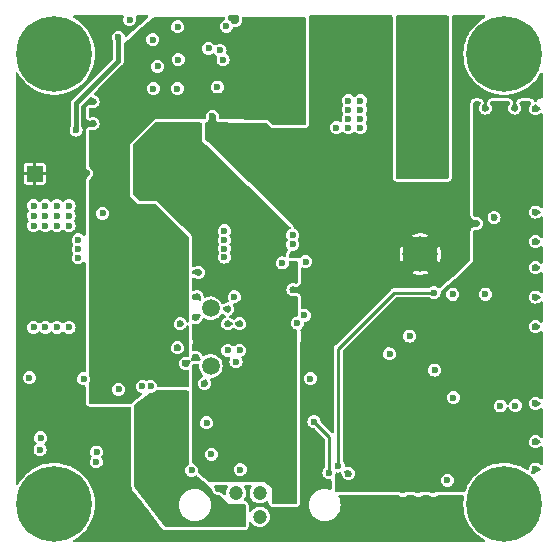
<source format=gbr>
%TF.GenerationSoftware,KiCad,Pcbnew,(6.0.4)*%
%TF.CreationDate,2023-04-05T19:58:25-04:00*%
%TF.ProjectId,charging_on_the_pad,63686172-6769-46e6-975f-6f6e5f746865,rev?*%
%TF.SameCoordinates,Original*%
%TF.FileFunction,Copper,L2,Inr*%
%TF.FilePolarity,Positive*%
%FSLAX46Y46*%
G04 Gerber Fmt 4.6, Leading zero omitted, Abs format (unit mm)*
G04 Created by KiCad (PCBNEW (6.0.4)) date 2023-04-05 19:58:25*
%MOMM*%
%LPD*%
G01*
G04 APERTURE LIST*
%TA.AperFunction,ComponentPad*%
%ADD10C,6.400000*%
%TD*%
%TA.AperFunction,ComponentPad*%
%ADD11R,1.200000X1.200000*%
%TD*%
%TA.AperFunction,ComponentPad*%
%ADD12C,1.200000*%
%TD*%
%TA.AperFunction,ComponentPad*%
%ADD13C,3.000000*%
%TD*%
%TA.AperFunction,ComponentPad*%
%ADD14R,1.350000X1.350000*%
%TD*%
%TA.AperFunction,ComponentPad*%
%ADD15C,2.500000*%
%TD*%
%TA.AperFunction,ComponentPad*%
%ADD16C,1.500000*%
%TD*%
%TA.AperFunction,ViaPad*%
%ADD17C,0.600000*%
%TD*%
%TA.AperFunction,Conductor*%
%ADD18C,0.250000*%
%TD*%
%TA.AperFunction,Conductor*%
%ADD19C,0.381000*%
%TD*%
G04 APERTURE END LIST*
D10*
%TO.N,N/C*%
%TO.C,H2*%
X165100000Y-127000000D03*
%TD*%
D11*
%TO.N,VCC*%
%TO.C,J2*%
X142400000Y-128100000D03*
D12*
%TO.N,+5V_PWR*%
X144400000Y-128100000D03*
%TO.N,GND*%
X146400000Y-128100000D03*
%TO.N,/CANH*%
X142400000Y-126100000D03*
%TO.N,/CANL*%
X144400000Y-126100000D03*
%TO.N,+24V*%
X146400000Y-126100000D03*
%TD*%
D13*
%TO.N,Net-(F1-Pad2)*%
%TO.C,J4*%
X158000000Y-97600000D03*
%TO.N,GND*%
X158000000Y-105850000D03*
%TD*%
D10*
%TO.N,N/C*%
%TO.C,H3*%
X127013126Y-88900000D03*
%TD*%
D14*
%TO.N,GND*%
%TO.C,TP7*%
X125350000Y-99050000D03*
%TD*%
D15*
%TO.N,+BATT*%
%TO.C,F1*%
X144765000Y-90700000D03*
X144765000Y-87300000D03*
%TO.N,Net-(F1-Pad2)*%
X158235000Y-87300000D03*
X158235000Y-90700000D03*
%TD*%
D10*
%TO.N,N/C*%
%TO.C,H1*%
X165100000Y-88900000D03*
%TD*%
%TO.N,N/C*%
%TO.C,H4*%
X127000000Y-127000000D03*
%TD*%
D16*
%TO.N,/OSC2*%
%TO.C,Y1*%
X140250000Y-110450000D03*
%TO.N,/OSC1*%
X140250000Y-115330000D03*
%TD*%
D17*
%TO.N,GND*%
X139100000Y-109474000D03*
X150800000Y-113158411D03*
X139000000Y-111200000D03*
X154750000Y-90000000D03*
X142342400Y-86056400D03*
X140400000Y-94200000D03*
X167750000Y-109500000D03*
X126592400Y-96556400D03*
X130300000Y-92950000D03*
X141700000Y-110500000D03*
X150368000Y-86868000D03*
X139000000Y-114600000D03*
X161000000Y-102750000D03*
X160750000Y-109250000D03*
X167750000Y-102306400D03*
X151900000Y-124450000D03*
X130092400Y-129806400D03*
X129842400Y-86056400D03*
X162000000Y-129250000D03*
X147193000Y-105918000D03*
X124092400Y-99056400D03*
X167750000Y-104806400D03*
X142392400Y-114960400D03*
X152250000Y-90000000D03*
X151000000Y-106000000D03*
X131101581Y-102417531D03*
X154842400Y-86056400D03*
X167750000Y-91750000D03*
X137439400Y-113792000D03*
X153500000Y-106000000D03*
X126847600Y-95097600D03*
X140087096Y-88429092D03*
X161250000Y-98250000D03*
X137500000Y-89400000D03*
X132592400Y-129806400D03*
X140900000Y-125700000D03*
X124100000Y-120500000D03*
X150368000Y-91186000D03*
X128978128Y-123674020D03*
X152250000Y-88000000D03*
X142700000Y-114000000D03*
X139725400Y-116818500D03*
X152250000Y-91750000D03*
X156912096Y-127817000D03*
X148700000Y-124400000D03*
X151739600Y-127406400D03*
X167750000Y-124056400D03*
X155400000Y-114300000D03*
X140300000Y-122800000D03*
X139200000Y-107400000D03*
X164250000Y-102750000D03*
X124092400Y-96556400D03*
X167750000Y-93556400D03*
X140092400Y-129806400D03*
X162092400Y-86056400D03*
X161250000Y-96000000D03*
X124092400Y-91556400D03*
X154750000Y-91750000D03*
X151485600Y-109829600D03*
X167750000Y-112000000D03*
X132450000Y-117300000D03*
X162750000Y-103250000D03*
X161000000Y-100500000D03*
X166000000Y-93500000D03*
X158500000Y-102750000D03*
X130300000Y-94800000D03*
X167750000Y-107000000D03*
X167750000Y-118500000D03*
X159218750Y-115681250D03*
X138100000Y-115100000D03*
X141700000Y-111760000D03*
X126479939Y-118950759D03*
X135092400Y-129806400D03*
X167750000Y-121750000D03*
X142700000Y-111760000D03*
X150368000Y-89052400D03*
X163500000Y-109250000D03*
X156000000Y-102750000D03*
X129743200Y-99009200D03*
X126592400Y-99056400D03*
X154750000Y-88000000D03*
X156000000Y-100500000D03*
X158500000Y-100500000D03*
X161250000Y-93750000D03*
X132528027Y-122232570D03*
X137668000Y-111760000D03*
X152342400Y-86056400D03*
X160800000Y-118000000D03*
X130400000Y-86600000D03*
X147218400Y-108864400D03*
X141700000Y-114000000D03*
X124092400Y-124056400D03*
X163500000Y-93500000D03*
X148750000Y-122250000D03*
X124714000Y-96215200D03*
X137592400Y-129806400D03*
%TO.N,+5V*%
X152300000Y-123150000D03*
X165760400Y-100355400D03*
X165760400Y-95275400D03*
X158902400Y-111658400D03*
X165760400Y-97815400D03*
X157856750Y-125000000D03*
X159100000Y-125861200D03*
X164750000Y-113750000D03*
X130556000Y-123444000D03*
X157838000Y-125861200D03*
X159118750Y-125000000D03*
X156568750Y-125000000D03*
X156550000Y-125861200D03*
X163601400Y-111912400D03*
X155702000Y-113538000D03*
X125807500Y-122428000D03*
%TO.N,Net-(C9-Pad1)*%
X135755823Y-89966629D03*
%TO.N,+BATT*%
X133858000Y-112014000D03*
X132842000Y-112014000D03*
X133600000Y-107188000D03*
X145800000Y-93800000D03*
X143800000Y-92800000D03*
X144800000Y-93800000D03*
X133600000Y-108204000D03*
X145800000Y-92800000D03*
X131568000Y-107188000D03*
X130552000Y-107188000D03*
X132584000Y-108204000D03*
X144800000Y-92800000D03*
X132250000Y-116450000D03*
X130552000Y-108204000D03*
X130810000Y-112014000D03*
X131568000Y-108204000D03*
X132584000Y-107188000D03*
X131826000Y-112014000D03*
X138176000Y-113284000D03*
%TO.N,+24V*%
X138582400Y-95910400D03*
X137820400Y-96672400D03*
X137820400Y-95910400D03*
X134874000Y-96012000D03*
X136144000Y-100457000D03*
X137820400Y-97434400D03*
X138582400Y-96672400D03*
%TO.N,VCC*%
X136400000Y-121800000D03*
X137300000Y-121000000D03*
X137300000Y-120200000D03*
X134600000Y-122600000D03*
X134250000Y-125500000D03*
X136750000Y-126500000D03*
X135500000Y-125500000D03*
X137300000Y-122600000D03*
X135500000Y-122600000D03*
X135500000Y-124500000D03*
X136750000Y-125500000D03*
X136750000Y-124500000D03*
X136400000Y-120200000D03*
X137300000Y-121800000D03*
X136400000Y-121000000D03*
X136400000Y-122600000D03*
X135500000Y-126500000D03*
X134250000Y-124500000D03*
%TO.N,Net-(C25-Pad1)*%
X141400000Y-106100000D03*
X141400000Y-105400000D03*
X141400000Y-104648000D03*
X141400000Y-103886000D03*
%TO.N,Net-(C24-Pad1)*%
X142748000Y-124104400D03*
%TO.N,Net-(C24-Pad2)*%
X138633200Y-124155200D03*
%TO.N,+13V*%
X126250000Y-112050000D03*
X129032000Y-105410000D03*
X125250000Y-103450000D03*
X126250000Y-102600000D03*
X126250000Y-101750000D03*
X125250000Y-102600000D03*
X127250000Y-112050000D03*
X127250000Y-103450000D03*
X125250000Y-112050000D03*
X129032000Y-106172000D03*
X128250000Y-112050000D03*
X128250000Y-102600000D03*
X125250000Y-101750000D03*
X126250000Y-103450000D03*
X128250000Y-101750000D03*
X128250000Y-103450000D03*
X142240000Y-109474000D03*
X127250000Y-102600000D03*
X127250000Y-101750000D03*
X129032000Y-104648000D03*
%TO.N,/~{MCLR}*%
X159156400Y-109118400D03*
X151050000Y-123794402D03*
%TO.N,Net-(Q5-Pad3)*%
X160300000Y-125000000D03*
%TO.N,/BATT_VSENSE*%
X148300000Y-106500000D03*
%TO.N,/VSW_VSENSE*%
X146304000Y-106600000D03*
%TO.N,Net-(R18-Pad2)*%
X139903200Y-120142000D03*
X148700000Y-116400000D03*
%TO.N,/EN_5V*%
X148996400Y-120040400D03*
X150266400Y-124358400D03*
%TO.N,/CURR_13V*%
X130597837Y-122602660D03*
X125857000Y-121412000D03*
%TO.N,/CURR_5V*%
X157100000Y-112800000D03*
%TO.N,/CAN_TX*%
X147600000Y-111700000D03*
%TO.N,/CAN_RX*%
X148179400Y-111048800D03*
%TO.N,/CANH*%
X166035295Y-118697856D03*
%TO.N,/CANL*%
X164763940Y-118709484D03*
%TO.N,/Battery Charger/VIN*%
X137439400Y-91846400D03*
X140817600Y-91700000D03*
X135407400Y-91846400D03*
%TO.N,Net-(C7-Pad1)*%
X141050000Y-88600000D03*
%TO.N,/Battery Charger/VREF*%
X141579600Y-86563200D03*
X137464800Y-86614000D03*
%TO.N,/Battery Charger/CSB*%
X152933400Y-95148400D03*
X152933400Y-93624400D03*
X151917400Y-92862400D03*
X150901400Y-95148400D03*
X152933400Y-92862400D03*
X151917400Y-95148400D03*
X151917400Y-94386400D03*
X152933400Y-94386400D03*
X151917400Y-93624400D03*
%TO.N,/CHG_CURR*%
X147193000Y-104229497D03*
X132435350Y-87501785D03*
X128858400Y-95350000D03*
%TO.N,/n_CHG_EN*%
X147193000Y-105029000D03*
%TO.N,Net-(Q1-Pad3)*%
X135350000Y-87700000D03*
%TO.N,Net-(R10-Pad2)*%
X133400000Y-86000000D03*
%TO.N,/Power/R_VCC_P*%
X134458500Y-117050000D03*
X135173500Y-117050000D03*
%TO.N,Net-(Q3-Pad2)*%
X129493769Y-116416523D03*
%TO.N,Net-(Q4-Pad2)*%
X124904315Y-116330298D03*
%TO.N,Net-(Q2-Pad2)*%
X141300000Y-89400000D03*
%TD*%
D18*
%TO.N,/~{MCLR}*%
X155781600Y-109118400D02*
X159156400Y-109118400D01*
X151050000Y-113850000D02*
X155781600Y-109118400D01*
X151050000Y-123794402D02*
X151050000Y-113850000D01*
%TO.N,/EN_5V*%
X150266400Y-121310400D02*
X150266400Y-124358400D01*
X148996400Y-120040400D02*
X150266400Y-121310400D01*
D19*
%TO.N,/CHG_CURR*%
X128858400Y-93091600D02*
X132435600Y-89514400D01*
X132435600Y-89514400D02*
X132435600Y-87502035D01*
X132435600Y-87502035D02*
X132435350Y-87501785D01*
X128858400Y-95350000D02*
X128858400Y-93091600D01*
%TD*%
%TA.AperFunction,Conductor*%
%TO.N,Net-(F1-Pad2)*%
G36*
X160368521Y-85670402D02*
G01*
X160415014Y-85724058D01*
X160426400Y-85776400D01*
X160426400Y-99340400D01*
X160406398Y-99408521D01*
X160352742Y-99455014D01*
X160300400Y-99466400D01*
X156034400Y-99466400D01*
X155966279Y-99446398D01*
X155919786Y-99392742D01*
X155908400Y-99340400D01*
X155908400Y-85776400D01*
X155928402Y-85708279D01*
X155982058Y-85661786D01*
X156034400Y-85650400D01*
X160300400Y-85650400D01*
X160368521Y-85670402D01*
G37*
%TD.AperFunction*%
%TD*%
%TA.AperFunction,Conductor*%
%TO.N,GND*%
G36*
X132837210Y-85649376D02*
G01*
X132883703Y-85703032D01*
X132893807Y-85773306D01*
X132885498Y-85803591D01*
X132872468Y-85835051D01*
X132863670Y-85856291D01*
X132844750Y-86000000D01*
X132863670Y-86143709D01*
X132919139Y-86277625D01*
X133007379Y-86392621D01*
X133122375Y-86480861D01*
X133256291Y-86536330D01*
X133400000Y-86555250D01*
X133543709Y-86536330D01*
X133677625Y-86480861D01*
X133792621Y-86392621D01*
X133880861Y-86277625D01*
X133936330Y-86143709D01*
X133955250Y-86000000D01*
X133936330Y-85856291D01*
X133927532Y-85835051D01*
X133914502Y-85803591D01*
X133906913Y-85733001D01*
X133938693Y-85669514D01*
X133999752Y-85633288D01*
X134030911Y-85629374D01*
X134853236Y-85629374D01*
X134921357Y-85649376D01*
X134967850Y-85703032D01*
X134977954Y-85773306D01*
X134948460Y-85837886D01*
X134936906Y-85849583D01*
X134291300Y-86422965D01*
X133174615Y-87414728D01*
X133110399Y-87445008D01*
X133040007Y-87435764D01*
X132985787Y-87389930D01*
X132971770Y-87358756D01*
X132971680Y-87358076D01*
X132968520Y-87350445D01*
X132919371Y-87231789D01*
X132916211Y-87224160D01*
X132827971Y-87109164D01*
X132712975Y-87020924D01*
X132579059Y-86965455D01*
X132435350Y-86946535D01*
X132291641Y-86965455D01*
X132157725Y-87020924D01*
X132042729Y-87109164D01*
X131954489Y-87224160D01*
X131899020Y-87358076D01*
X131880100Y-87501785D01*
X131899020Y-87645494D01*
X131954489Y-87779410D01*
X131959515Y-87785960D01*
X131968562Y-87797750D01*
X131994163Y-87863970D01*
X131994600Y-87874455D01*
X131994600Y-89279542D01*
X131974598Y-89347663D01*
X131957695Y-89368637D01*
X128570363Y-92755969D01*
X128559274Y-92765824D01*
X128533294Y-92786305D01*
X128527940Y-92794052D01*
X128527938Y-92794054D01*
X128500672Y-92833506D01*
X128498369Y-92836729D01*
X128464257Y-92882912D01*
X128461915Y-92889582D01*
X128457897Y-92895395D01*
X128455055Y-92904380D01*
X128455054Y-92904383D01*
X128440598Y-92950094D01*
X128439345Y-92953850D01*
X128423439Y-92999143D01*
X128423438Y-92999147D01*
X128420318Y-93008032D01*
X128420041Y-93015096D01*
X128417910Y-93021833D01*
X128417400Y-93028313D01*
X128417400Y-93079841D01*
X128417303Y-93084787D01*
X128415113Y-93140540D01*
X128416965Y-93147525D01*
X128417400Y-93155431D01*
X128417400Y-94977655D01*
X128397398Y-95045776D01*
X128391363Y-95054358D01*
X128382568Y-95065820D01*
X128382566Y-95065824D01*
X128377539Y-95072375D01*
X128322070Y-95206291D01*
X128303150Y-95350000D01*
X128322070Y-95493709D01*
X128377539Y-95627625D01*
X128465779Y-95742621D01*
X128580775Y-95830861D01*
X128714691Y-95886330D01*
X128858400Y-95905250D01*
X129002109Y-95886330D01*
X129136025Y-95830861D01*
X129251021Y-95742621D01*
X129339261Y-95627625D01*
X129394730Y-95493709D01*
X129413650Y-95350000D01*
X129394730Y-95206291D01*
X129339261Y-95072375D01*
X129334234Y-95065824D01*
X129334232Y-95065820D01*
X129325437Y-95054358D01*
X129299837Y-94988138D01*
X129299400Y-94977655D01*
X129299400Y-93326458D01*
X129319402Y-93258337D01*
X129336305Y-93237363D01*
X130018052Y-92555616D01*
X130080364Y-92521590D01*
X130151179Y-92526655D01*
X130192455Y-92551983D01*
X130231715Y-92588101D01*
X130231718Y-92588103D01*
X130236271Y-92592292D01*
X130241550Y-92595510D01*
X130241553Y-92595512D01*
X130286028Y-92622621D01*
X130296894Y-92629244D01*
X130301021Y-92631011D01*
X130301024Y-92631013D01*
X130359593Y-92656096D01*
X130359598Y-92656098D01*
X130363734Y-92657869D01*
X130367636Y-92658915D01*
X130373575Y-92661171D01*
X130433451Y-92685972D01*
X130461933Y-92702416D01*
X130497238Y-92729506D01*
X130520494Y-92752762D01*
X130541758Y-92780474D01*
X130547582Y-92788064D01*
X130564027Y-92816548D01*
X130581059Y-92857666D01*
X130589572Y-92889439D01*
X130592102Y-92908652D01*
X130595380Y-92933556D01*
X130595380Y-92966444D01*
X130589626Y-93010159D01*
X130589573Y-93010559D01*
X130581059Y-93042334D01*
X130564027Y-93083452D01*
X130547583Y-93111934D01*
X130523656Y-93143118D01*
X130520496Y-93147236D01*
X130497238Y-93170494D01*
X130461936Y-93197582D01*
X130433452Y-93214027D01*
X130392334Y-93231059D01*
X130360563Y-93239572D01*
X130316446Y-93245380D01*
X130283555Y-93245380D01*
X130239434Y-93239571D01*
X130207667Y-93231059D01*
X130194837Y-93225745D01*
X130194809Y-93225734D01*
X130192990Y-93224981D01*
X130162818Y-93214638D01*
X130156713Y-93212963D01*
X130138771Y-93208040D01*
X130138767Y-93208039D01*
X130132533Y-93206329D01*
X130126076Y-93205925D01*
X130035028Y-93200229D01*
X130028570Y-93199825D01*
X130022165Y-93200746D01*
X130022163Y-93200746D01*
X129961076Y-93209529D01*
X129961070Y-93209530D01*
X129958296Y-93209929D01*
X129940954Y-93214027D01*
X129922747Y-93218329D01*
X129922744Y-93218330D01*
X129913972Y-93220403D01*
X129906137Y-93224865D01*
X129906136Y-93224865D01*
X129870578Y-93245113D01*
X129827341Y-93269734D01*
X129805589Y-93288582D01*
X129791968Y-93300385D01*
X129773685Y-93316227D01*
X129742059Y-93349003D01*
X129737884Y-93356985D01*
X129698717Y-93431859D01*
X129698715Y-93431864D01*
X129695851Y-93437339D01*
X129694108Y-93443275D01*
X129682281Y-93483556D01*
X129675849Y-93505460D01*
X129675209Y-93509908D01*
X129675208Y-93509915D01*
X129674270Y-93516444D01*
X129665500Y-93577442D01*
X129665500Y-94172558D01*
X129667492Y-94204401D01*
X129671406Y-94235561D01*
X129705180Y-94334091D01*
X129741407Y-94395149D01*
X129743047Y-94397423D01*
X129759078Y-94419654D01*
X129768046Y-94432091D01*
X129846773Y-94493250D01*
X129910260Y-94525030D01*
X129912872Y-94526058D01*
X129912884Y-94526063D01*
X129923169Y-94530109D01*
X129952645Y-94541706D01*
X130027501Y-94548405D01*
X130045770Y-94550040D01*
X130045771Y-94550040D01*
X130051939Y-94550592D01*
X130122529Y-94543003D01*
X130192992Y-94525019D01*
X130197150Y-94523297D01*
X130197155Y-94523295D01*
X130207667Y-94518941D01*
X130239438Y-94510428D01*
X130283555Y-94504620D01*
X130316445Y-94504620D01*
X130326861Y-94505991D01*
X130360561Y-94510428D01*
X130392334Y-94518941D01*
X130433452Y-94535973D01*
X130461934Y-94552417D01*
X130497238Y-94579506D01*
X130520494Y-94602762D01*
X130530062Y-94615231D01*
X130547582Y-94638064D01*
X130564027Y-94666548D01*
X130581059Y-94707666D01*
X130589573Y-94739441D01*
X130595380Y-94783556D01*
X130595380Y-94816444D01*
X130589573Y-94860559D01*
X130581059Y-94892334D01*
X130564027Y-94933452D01*
X130547583Y-94961934D01*
X130535521Y-94977655D01*
X130520496Y-94997236D01*
X130497238Y-95020494D01*
X130461936Y-95047582D01*
X130433452Y-95064027D01*
X130392334Y-95081059D01*
X130360563Y-95089572D01*
X130316446Y-95095380D01*
X130283555Y-95095380D01*
X130239434Y-95089571D01*
X130207667Y-95081059D01*
X130194837Y-95075745D01*
X130194809Y-95075734D01*
X130192990Y-95074981D01*
X130162818Y-95064638D01*
X130156713Y-95062963D01*
X130138771Y-95058040D01*
X130138767Y-95058039D01*
X130132533Y-95056329D01*
X130126076Y-95055925D01*
X130035028Y-95050229D01*
X130028570Y-95049825D01*
X130022165Y-95050746D01*
X130022163Y-95050746D01*
X129961076Y-95059529D01*
X129961070Y-95059530D01*
X129958296Y-95059929D01*
X129940954Y-95064027D01*
X129922747Y-95068329D01*
X129922744Y-95068330D01*
X129913972Y-95070403D01*
X129906137Y-95074865D01*
X129906136Y-95074865D01*
X129884113Y-95087406D01*
X129827341Y-95119734D01*
X129822665Y-95123786D01*
X129778229Y-95162290D01*
X129773685Y-95166227D01*
X129742059Y-95199003D01*
X129737884Y-95206985D01*
X129698717Y-95281859D01*
X129698715Y-95281864D01*
X129695851Y-95287339D01*
X129675849Y-95355460D01*
X129675209Y-95359908D01*
X129675208Y-95359915D01*
X129666801Y-95418396D01*
X129665500Y-95427442D01*
X129665500Y-98402800D01*
X129677173Y-98479147D01*
X129699674Y-98551008D01*
X129719255Y-98597110D01*
X129783184Y-98673605D01*
X129838464Y-98718152D01*
X129842338Y-98720451D01*
X129842346Y-98720456D01*
X129876228Y-98740559D01*
X129888630Y-98748952D01*
X129940441Y-98788708D01*
X129963695Y-98811963D01*
X129990782Y-98847264D01*
X130007227Y-98875748D01*
X130024259Y-98916866D01*
X130032773Y-98948641D01*
X130038580Y-98992756D01*
X130038580Y-99025644D01*
X130032773Y-99069759D01*
X130024259Y-99101534D01*
X130007227Y-99142652D01*
X129990783Y-99171134D01*
X129972383Y-99195115D01*
X129963696Y-99206436D01*
X129940436Y-99229696D01*
X129886807Y-99270846D01*
X129875364Y-99278665D01*
X129834938Y-99303142D01*
X129777159Y-99351429D01*
X129742059Y-99387161D01*
X129737752Y-99395394D01*
X129737751Y-99395396D01*
X129698717Y-99470017D01*
X129698715Y-99470022D01*
X129695851Y-99475497D01*
X129675849Y-99543618D01*
X129675209Y-99548066D01*
X129675208Y-99548073D01*
X129667511Y-99601615D01*
X129665500Y-99615600D01*
X129665500Y-104198115D01*
X129645498Y-104266236D01*
X129591842Y-104312729D01*
X129521568Y-104322833D01*
X129456988Y-104293339D01*
X129439538Y-104274819D01*
X129429647Y-104261929D01*
X129424621Y-104255379D01*
X129309625Y-104167139D01*
X129175709Y-104111670D01*
X129032000Y-104092750D01*
X128888291Y-104111670D01*
X128754375Y-104167139D01*
X128639379Y-104255379D01*
X128551139Y-104370375D01*
X128495670Y-104504291D01*
X128476750Y-104648000D01*
X128495670Y-104791709D01*
X128551139Y-104925625D01*
X128556168Y-104932178D01*
X128556168Y-104932179D01*
X128571604Y-104952295D01*
X128597206Y-105018515D01*
X128582942Y-105088064D01*
X128571605Y-105105703D01*
X128551139Y-105132375D01*
X128495670Y-105266291D01*
X128476750Y-105410000D01*
X128495670Y-105553709D01*
X128551139Y-105687625D01*
X128564231Y-105704686D01*
X128571604Y-105714295D01*
X128597206Y-105780515D01*
X128582942Y-105850064D01*
X128571605Y-105867703D01*
X128551139Y-105894375D01*
X128495670Y-106028291D01*
X128476750Y-106172000D01*
X128495670Y-106315709D01*
X128551139Y-106449625D01*
X128639379Y-106564621D01*
X128754375Y-106652861D01*
X128888291Y-106708330D01*
X129032000Y-106727250D01*
X129175709Y-106708330D01*
X129309625Y-106652861D01*
X129424621Y-106564621D01*
X129439538Y-106545181D01*
X129496876Y-106503313D01*
X129567747Y-106499092D01*
X129629650Y-106533857D01*
X129662931Y-106596569D01*
X129665500Y-106621885D01*
X129665500Y-115740206D01*
X129645498Y-115808327D01*
X129591842Y-115854820D01*
X129523055Y-115865128D01*
X129501960Y-115862351D01*
X129501957Y-115862351D01*
X129493769Y-115861273D01*
X129350060Y-115880193D01*
X129216144Y-115935662D01*
X129101148Y-116023902D01*
X129012908Y-116138898D01*
X128957439Y-116272814D01*
X128938519Y-116416523D01*
X128957439Y-116560232D01*
X129012908Y-116694148D01*
X129101148Y-116809144D01*
X129216144Y-116897384D01*
X129350060Y-116952853D01*
X129493769Y-116971773D01*
X129501957Y-116970695D01*
X129501960Y-116970695D01*
X129523055Y-116967918D01*
X129593204Y-116978858D01*
X129646302Y-117025987D01*
X129665500Y-117092840D01*
X129665500Y-118399000D01*
X129671339Y-118453309D01*
X129682725Y-118505651D01*
X129689961Y-118532028D01*
X129693861Y-118538878D01*
X129693862Y-118538879D01*
X129710565Y-118568211D01*
X129739292Y-118618659D01*
X129785785Y-118672315D01*
X129818561Y-118703941D01*
X129830903Y-118710397D01*
X129901417Y-118747283D01*
X129901422Y-118747285D01*
X129906897Y-118750149D01*
X129912833Y-118751892D01*
X129970695Y-118768882D01*
X129970699Y-118768883D01*
X129975018Y-118770151D01*
X129979466Y-118770791D01*
X129979473Y-118770792D01*
X130042552Y-118779861D01*
X130042559Y-118779861D01*
X130047000Y-118780500D01*
X133418500Y-118780500D01*
X133486621Y-118800502D01*
X133533114Y-118854158D01*
X133544500Y-118906500D01*
X133544500Y-125557345D01*
X133544713Y-125567779D01*
X133545133Y-125578055D01*
X133546174Y-125583085D01*
X133546174Y-125583086D01*
X133549123Y-125597335D01*
X133561957Y-125659358D01*
X133563804Y-125664159D01*
X133578590Y-125702593D01*
X133587448Y-125725620D01*
X133622953Y-125789086D01*
X133625681Y-125792653D01*
X133625682Y-125792655D01*
X134424093Y-126836731D01*
X134625416Y-127100000D01*
X134744101Y-127255203D01*
X136159219Y-129105742D01*
X136161059Y-129107759D01*
X136161064Y-129107765D01*
X136166318Y-129113524D01*
X136189035Y-129138427D01*
X136191045Y-129140279D01*
X136220207Y-129167153D01*
X136220224Y-129167168D01*
X136221003Y-129167886D01*
X136233827Y-129178941D01*
X136240240Y-129182295D01*
X136240242Y-129182297D01*
X136316683Y-129222283D01*
X136316688Y-129222285D01*
X136322163Y-129225149D01*
X136328099Y-129226892D01*
X136385961Y-129243882D01*
X136385965Y-129243883D01*
X136390284Y-129245151D01*
X136394732Y-129245791D01*
X136394739Y-129245792D01*
X136457818Y-129254861D01*
X136457825Y-129254861D01*
X136462266Y-129255500D01*
X143074000Y-129255500D01*
X143128309Y-129249661D01*
X143131593Y-129248947D01*
X143131597Y-129248946D01*
X143179019Y-129238630D01*
X143180651Y-129238275D01*
X143182247Y-129237837D01*
X143182264Y-129237833D01*
X143199428Y-129233124D01*
X143199429Y-129233124D01*
X143207028Y-129231039D01*
X143293659Y-129181708D01*
X143341471Y-129140279D01*
X143345192Y-129137055D01*
X143345197Y-129137050D01*
X143347315Y-129135215D01*
X143378941Y-129102439D01*
X143397847Y-129066297D01*
X143422283Y-129019583D01*
X143422285Y-129019578D01*
X143425149Y-129014103D01*
X143426892Y-129008167D01*
X143443882Y-128950305D01*
X143443883Y-128950301D01*
X143445151Y-128945982D01*
X143445792Y-128941527D01*
X143454861Y-128878448D01*
X143454861Y-128878441D01*
X143455500Y-128874000D01*
X143455500Y-128635316D01*
X143475502Y-128567195D01*
X143529158Y-128520702D01*
X143599432Y-128510598D01*
X143664012Y-128540092D01*
X143690619Y-128572316D01*
X143708141Y-128602665D01*
X143827770Y-128735526D01*
X143833109Y-128739405D01*
X143912907Y-128797382D01*
X143972407Y-128840612D01*
X143978435Y-128843296D01*
X143978437Y-128843297D01*
X144129702Y-128910644D01*
X144135733Y-128913329D01*
X144223171Y-128931915D01*
X144304152Y-128949128D01*
X144304156Y-128949128D01*
X144310609Y-128950500D01*
X144489391Y-128950500D01*
X144495844Y-128949128D01*
X144495848Y-128949128D01*
X144576829Y-128931915D01*
X144664267Y-128913329D01*
X144670298Y-128910644D01*
X144821563Y-128843297D01*
X144821565Y-128843296D01*
X144827593Y-128840612D01*
X144887094Y-128797382D01*
X144966891Y-128739405D01*
X144972230Y-128735526D01*
X145091859Y-128602665D01*
X145112338Y-128567195D01*
X145177946Y-128453558D01*
X145177947Y-128453557D01*
X145181250Y-128447835D01*
X145236497Y-128277803D01*
X145252900Y-128121745D01*
X145254495Y-128106565D01*
X145255185Y-128100000D01*
X145241669Y-127971401D01*
X145237187Y-127928761D01*
X145237187Y-127928760D01*
X145236497Y-127922197D01*
X145181250Y-127752165D01*
X145091859Y-127597335D01*
X145087440Y-127592427D01*
X144976645Y-127469377D01*
X144976643Y-127469376D01*
X144972230Y-127464474D01*
X144827593Y-127359388D01*
X144821565Y-127356704D01*
X144821563Y-127356703D01*
X144670298Y-127289356D01*
X144670297Y-127289356D01*
X144664267Y-127286671D01*
X144576829Y-127268085D01*
X144495848Y-127250872D01*
X144495844Y-127250872D01*
X144489391Y-127249500D01*
X144310609Y-127249500D01*
X144304156Y-127250872D01*
X144304152Y-127250872D01*
X144223171Y-127268085D01*
X144135733Y-127286671D01*
X144129703Y-127289356D01*
X144129702Y-127289356D01*
X143978438Y-127356703D01*
X143978436Y-127356704D01*
X143972408Y-127359388D01*
X143967067Y-127363268D01*
X143967066Y-127363269D01*
X143915795Y-127400520D01*
X143827770Y-127464474D01*
X143823357Y-127469376D01*
X143823355Y-127469377D01*
X143712560Y-127592427D01*
X143708141Y-127597335D01*
X143704838Y-127603056D01*
X143690619Y-127627684D01*
X143639237Y-127676677D01*
X143569523Y-127690113D01*
X143503612Y-127663727D01*
X143462430Y-127605895D01*
X143455500Y-127564684D01*
X143455500Y-127126000D01*
X143449661Y-127071691D01*
X143438275Y-127019349D01*
X143436989Y-127014659D01*
X143433124Y-127000572D01*
X143433124Y-127000571D01*
X143431039Y-126992972D01*
X143424019Y-126980643D01*
X143384771Y-126911720D01*
X143381708Y-126906341D01*
X143353422Y-126873697D01*
X143337055Y-126854808D01*
X143337050Y-126854803D01*
X143335215Y-126852685D01*
X143302439Y-126821059D01*
X143259917Y-126798816D01*
X143219583Y-126777717D01*
X143219578Y-126777715D01*
X143214103Y-126774851D01*
X143178309Y-126764341D01*
X143118583Y-126725958D01*
X143089090Y-126661377D01*
X143099193Y-126591103D01*
X143104688Y-126580445D01*
X143177946Y-126453558D01*
X143177947Y-126453557D01*
X143181250Y-126447835D01*
X143213096Y-126349825D01*
X143234457Y-126284082D01*
X143234457Y-126284080D01*
X143236497Y-126277803D01*
X143239764Y-126246725D01*
X143254495Y-126106565D01*
X143254495Y-126106563D01*
X143255185Y-126100000D01*
X143236497Y-125922197D01*
X143229645Y-125901107D01*
X143189323Y-125777010D01*
X143181250Y-125752165D01*
X143165924Y-125725620D01*
X143095163Y-125603057D01*
X143095161Y-125603054D01*
X143095063Y-125602883D01*
X143091859Y-125597335D01*
X143092877Y-125596747D01*
X143071235Y-125536097D01*
X143087313Y-125466945D01*
X143138226Y-125417463D01*
X143197029Y-125402900D01*
X143602971Y-125402900D01*
X143671092Y-125422902D01*
X143717585Y-125476558D01*
X143727689Y-125546832D01*
X143707370Y-125596890D01*
X143708141Y-125597335D01*
X143704839Y-125603054D01*
X143704837Y-125603057D01*
X143634076Y-125725620D01*
X143618750Y-125752165D01*
X143610677Y-125777010D01*
X143570356Y-125901107D01*
X143563503Y-125922197D01*
X143544815Y-126100000D01*
X143545505Y-126106563D01*
X143545505Y-126106565D01*
X143560237Y-126246725D01*
X143563503Y-126277803D01*
X143565543Y-126284080D01*
X143565543Y-126284082D01*
X143586904Y-126349825D01*
X143618750Y-126447835D01*
X143708141Y-126602665D01*
X143712559Y-126607572D01*
X143712560Y-126607573D01*
X143761006Y-126661377D01*
X143827770Y-126735526D01*
X143833109Y-126739405D01*
X143939749Y-126816884D01*
X143972407Y-126840612D01*
X143978435Y-126843296D01*
X143978437Y-126843297D01*
X144129702Y-126910644D01*
X144135733Y-126913329D01*
X144221913Y-126931647D01*
X144304152Y-126949128D01*
X144304156Y-126949128D01*
X144310609Y-126950500D01*
X144489391Y-126950500D01*
X144495844Y-126949128D01*
X144495848Y-126949128D01*
X144578087Y-126931647D01*
X144664267Y-126913329D01*
X144670298Y-126910644D01*
X144821563Y-126843297D01*
X144821565Y-126843296D01*
X144827593Y-126840612D01*
X144854505Y-126821059D01*
X144944491Y-126755680D01*
X145011358Y-126731822D01*
X145080510Y-126747902D01*
X145129990Y-126798816D01*
X145141249Y-126844315D01*
X145143184Y-126850914D01*
X145143184Y-126852133D01*
X145144552Y-126857663D01*
X145144546Y-126873698D01*
X145143176Y-126873697D01*
X145143176Y-126873859D01*
X145144742Y-126873697D01*
X145148843Y-126913329D01*
X145150383Y-126928218D01*
X145161786Y-126980643D01*
X145169049Y-127007103D01*
X145172956Y-127013959D01*
X145215340Y-127088336D01*
X145215343Y-127088340D01*
X145218407Y-127093717D01*
X145222463Y-127098394D01*
X145222463Y-127098395D01*
X145243495Y-127122652D01*
X145264917Y-127147358D01*
X145297704Y-127178975D01*
X145305692Y-127183150D01*
X145305696Y-127183153D01*
X145372559Y-127218100D01*
X145386054Y-127225154D01*
X145391989Y-127226895D01*
X145391990Y-127226895D01*
X145449870Y-127243870D01*
X145449874Y-127243871D01*
X145454181Y-127245134D01*
X145458628Y-127245772D01*
X145458633Y-127245773D01*
X145521704Y-127254820D01*
X145526166Y-127255460D01*
X145530666Y-127255459D01*
X145530672Y-127255459D01*
X147193731Y-127254932D01*
X147424553Y-127254859D01*
X147478395Y-127249104D01*
X147481661Y-127248399D01*
X147481666Y-127248398D01*
X147528694Y-127238244D01*
X147528700Y-127238243D01*
X147530305Y-127237896D01*
X147556242Y-127230850D01*
X147643040Y-127181814D01*
X147696854Y-127135504D01*
X147698809Y-127133492D01*
X147698815Y-127133486D01*
X147722312Y-127109299D01*
X147728591Y-127102836D01*
X147746753Y-127068403D01*
X147772215Y-127020130D01*
X147772217Y-127020124D01*
X147775100Y-127014659D01*
X147795334Y-126946607D01*
X147801264Y-126906341D01*
X147805274Y-126879111D01*
X147805274Y-126879107D01*
X147805929Y-126874661D01*
X147841669Y-116400000D01*
X148144750Y-116400000D01*
X148163670Y-116543709D01*
X148219139Y-116677625D01*
X148307379Y-116792621D01*
X148422375Y-116880861D01*
X148556291Y-116936330D01*
X148700000Y-116955250D01*
X148843709Y-116936330D01*
X148977625Y-116880861D01*
X149092621Y-116792621D01*
X149180861Y-116677625D01*
X149236330Y-116543709D01*
X149255250Y-116400000D01*
X149236330Y-116256291D01*
X149180861Y-116122375D01*
X149092621Y-116007379D01*
X148977625Y-115919139D01*
X148843709Y-115863670D01*
X148700000Y-115844750D01*
X148556291Y-115863670D01*
X148422375Y-115919139D01*
X148307379Y-116007379D01*
X148219139Y-116122375D01*
X148163670Y-116256291D01*
X148144750Y-116400000D01*
X147841669Y-116400000D01*
X147848763Y-114321057D01*
X147855422Y-112369409D01*
X147855422Y-112369407D01*
X147855430Y-112367042D01*
X147852674Y-112328736D01*
X147847140Y-112291372D01*
X147846771Y-112289206D01*
X147855048Y-112218693D01*
X147894274Y-112168085D01*
X147992621Y-112092621D01*
X148080861Y-111977625D01*
X148136330Y-111843709D01*
X148155059Y-111701448D01*
X148183781Y-111636522D01*
X148243047Y-111597430D01*
X148263533Y-111592974D01*
X148323109Y-111585130D01*
X148457025Y-111529661D01*
X148572021Y-111441421D01*
X148660261Y-111326425D01*
X148715730Y-111192509D01*
X148734650Y-111048800D01*
X148715730Y-110905091D01*
X148660261Y-110771175D01*
X148572021Y-110656179D01*
X148457025Y-110567939D01*
X148323109Y-110512470D01*
X148179400Y-110493550D01*
X148035691Y-110512470D01*
X148028060Y-110515631D01*
X148020767Y-110517585D01*
X147949791Y-110515895D01*
X147890995Y-110476101D01*
X147863047Y-110410837D01*
X147862157Y-110395448D01*
X147862293Y-110355770D01*
X147865254Y-109488024D01*
X147863317Y-109455742D01*
X147859404Y-109424154D01*
X147825576Y-109325191D01*
X147817788Y-109312064D01*
X147790780Y-109266545D01*
X147789349Y-109264133D01*
X147762710Y-109227191D01*
X147683983Y-109166032D01*
X147620496Y-109134252D01*
X147617884Y-109133224D01*
X147617872Y-109133219D01*
X147602088Y-109127009D01*
X147578111Y-109117576D01*
X147499231Y-109110517D01*
X147484986Y-109109242D01*
X147484985Y-109109242D01*
X147478817Y-109108690D01*
X147408228Y-109116279D01*
X147403866Y-109117392D01*
X147403862Y-109117393D01*
X147385495Y-109122081D01*
X147337765Y-109134263D01*
X147333607Y-109135985D01*
X147333602Y-109135987D01*
X147310734Y-109145459D01*
X147278963Y-109153972D01*
X147234846Y-109159780D01*
X147201956Y-109159780D01*
X147183166Y-109157307D01*
X147157839Y-109153972D01*
X147126066Y-109145459D01*
X147084948Y-109128427D01*
X147056464Y-109111982D01*
X147021162Y-109084894D01*
X146997904Y-109061636D01*
X146970818Y-109026336D01*
X146954373Y-108997852D01*
X146937341Y-108956734D01*
X146928827Y-108924959D01*
X146923020Y-108880844D01*
X146923020Y-108847956D01*
X146927457Y-108814247D01*
X146928828Y-108803839D01*
X146937341Y-108772066D01*
X146954373Y-108730948D01*
X146970818Y-108702464D01*
X146997904Y-108667164D01*
X147021162Y-108643906D01*
X147056466Y-108616817D01*
X147084948Y-108600373D01*
X147126066Y-108583341D01*
X147157839Y-108574828D01*
X147183166Y-108571493D01*
X147201956Y-108569020D01*
X147234846Y-108569020D01*
X147278962Y-108574828D01*
X147310732Y-108583340D01*
X147315298Y-108585231D01*
X147342009Y-108596295D01*
X147371765Y-108606523D01*
X147373635Y-108607040D01*
X147373640Y-108607041D01*
X147383804Y-108609848D01*
X147401622Y-108614769D01*
X147505138Y-108621511D01*
X147511516Y-108620616D01*
X147511521Y-108620616D01*
X147543693Y-108616102D01*
X147575446Y-108611647D01*
X147580906Y-108610376D01*
X147611030Y-108603367D01*
X147611032Y-108603366D01*
X147619808Y-108601324D01*
X147627651Y-108596893D01*
X147627654Y-108596892D01*
X147687379Y-108563150D01*
X147706606Y-108552288D01*
X147760420Y-108505978D01*
X147762375Y-108503966D01*
X147762381Y-108503960D01*
X147785878Y-108479773D01*
X147792157Y-108473310D01*
X147807026Y-108445120D01*
X147835781Y-108390604D01*
X147835783Y-108390598D01*
X147838666Y-108385133D01*
X147858900Y-108317081D01*
X147869495Y-108245135D01*
X147872181Y-107457898D01*
X157295747Y-107457898D01*
X157299634Y-107463090D01*
X157303052Y-107464576D01*
X157540343Y-107547442D01*
X157549352Y-107549856D01*
X157796296Y-107596740D01*
X157805553Y-107597794D01*
X158056717Y-107607664D01*
X158066031Y-107607338D01*
X158315884Y-107579975D01*
X158325061Y-107578274D01*
X158568125Y-107514281D01*
X158576945Y-107511244D01*
X158690596Y-107462416D01*
X158701458Y-107453425D01*
X158700006Y-107448032D01*
X158012812Y-106760838D01*
X157998868Y-106753224D01*
X157997033Y-106753355D01*
X157990423Y-106757603D01*
X157302506Y-107445519D01*
X157295747Y-107457898D01*
X147872181Y-107457898D01*
X147873377Y-107107285D01*
X147893611Y-107039234D01*
X147947425Y-106992924D01*
X148017733Y-106983060D01*
X148047593Y-106991307D01*
X148108281Y-107016444D01*
X148156291Y-107036330D01*
X148300000Y-107055250D01*
X148443709Y-107036330D01*
X148577625Y-106980861D01*
X148692621Y-106892621D01*
X148780861Y-106777625D01*
X148836330Y-106643709D01*
X148855250Y-106500000D01*
X148836330Y-106356291D01*
X148780861Y-106222375D01*
X148692621Y-106107379D01*
X148577625Y-106019139D01*
X148443709Y-105963670D01*
X148300000Y-105944750D01*
X148156291Y-105963670D01*
X148022375Y-106019139D01*
X147907379Y-106107379D01*
X147902353Y-106113929D01*
X147856973Y-106173069D01*
X147799635Y-106214936D01*
X147728764Y-106219158D01*
X147694168Y-106204765D01*
X147694087Y-106204926D01*
X147691788Y-106203775D01*
X147691786Y-106203774D01*
X147630600Y-106173146D01*
X147627988Y-106172118D01*
X147627976Y-106172113D01*
X147612192Y-106165903D01*
X147588215Y-106156470D01*
X147509335Y-106149411D01*
X147495090Y-106148136D01*
X147495089Y-106148136D01*
X147488921Y-106147584D01*
X147458025Y-106150906D01*
X147422812Y-106154691D01*
X147422808Y-106154692D01*
X147418331Y-106155173D01*
X147347867Y-106173157D01*
X147343704Y-106174881D01*
X147343699Y-106174883D01*
X147285332Y-106199059D01*
X147253562Y-106207572D01*
X147244382Y-106208781D01*
X147209445Y-106213380D01*
X147176556Y-106213380D01*
X147119399Y-106205855D01*
X147098914Y-106201399D01*
X147083826Y-106196773D01*
X147083819Y-106196771D01*
X147080961Y-106195895D01*
X147034244Y-106186314D01*
X147013246Y-106182912D01*
X147005758Y-106183492D01*
X147002894Y-106183373D01*
X146935665Y-106160554D01*
X146891445Y-106105010D01*
X146883642Y-106038069D01*
X146892264Y-105982778D01*
X146892264Y-105982772D01*
X146892958Y-105978325D01*
X146893133Y-105963670D01*
X146893410Y-105940359D01*
X146894479Y-105925414D01*
X146902076Y-105867705D01*
X146903428Y-105857437D01*
X146911941Y-105825665D01*
X146918998Y-105808628D01*
X156241909Y-105808628D01*
X156253969Y-106059686D01*
X156255106Y-106068946D01*
X156304140Y-106315462D01*
X156306634Y-106324455D01*
X156385285Y-106543516D01*
X156393597Y-106554910D01*
X156397911Y-106554027D01*
X156398054Y-106553921D01*
X157089166Y-105862808D01*
X157095543Y-105851130D01*
X158903223Y-105851130D01*
X158903355Y-105852966D01*
X158907604Y-105859578D01*
X159592442Y-106544417D01*
X159604821Y-106551176D01*
X159609586Y-106547609D01*
X159650921Y-106455849D01*
X159654112Y-106447082D01*
X159722337Y-106205176D01*
X159724197Y-106196034D01*
X159756109Y-105945185D01*
X159756590Y-105938899D01*
X159758835Y-105853160D01*
X159758684Y-105846851D01*
X159739944Y-105594667D01*
X159738567Y-105585461D01*
X159683093Y-105340299D01*
X159680369Y-105331388D01*
X159613091Y-105158384D01*
X159604484Y-105147213D01*
X159599702Y-105148323D01*
X158910834Y-105837192D01*
X158903223Y-105851130D01*
X157095543Y-105851130D01*
X157096777Y-105848870D01*
X157096645Y-105847034D01*
X157092396Y-105840422D01*
X156407388Y-105155413D01*
X156395009Y-105148654D01*
X156390680Y-105151894D01*
X156333785Y-105287572D01*
X156330824Y-105296422D01*
X156268957Y-105540028D01*
X156267335Y-105549225D01*
X156242154Y-105799303D01*
X156241909Y-105808628D01*
X146918998Y-105808628D01*
X146928972Y-105784550D01*
X146945417Y-105756066D01*
X146983250Y-105706761D01*
X146983253Y-105706757D01*
X146984031Y-105705743D01*
X146996270Y-105688339D01*
X147007606Y-105670700D01*
X147009796Y-105665323D01*
X147009799Y-105665317D01*
X147013763Y-105655582D01*
X147057979Y-105600036D01*
X147125207Y-105577212D01*
X147146900Y-105578181D01*
X147193000Y-105584250D01*
X147336709Y-105565330D01*
X147470625Y-105509861D01*
X147585621Y-105421621D01*
X147673861Y-105306625D01*
X147729330Y-105172709D01*
X147748250Y-105029000D01*
X147729330Y-104885291D01*
X147673861Y-104751375D01*
X147639005Y-104705951D01*
X147613406Y-104639731D01*
X147627671Y-104570182D01*
X147639002Y-104552551D01*
X147673861Y-104507122D01*
X147729330Y-104373206D01*
X147746039Y-104246289D01*
X157298453Y-104246289D01*
X157300206Y-104252181D01*
X157987192Y-104939166D01*
X158001130Y-104946777D01*
X158002966Y-104946645D01*
X158009578Y-104942396D01*
X158695593Y-104256382D01*
X158702352Y-104244003D01*
X158698298Y-104238587D01*
X158663094Y-104221227D01*
X158654449Y-104217735D01*
X158415061Y-104141106D01*
X158406001Y-104138930D01*
X158157911Y-104098526D01*
X158148624Y-104097714D01*
X157897298Y-104094424D01*
X157887987Y-104094994D01*
X157638931Y-104128889D01*
X157629812Y-104130827D01*
X157388503Y-104201162D01*
X157379772Y-104204425D01*
X157309076Y-104237017D01*
X157298453Y-104246289D01*
X147746039Y-104246289D01*
X147748250Y-104229497D01*
X147729330Y-104085788D01*
X147673861Y-103951872D01*
X147585621Y-103836876D01*
X147470625Y-103748636D01*
X147401481Y-103719996D01*
X147363624Y-103704315D01*
X147308343Y-103659767D01*
X147285905Y-103591901D01*
X147285047Y-103564840D01*
X147285047Y-103564838D01*
X147284761Y-103555834D01*
X147253657Y-103461119D01*
X147218773Y-103399286D01*
X147174389Y-103341677D01*
X147000330Y-103172375D01*
X140044581Y-96406749D01*
X139800969Y-96169796D01*
X139766084Y-96107961D01*
X139762824Y-96080127D01*
X139756322Y-94823157D01*
X139756322Y-94823153D01*
X139756305Y-94819909D01*
X139755460Y-94812142D01*
X139767976Y-94742258D01*
X139816288Y-94690234D01*
X139846576Y-94677228D01*
X139866616Y-94671586D01*
X139866624Y-94671584D01*
X139869307Y-94670828D01*
X139871904Y-94669841D01*
X139871909Y-94669839D01*
X139887201Y-94664025D01*
X139911705Y-94654709D01*
X139991155Y-94594492D01*
X140038283Y-94541393D01*
X140039944Y-94539147D01*
X140039950Y-94539139D01*
X140060004Y-94512014D01*
X140060005Y-94512012D01*
X140065360Y-94504769D01*
X140099642Y-94411158D01*
X140110581Y-94341009D01*
X140110664Y-94334091D01*
X140111392Y-94272791D01*
X140111446Y-94268291D01*
X140107944Y-94241687D01*
X140104620Y-94216445D01*
X140104620Y-94183551D01*
X140106068Y-94172558D01*
X140107524Y-94161494D01*
X140110428Y-94139438D01*
X140118941Y-94107668D01*
X140135972Y-94066550D01*
X140152418Y-94038064D01*
X140179506Y-94002762D01*
X140202762Y-93979506D01*
X140238066Y-93952417D01*
X140266548Y-93935973D01*
X140307666Y-93918941D01*
X140339439Y-93910428D01*
X140364766Y-93907093D01*
X140383556Y-93904620D01*
X140416444Y-93904620D01*
X140435234Y-93907093D01*
X140460561Y-93910428D01*
X140492334Y-93918941D01*
X140533452Y-93935973D01*
X140561934Y-93952417D01*
X140597238Y-93979506D01*
X140620494Y-94002762D01*
X140647582Y-94038064D01*
X140664027Y-94066548D01*
X140681059Y-94107666D01*
X140689573Y-94139441D01*
X140695380Y-94183555D01*
X140695380Y-94216445D01*
X140686728Y-94282164D01*
X140687169Y-94352061D01*
X140687789Y-94356351D01*
X140690949Y-94378212D01*
X140696938Y-94419654D01*
X140697533Y-94422228D01*
X140697535Y-94422238D01*
X140701091Y-94437617D01*
X140706559Y-94461266D01*
X140754986Y-94548405D01*
X140800918Y-94602542D01*
X140833363Y-94634508D01*
X140841302Y-94638767D01*
X140841304Y-94638768D01*
X140915754Y-94678704D01*
X140915756Y-94678705D01*
X140921213Y-94681632D01*
X140927134Y-94683438D01*
X140927137Y-94683439D01*
X140984819Y-94701030D01*
X140984823Y-94701031D01*
X140989122Y-94702342D01*
X140993562Y-94703028D01*
X140993568Y-94703029D01*
X141023599Y-94707666D01*
X141060991Y-94713440D01*
X141065497Y-94713487D01*
X141065498Y-94713487D01*
X142488221Y-94728307D01*
X144942150Y-94753869D01*
X145010059Y-94774579D01*
X145029731Y-94790565D01*
X145103722Y-94864221D01*
X145324874Y-95084372D01*
X145345033Y-95102418D01*
X145353954Y-95109591D01*
X145360996Y-95115253D01*
X145360999Y-95115255D01*
X145365805Y-95119119D01*
X145371271Y-95121974D01*
X145371275Y-95121977D01*
X145406183Y-95140212D01*
X145453920Y-95165149D01*
X145459843Y-95166888D01*
X145459845Y-95166889D01*
X145517718Y-95183882D01*
X145517722Y-95183883D01*
X145522041Y-95185151D01*
X145526489Y-95185791D01*
X145526496Y-95185792D01*
X145589575Y-95194861D01*
X145589582Y-95194861D01*
X145594023Y-95195500D01*
X148210000Y-95195500D01*
X148264309Y-95189661D01*
X148267593Y-95188947D01*
X148267597Y-95188946D01*
X148315019Y-95178630D01*
X148316651Y-95178275D01*
X148318247Y-95177837D01*
X148318264Y-95177833D01*
X148335428Y-95173124D01*
X148335429Y-95173124D01*
X148343028Y-95171039D01*
X148351479Y-95166227D01*
X148382785Y-95148400D01*
X150346150Y-95148400D01*
X150365070Y-95292109D01*
X150420539Y-95426025D01*
X150508779Y-95541021D01*
X150623775Y-95629261D01*
X150757691Y-95684730D01*
X150901400Y-95703650D01*
X151045109Y-95684730D01*
X151179025Y-95629261D01*
X151294021Y-95541021D01*
X151309440Y-95520927D01*
X151366775Y-95479062D01*
X151437646Y-95474840D01*
X151499549Y-95509604D01*
X151509352Y-95520917D01*
X151524779Y-95541021D01*
X151639775Y-95629261D01*
X151773691Y-95684730D01*
X151917400Y-95703650D01*
X152061109Y-95684730D01*
X152195025Y-95629261D01*
X152310021Y-95541021D01*
X152325440Y-95520927D01*
X152382775Y-95479062D01*
X152453646Y-95474840D01*
X152515549Y-95509604D01*
X152525352Y-95520917D01*
X152540779Y-95541021D01*
X152655775Y-95629261D01*
X152789691Y-95684730D01*
X152933400Y-95703650D01*
X153077109Y-95684730D01*
X153211025Y-95629261D01*
X153326021Y-95541021D01*
X153414261Y-95426025D01*
X153469730Y-95292109D01*
X153488650Y-95148400D01*
X153469730Y-95004691D01*
X153414261Y-94870775D01*
X153393796Y-94844104D01*
X153368194Y-94777885D01*
X153382458Y-94708336D01*
X153393796Y-94690695D01*
X153400751Y-94681632D01*
X153404796Y-94676360D01*
X153409232Y-94670579D01*
X153409232Y-94670578D01*
X153414261Y-94664025D01*
X153469730Y-94530109D01*
X153488650Y-94386400D01*
X153469730Y-94242691D01*
X153414261Y-94108775D01*
X153393796Y-94082104D01*
X153368194Y-94015885D01*
X153382458Y-93946336D01*
X153393796Y-93928695D01*
X153409232Y-93908579D01*
X153409232Y-93908578D01*
X153414261Y-93902025D01*
X153469730Y-93768109D01*
X153488650Y-93624400D01*
X153469730Y-93480691D01*
X153414261Y-93346775D01*
X153408416Y-93339157D01*
X153404796Y-93334440D01*
X153393796Y-93320104D01*
X153368194Y-93253885D01*
X153382458Y-93184336D01*
X153393796Y-93166695D01*
X153395395Y-93164612D01*
X153414261Y-93140025D01*
X153469730Y-93006109D01*
X153488650Y-92862400D01*
X153469730Y-92718691D01*
X153414261Y-92584775D01*
X153326021Y-92469779D01*
X153211025Y-92381539D01*
X153077109Y-92326070D01*
X152933400Y-92307150D01*
X152789691Y-92326070D01*
X152655775Y-92381539D01*
X152540779Y-92469779D01*
X152525360Y-92489873D01*
X152468025Y-92531738D01*
X152397154Y-92535960D01*
X152335251Y-92501196D01*
X152325448Y-92489883D01*
X152310021Y-92469779D01*
X152195025Y-92381539D01*
X152061109Y-92326070D01*
X151917400Y-92307150D01*
X151773691Y-92326070D01*
X151639775Y-92381539D01*
X151524779Y-92469779D01*
X151436539Y-92584775D01*
X151381070Y-92718691D01*
X151362150Y-92862400D01*
X151381070Y-93006109D01*
X151436539Y-93140025D01*
X151455406Y-93164612D01*
X151457004Y-93166695D01*
X151482606Y-93232915D01*
X151468342Y-93302464D01*
X151457005Y-93320103D01*
X151446004Y-93334440D01*
X151442385Y-93339157D01*
X151436539Y-93346775D01*
X151381070Y-93480691D01*
X151362150Y-93624400D01*
X151381070Y-93768109D01*
X151436539Y-93902025D01*
X151441568Y-93908578D01*
X151441568Y-93908579D01*
X151457004Y-93928695D01*
X151482606Y-93994915D01*
X151468342Y-94064464D01*
X151457005Y-94082103D01*
X151436539Y-94108775D01*
X151381070Y-94242691D01*
X151362150Y-94386400D01*
X151363228Y-94394588D01*
X151379992Y-94521925D01*
X151379993Y-94521929D01*
X151381070Y-94530109D01*
X151384229Y-94537736D01*
X151385053Y-94540810D01*
X151383364Y-94611786D01*
X151343571Y-94670582D01*
X151278307Y-94698531D01*
X151208293Y-94686758D01*
X151186650Y-94673390D01*
X151179025Y-94667539D01*
X151045109Y-94612070D01*
X150901400Y-94593150D01*
X150757691Y-94612070D01*
X150623775Y-94667539D01*
X150508779Y-94755779D01*
X150420539Y-94870775D01*
X150365070Y-95004691D01*
X150346150Y-95148400D01*
X148382785Y-95148400D01*
X148424280Y-95124771D01*
X148429659Y-95121708D01*
X148471471Y-95085478D01*
X148481192Y-95077055D01*
X148481197Y-95077050D01*
X148483315Y-95075215D01*
X148514941Y-95042439D01*
X148534687Y-95004691D01*
X148558283Y-94959583D01*
X148558285Y-94959578D01*
X148561149Y-94954103D01*
X148581151Y-94885982D01*
X148582441Y-94877010D01*
X148590861Y-94818448D01*
X148590861Y-94818441D01*
X148591500Y-94814000D01*
X148591500Y-85922000D01*
X148585661Y-85867691D01*
X148579178Y-85837886D01*
X148574630Y-85816981D01*
X148574275Y-85815349D01*
X148573069Y-85810950D01*
X148567039Y-85788972D01*
X148570340Y-85788066D01*
X148564469Y-85732861D01*
X148596320Y-85669410D01*
X148657420Y-85633252D01*
X148688441Y-85629374D01*
X155528627Y-85629374D01*
X155596748Y-85649376D01*
X155643241Y-85703032D01*
X155652489Y-85767357D01*
X155653861Y-85767455D01*
X155653539Y-85771952D01*
X155652900Y-85776400D01*
X155652900Y-99340400D01*
X155658739Y-99394709D01*
X155670125Y-99447051D01*
X155677361Y-99473428D01*
X155726692Y-99560059D01*
X155730744Y-99564735D01*
X155764295Y-99603455D01*
X155773185Y-99613715D01*
X155805961Y-99645341D01*
X155842103Y-99664247D01*
X155888817Y-99688683D01*
X155888822Y-99688685D01*
X155894297Y-99691549D01*
X155900233Y-99693292D01*
X155958095Y-99710282D01*
X155958099Y-99710283D01*
X155962418Y-99711551D01*
X155966866Y-99712191D01*
X155966873Y-99712192D01*
X156029952Y-99721261D01*
X156029959Y-99721261D01*
X156034400Y-99721900D01*
X160300400Y-99721900D01*
X160354709Y-99716061D01*
X160357993Y-99715347D01*
X160357997Y-99715346D01*
X160405419Y-99705030D01*
X160407051Y-99704675D01*
X160408647Y-99704237D01*
X160408664Y-99704233D01*
X160425828Y-99699524D01*
X160425829Y-99699524D01*
X160433428Y-99697439D01*
X160520059Y-99648108D01*
X160557502Y-99615664D01*
X160571592Y-99603455D01*
X160571597Y-99603450D01*
X160573715Y-99601615D01*
X160605341Y-99568839D01*
X160624247Y-99532697D01*
X160648683Y-99485983D01*
X160648685Y-99485978D01*
X160651549Y-99480503D01*
X160660898Y-99448664D01*
X160670282Y-99416705D01*
X160670283Y-99416701D01*
X160671551Y-99412382D01*
X160672192Y-99407927D01*
X160681261Y-99344848D01*
X160681261Y-99344841D01*
X160681900Y-99340400D01*
X160681900Y-85776400D01*
X160681087Y-85768835D01*
X160693697Y-85698967D01*
X160742079Y-85647008D01*
X160806366Y-85629374D01*
X163389878Y-85629374D01*
X163457999Y-85649376D01*
X163504492Y-85703032D01*
X163514596Y-85773306D01*
X163485102Y-85837886D01*
X163454584Y-85863490D01*
X163167671Y-86035204D01*
X162869577Y-86260651D01*
X162597575Y-86516973D01*
X162595363Y-86519563D01*
X162595361Y-86519565D01*
X162587879Y-86528325D01*
X162354846Y-86801171D01*
X162352928Y-86803983D01*
X162352924Y-86803988D01*
X162148177Y-87104138D01*
X162144231Y-87109922D01*
X162142624Y-87112932D01*
X162142622Y-87112935D01*
X162079160Y-87231789D01*
X161968192Y-87439614D01*
X161966923Y-87442771D01*
X161966921Y-87442775D01*
X161898490Y-87613002D01*
X161828789Y-87786389D01*
X161827869Y-87789663D01*
X161827867Y-87789668D01*
X161728965Y-88141524D01*
X161727653Y-88146191D01*
X161665967Y-88514812D01*
X161644453Y-88887938D01*
X161663362Y-89261205D01*
X161663899Y-89264560D01*
X161663900Y-89264566D01*
X161677210Y-89347663D01*
X161722473Y-89630247D01*
X161821094Y-89990747D01*
X161958073Y-90338487D01*
X161959656Y-90341502D01*
X162130222Y-90666383D01*
X162130227Y-90666391D01*
X162131806Y-90669399D01*
X162340261Y-90979613D01*
X162580999Y-91265499D01*
X162851205Y-91523714D01*
X163147718Y-91751236D01*
X163235543Y-91804634D01*
X163464154Y-91943632D01*
X163464159Y-91943635D01*
X163467069Y-91945404D01*
X163470157Y-91946850D01*
X163470156Y-91946850D01*
X163802437Y-92102503D01*
X163802447Y-92102507D01*
X163805521Y-92103947D01*
X163808739Y-92105049D01*
X163808742Y-92105050D01*
X164155886Y-92223904D01*
X164155890Y-92223905D01*
X164159117Y-92225010D01*
X164162447Y-92225760D01*
X164162456Y-92225763D01*
X164420298Y-92283869D01*
X164523719Y-92307176D01*
X164527105Y-92307562D01*
X164527112Y-92307563D01*
X164891680Y-92349101D01*
X164891688Y-92349101D01*
X164895063Y-92349486D01*
X164898467Y-92349504D01*
X164898470Y-92349504D01*
X165101889Y-92350569D01*
X165268804Y-92351443D01*
X165272190Y-92351093D01*
X165272192Y-92351093D01*
X165637178Y-92313375D01*
X165637186Y-92313374D01*
X165640570Y-92313024D01*
X165643903Y-92312309D01*
X165643906Y-92312309D01*
X165823985Y-92273703D01*
X166006013Y-92234680D01*
X166360857Y-92117327D01*
X166700951Y-91962337D01*
X166703888Y-91960593D01*
X166703894Y-91960590D01*
X167019383Y-91773265D01*
X167022317Y-91771523D01*
X167321196Y-91547119D01*
X167594092Y-91291748D01*
X167837811Y-91008398D01*
X167948998Y-90846620D01*
X168047573Y-90703193D01*
X168047578Y-90703186D01*
X168049503Y-90700384D01*
X168051115Y-90697390D01*
X168051120Y-90697382D01*
X168133686Y-90544039D01*
X168183592Y-90493543D01*
X168252877Y-90478044D01*
X168319541Y-90502464D01*
X168362421Y-90559049D01*
X168370626Y-90603774D01*
X168370626Y-92554500D01*
X168350624Y-92622621D01*
X168296968Y-92669114D01*
X168244626Y-92680500D01*
X168216957Y-92680500D01*
X168207378Y-92680985D01*
X168192749Y-92681725D01*
X168192740Y-92681726D01*
X168191153Y-92681806D01*
X168189570Y-92681967D01*
X168189566Y-92681967D01*
X168171903Y-92683760D01*
X168171902Y-92683760D01*
X168165836Y-92684376D01*
X168071870Y-92712881D01*
X168009157Y-92746162D01*
X168006816Y-92747686D01*
X168006808Y-92747691D01*
X167998833Y-92752884D01*
X167970983Y-92771018D01*
X167906150Y-92846748D01*
X167903121Y-92852141D01*
X167903118Y-92852146D01*
X167897360Y-92862400D01*
X167871387Y-92908652D01*
X167870238Y-92911209D01*
X167865695Y-92921316D01*
X167819524Y-92975249D01*
X167751524Y-92995659D01*
X167683285Y-92976065D01*
X167641350Y-92928250D01*
X167640082Y-92928972D01*
X167636562Y-92922791D01*
X167636054Y-92921897D01*
X167593814Y-92847720D01*
X167590751Y-92842341D01*
X167554743Y-92800785D01*
X167546098Y-92790808D01*
X167546093Y-92790803D01*
X167544258Y-92788685D01*
X167511482Y-92757059D01*
X167453789Y-92726880D01*
X167428626Y-92713717D01*
X167428621Y-92713715D01*
X167423146Y-92710851D01*
X167405658Y-92705716D01*
X167359348Y-92692118D01*
X167359344Y-92692117D01*
X167355025Y-92690849D01*
X167350577Y-92690209D01*
X167350570Y-92690208D01*
X167287491Y-92681139D01*
X167287484Y-92681139D01*
X167283043Y-92680500D01*
X166516620Y-92680500D01*
X166451961Y-92688817D01*
X166448067Y-92689836D01*
X166448060Y-92689837D01*
X166392534Y-92704362D01*
X166392529Y-92704364D01*
X166390264Y-92704956D01*
X166388052Y-92705714D01*
X166388046Y-92705716D01*
X166378151Y-92709108D01*
X166354345Y-92717268D01*
X166347306Y-92722094D01*
X166347305Y-92722094D01*
X166283111Y-92766101D01*
X166272120Y-92773636D01*
X166222519Y-92824432D01*
X166193730Y-92859725D01*
X166190233Y-92868026D01*
X166190233Y-92868027D01*
X166160867Y-92937747D01*
X166155032Y-92951599D01*
X166153788Y-92957666D01*
X166153787Y-92957668D01*
X166143852Y-93006109D01*
X166140767Y-93021148D01*
X166139673Y-93030783D01*
X166138362Y-93042334D01*
X166135629Y-93066401D01*
X166152745Y-93164612D01*
X166154974Y-93170379D01*
X166154975Y-93170381D01*
X166176083Y-93224981D01*
X166178344Y-93230830D01*
X166213955Y-93294241D01*
X166216692Y-93297808D01*
X166247583Y-93338066D01*
X166264028Y-93366550D01*
X166281059Y-93407665D01*
X166289572Y-93439439D01*
X166290550Y-93446864D01*
X166295380Y-93483556D01*
X166295380Y-93516444D01*
X166290109Y-93556490D01*
X166289573Y-93560559D01*
X166281059Y-93592334D01*
X166264027Y-93633452D01*
X166247583Y-93661934D01*
X166226162Y-93689852D01*
X166220496Y-93697236D01*
X166197238Y-93720494D01*
X166163480Y-93746397D01*
X166161936Y-93747582D01*
X166133452Y-93764027D01*
X166092334Y-93781059D01*
X166060561Y-93789572D01*
X166035234Y-93792907D01*
X166016444Y-93795380D01*
X165983556Y-93795380D01*
X165964766Y-93792907D01*
X165939439Y-93789572D01*
X165907666Y-93781059D01*
X165866548Y-93764027D01*
X165838064Y-93747582D01*
X165836520Y-93746397D01*
X165802762Y-93720494D01*
X165779504Y-93697236D01*
X165773839Y-93689852D01*
X165752417Y-93661934D01*
X165735973Y-93633452D01*
X165718941Y-93592334D01*
X165710427Y-93560559D01*
X165709892Y-93556490D01*
X165704620Y-93516444D01*
X165704620Y-93483556D01*
X165709450Y-93446864D01*
X165710428Y-93439439D01*
X165718941Y-93407665D01*
X165735972Y-93366550D01*
X165752417Y-93338066D01*
X165783591Y-93297440D01*
X165783596Y-93297433D01*
X165786045Y-93294241D01*
X165788070Y-93290757D01*
X165788075Y-93290750D01*
X165811948Y-93249682D01*
X165818809Y-93237880D01*
X165843563Y-93179110D01*
X165846497Y-93170381D01*
X165852941Y-93151214D01*
X165852942Y-93151210D01*
X165855662Y-93143118D01*
X165860997Y-93043570D01*
X165859159Y-93030783D01*
X165851291Y-92976065D01*
X165850893Y-92973296D01*
X165840419Y-92928972D01*
X165791088Y-92842341D01*
X165755080Y-92800785D01*
X165746435Y-92790808D01*
X165746430Y-92790803D01*
X165744595Y-92788685D01*
X165711819Y-92757059D01*
X165654126Y-92726880D01*
X165628963Y-92713717D01*
X165628958Y-92713715D01*
X165623483Y-92710851D01*
X165605995Y-92705716D01*
X165559685Y-92692118D01*
X165559681Y-92692117D01*
X165555362Y-92690849D01*
X165550914Y-92690209D01*
X165550907Y-92690208D01*
X165487828Y-92681139D01*
X165487821Y-92681139D01*
X165483380Y-92680500D01*
X164016620Y-92680500D01*
X163951961Y-92688817D01*
X163948067Y-92689836D01*
X163948060Y-92689837D01*
X163892534Y-92704362D01*
X163892529Y-92704364D01*
X163890264Y-92704956D01*
X163888052Y-92705714D01*
X163888046Y-92705716D01*
X163878151Y-92709108D01*
X163854345Y-92717268D01*
X163847306Y-92722094D01*
X163847305Y-92722094D01*
X163783111Y-92766101D01*
X163772120Y-92773636D01*
X163722519Y-92824432D01*
X163693730Y-92859725D01*
X163690233Y-92868026D01*
X163690233Y-92868027D01*
X163660867Y-92937747D01*
X163655032Y-92951599D01*
X163653788Y-92957666D01*
X163653787Y-92957668D01*
X163643852Y-93006109D01*
X163640767Y-93021148D01*
X163639673Y-93030783D01*
X163638362Y-93042334D01*
X163635629Y-93066401D01*
X163652745Y-93164612D01*
X163654974Y-93170379D01*
X163654975Y-93170381D01*
X163676083Y-93224981D01*
X163678344Y-93230830D01*
X163713955Y-93294241D01*
X163716692Y-93297808D01*
X163747583Y-93338066D01*
X163764028Y-93366550D01*
X163781059Y-93407665D01*
X163789572Y-93439439D01*
X163790550Y-93446864D01*
X163795380Y-93483556D01*
X163795380Y-93516444D01*
X163790109Y-93556490D01*
X163789573Y-93560559D01*
X163781059Y-93592334D01*
X163764027Y-93633452D01*
X163747583Y-93661934D01*
X163726162Y-93689852D01*
X163720496Y-93697236D01*
X163697238Y-93720494D01*
X163663480Y-93746397D01*
X163661936Y-93747582D01*
X163633452Y-93764027D01*
X163592334Y-93781059D01*
X163560561Y-93789572D01*
X163535234Y-93792907D01*
X163516444Y-93795380D01*
X163483556Y-93795380D01*
X163464766Y-93792907D01*
X163439439Y-93789572D01*
X163407666Y-93781059D01*
X163366548Y-93764027D01*
X163338064Y-93747582D01*
X163336520Y-93746397D01*
X163302762Y-93720494D01*
X163279504Y-93697236D01*
X163273839Y-93689852D01*
X163252417Y-93661934D01*
X163235973Y-93633452D01*
X163218941Y-93592334D01*
X163210427Y-93560559D01*
X163209892Y-93556490D01*
X163204620Y-93516444D01*
X163204620Y-93483556D01*
X163209450Y-93446864D01*
X163210428Y-93439439D01*
X163218941Y-93407665D01*
X163235972Y-93366550D01*
X163252417Y-93338066D01*
X163283591Y-93297440D01*
X163283596Y-93297433D01*
X163286045Y-93294241D01*
X163288070Y-93290757D01*
X163288075Y-93290750D01*
X163311948Y-93249682D01*
X163318809Y-93237880D01*
X163343563Y-93179110D01*
X163346497Y-93170381D01*
X163352941Y-93151214D01*
X163352942Y-93151210D01*
X163355662Y-93143118D01*
X163360997Y-93043570D01*
X163359159Y-93030783D01*
X163351291Y-92976065D01*
X163350893Y-92973296D01*
X163340419Y-92928972D01*
X163291088Y-92842341D01*
X163255080Y-92800785D01*
X163246435Y-92790808D01*
X163246430Y-92790803D01*
X163244595Y-92788685D01*
X163211819Y-92757059D01*
X163154126Y-92726880D01*
X163128963Y-92713717D01*
X163128958Y-92713715D01*
X163123483Y-92710851D01*
X163105995Y-92705716D01*
X163059685Y-92692118D01*
X163059681Y-92692117D01*
X163055362Y-92690849D01*
X163050914Y-92690209D01*
X163050907Y-92690208D01*
X162987828Y-92681139D01*
X162987821Y-92681139D01*
X162983380Y-92680500D01*
X162626000Y-92680500D01*
X162571691Y-92686339D01*
X162568407Y-92687053D01*
X162568403Y-92687054D01*
X162522931Y-92696946D01*
X162519349Y-92697725D01*
X162517753Y-92698163D01*
X162517736Y-92698167D01*
X162502249Y-92702416D01*
X162492972Y-92704961D01*
X162486122Y-92708861D01*
X162486121Y-92708862D01*
X162449873Y-92729503D01*
X162406341Y-92754292D01*
X162352685Y-92800785D01*
X162321059Y-92833561D01*
X162310257Y-92854212D01*
X162277717Y-92916417D01*
X162277715Y-92916422D01*
X162274851Y-92921897D01*
X162273108Y-92927833D01*
X162259186Y-92975249D01*
X162254849Y-92990018D01*
X162254209Y-92994466D01*
X162254208Y-92994473D01*
X162246260Y-93049760D01*
X162244500Y-93062000D01*
X162244500Y-102583988D01*
X162245114Y-102588348D01*
X162245114Y-102588353D01*
X162246926Y-102601226D01*
X162254426Y-102654511D01*
X162255643Y-102658748D01*
X162255644Y-102658754D01*
X162264457Y-102689441D01*
X162273625Y-102721366D01*
X162274596Y-102723900D01*
X162274597Y-102723903D01*
X162284596Y-102749999D01*
X162284597Y-102750000D01*
X162289380Y-102762483D01*
X162349597Y-102841933D01*
X162402696Y-102889061D01*
X162404942Y-102890722D01*
X162404950Y-102890728D01*
X162432075Y-102910782D01*
X162432077Y-102910783D01*
X162439320Y-102916138D01*
X162532931Y-102950420D01*
X162586792Y-102958819D01*
X162598629Y-102960665D01*
X162598630Y-102960665D01*
X162603080Y-102961359D01*
X162607576Y-102961412D01*
X162607582Y-102961413D01*
X162639020Y-102961787D01*
X162675797Y-102962224D01*
X162680255Y-102961637D01*
X162680257Y-102961637D01*
X162695635Y-102959612D01*
X162733555Y-102954620D01*
X162766445Y-102954620D01*
X162810569Y-102960429D01*
X162842333Y-102968940D01*
X162883453Y-102985972D01*
X162911931Y-103002414D01*
X162947241Y-103029508D01*
X162970494Y-103052762D01*
X162994514Y-103084065D01*
X162997582Y-103088064D01*
X163014027Y-103116548D01*
X163031059Y-103157666D01*
X163039573Y-103189441D01*
X163045380Y-103233556D01*
X163045380Y-103266444D01*
X163039573Y-103310559D01*
X163031059Y-103342334D01*
X163014027Y-103383452D01*
X162997583Y-103411934D01*
X162974658Y-103441812D01*
X162970496Y-103447236D01*
X162947238Y-103470494D01*
X162911936Y-103497582D01*
X162883452Y-103514027D01*
X162842334Y-103531059D01*
X162810561Y-103539572D01*
X162776861Y-103544009D01*
X162766445Y-103545380D01*
X162733555Y-103545380D01*
X162675797Y-103537776D01*
X162671392Y-103537815D01*
X162671387Y-103537815D01*
X162638841Y-103538106D01*
X162604583Y-103538411D01*
X162574361Y-103542940D01*
X162538481Y-103548316D01*
X162538473Y-103548318D01*
X162535794Y-103548719D01*
X162533157Y-103549350D01*
X162533149Y-103549352D01*
X162507723Y-103555441D01*
X162492972Y-103558973D01*
X162406341Y-103608304D01*
X162352685Y-103654797D01*
X162321059Y-103687573D01*
X162304099Y-103719996D01*
X162277717Y-103770429D01*
X162277715Y-103770434D01*
X162274851Y-103775909D01*
X162273108Y-103781845D01*
X162256950Y-103836876D01*
X162254849Y-103844030D01*
X162244500Y-103916012D01*
X162244500Y-106268629D01*
X162224498Y-106336750D01*
X162207855Y-106357464D01*
X160764990Y-107808774D01*
X160756884Y-107816244D01*
X159937170Y-108507809D01*
X159694494Y-108712546D01*
X159629530Y-108741184D01*
X159559395Y-108730154D01*
X159536541Y-108716203D01*
X159531776Y-108712546D01*
X159434025Y-108637539D01*
X159300109Y-108582070D01*
X159156400Y-108563150D01*
X159012691Y-108582070D01*
X158878775Y-108637539D01*
X158777011Y-108715626D01*
X158775400Y-108716862D01*
X158709180Y-108742463D01*
X158698696Y-108742900D01*
X155835096Y-108742900D01*
X155811799Y-108740421D01*
X155809714Y-108740323D01*
X155799534Y-108738131D01*
X155767471Y-108741926D01*
X155766616Y-108742027D01*
X155760779Y-108742371D01*
X155760787Y-108742472D01*
X155755611Y-108742900D01*
X155750407Y-108742900D01*
X155738096Y-108744949D01*
X155731611Y-108746028D01*
X155725734Y-108746865D01*
X155675391Y-108752824D01*
X155667225Y-108756745D01*
X155658287Y-108758233D01*
X155649124Y-108763177D01*
X155613667Y-108782308D01*
X155608378Y-108785002D01*
X155569847Y-108803504D01*
X155569841Y-108803508D01*
X155562700Y-108806937D01*
X155558469Y-108810494D01*
X155556540Y-108812423D01*
X155554663Y-108814145D01*
X155554526Y-108814219D01*
X155554426Y-108814109D01*
X155553946Y-108814532D01*
X155548271Y-108817594D01*
X155541202Y-108825241D01*
X155541201Y-108825242D01*
X155512060Y-108856767D01*
X155508630Y-108860333D01*
X150822311Y-113546652D01*
X150804080Y-113561377D01*
X150802540Y-113562778D01*
X150793790Y-113568428D01*
X150787343Y-113576606D01*
X150773264Y-113594465D01*
X150769383Y-113598832D01*
X150769461Y-113598898D01*
X150766107Y-113602856D01*
X150762425Y-113606538D01*
X150751339Y-113622052D01*
X150747788Y-113626781D01*
X150716397Y-113666600D01*
X150713395Y-113675149D01*
X150708128Y-113682519D01*
X150705144Y-113692498D01*
X150693608Y-113731070D01*
X150691774Y-113736714D01*
X150677604Y-113777065D01*
X150677603Y-113777071D01*
X150674977Y-113784548D01*
X150674500Y-113790055D01*
X150674500Y-113792762D01*
X150674389Y-113795335D01*
X150674341Y-113795494D01*
X150674197Y-113795488D01*
X150674158Y-113796108D01*
X150672310Y-113802287D01*
X150672719Y-113812692D01*
X150674403Y-113855555D01*
X150674500Y-113860502D01*
X150674500Y-120883273D01*
X150654498Y-120951394D01*
X150600842Y-120997887D01*
X150530568Y-121007991D01*
X150465988Y-120978497D01*
X150459405Y-120972368D01*
X149585565Y-120098528D01*
X149551539Y-120036216D01*
X149549738Y-120025879D01*
X149533808Y-119904881D01*
X149533808Y-119904880D01*
X149532730Y-119896691D01*
X149477261Y-119762775D01*
X149389021Y-119647779D01*
X149274025Y-119559539D01*
X149140109Y-119504070D01*
X148996400Y-119485150D01*
X148852691Y-119504070D01*
X148718775Y-119559539D01*
X148603779Y-119647779D01*
X148515539Y-119762775D01*
X148460070Y-119896691D01*
X148441150Y-120040400D01*
X148460070Y-120184109D01*
X148515539Y-120318025D01*
X148603779Y-120433021D01*
X148718775Y-120521261D01*
X148852691Y-120576730D01*
X148981880Y-120593738D01*
X149046806Y-120622460D01*
X149054528Y-120629565D01*
X149853995Y-121429032D01*
X149888021Y-121491344D01*
X149890900Y-121518127D01*
X149890900Y-123900696D01*
X149870898Y-123968817D01*
X149864864Y-123977398D01*
X149785539Y-124080775D01*
X149730070Y-124214691D01*
X149711150Y-124358400D01*
X149730070Y-124502109D01*
X149785539Y-124636025D01*
X149873779Y-124751021D01*
X149988775Y-124839261D01*
X150122691Y-124894730D01*
X150266400Y-124913650D01*
X150352882Y-124902264D01*
X150423030Y-124913203D01*
X150476129Y-124960331D01*
X150495327Y-125027758D01*
X150494453Y-125220251D01*
X150493805Y-125362862D01*
X150492366Y-125679855D01*
X150492288Y-125696928D01*
X150471976Y-125764957D01*
X150418110Y-125811206D01*
X150347791Y-125820991D01*
X150333684Y-125818064D01*
X150135408Y-125764937D01*
X150032318Y-125755918D01*
X149961690Y-125749738D01*
X149961683Y-125749738D01*
X149958966Y-125749500D01*
X149841034Y-125749500D01*
X149838317Y-125749738D01*
X149838310Y-125749738D01*
X149767682Y-125755918D01*
X149664592Y-125764937D01*
X149659278Y-125766361D01*
X149659277Y-125766361D01*
X149441647Y-125824674D01*
X149441645Y-125824675D01*
X149436337Y-125826097D01*
X149431357Y-125828419D01*
X149431355Y-125828420D01*
X149227152Y-125923642D01*
X149227149Y-125923644D01*
X149222171Y-125925965D01*
X149028599Y-126061505D01*
X148861505Y-126228599D01*
X148858348Y-126233107D01*
X148858346Y-126233110D01*
X148745431Y-126394369D01*
X148725965Y-126422170D01*
X148723642Y-126427152D01*
X148723639Y-126427157D01*
X148632112Y-126623437D01*
X148626097Y-126636337D01*
X148624675Y-126641645D01*
X148624674Y-126641647D01*
X148566361Y-126859277D01*
X148564937Y-126864592D01*
X148544341Y-127100000D01*
X148564937Y-127335408D01*
X148566361Y-127340722D01*
X148566361Y-127340723D01*
X148580578Y-127393780D01*
X148626097Y-127563663D01*
X148628419Y-127568643D01*
X148628420Y-127568645D01*
X148713998Y-127752165D01*
X148725965Y-127777829D01*
X148861505Y-127971401D01*
X149028599Y-128138495D01*
X149222171Y-128274035D01*
X149227149Y-128276356D01*
X149227152Y-128276358D01*
X149431355Y-128371580D01*
X149436337Y-128373903D01*
X149441645Y-128375325D01*
X149441647Y-128375326D01*
X149659277Y-128433639D01*
X149664592Y-128435063D01*
X149767682Y-128444082D01*
X149838310Y-128450262D01*
X149838317Y-128450262D01*
X149841034Y-128450500D01*
X149958966Y-128450500D01*
X149961683Y-128450262D01*
X149961690Y-128450262D01*
X150032318Y-128444082D01*
X150135408Y-128435063D01*
X150140723Y-128433639D01*
X150358353Y-128375326D01*
X150358355Y-128375325D01*
X150363663Y-128373903D01*
X150368645Y-128371580D01*
X150572848Y-128276358D01*
X150572851Y-128276356D01*
X150577829Y-128274035D01*
X150771401Y-128138495D01*
X150938495Y-127971401D01*
X150941655Y-127966889D01*
X151070878Y-127782339D01*
X151070881Y-127782334D01*
X151074035Y-127777830D01*
X151076358Y-127772848D01*
X151076361Y-127772843D01*
X151171580Y-127568645D01*
X151171581Y-127568644D01*
X151173903Y-127563663D01*
X151219423Y-127393780D01*
X151233639Y-127340723D01*
X151233639Y-127340722D01*
X151235063Y-127335408D01*
X151255659Y-127100000D01*
X151235063Y-126864592D01*
X151233639Y-126859277D01*
X151175326Y-126641647D01*
X151175325Y-126641645D01*
X151173903Y-126636337D01*
X151165455Y-126618219D01*
X151076362Y-126427161D01*
X151076360Y-126427157D01*
X151074035Y-126422171D01*
X151071470Y-126418508D01*
X151054807Y-126349825D01*
X151078026Y-126282732D01*
X151133832Y-126238844D01*
X151181021Y-126229818D01*
X151215491Y-126229916D01*
X156101851Y-126243758D01*
X156169914Y-126263952D01*
X156178192Y-126269792D01*
X156272375Y-126342061D01*
X156406291Y-126397530D01*
X156550000Y-126416450D01*
X156693709Y-126397530D01*
X156827625Y-126342061D01*
X156918505Y-126272326D01*
X156984725Y-126246725D01*
X156995558Y-126246289D01*
X157264254Y-126247051D01*
X157394622Y-126247420D01*
X157462686Y-126267615D01*
X157470969Y-126273457D01*
X157560375Y-126342061D01*
X157694291Y-126397530D01*
X157838000Y-126416450D01*
X157981709Y-126397530D01*
X158115625Y-126342061D01*
X158201768Y-126275960D01*
X158267987Y-126250361D01*
X158278828Y-126249925D01*
X158423312Y-126250334D01*
X158661299Y-126251008D01*
X158729362Y-126271202D01*
X158737644Y-126277045D01*
X158822375Y-126342061D01*
X158956291Y-126397530D01*
X159100000Y-126416450D01*
X159243709Y-126397530D01*
X159377625Y-126342061D01*
X159459127Y-126279522D01*
X159525345Y-126253922D01*
X159536176Y-126253486D01*
X161144163Y-126258042D01*
X161576984Y-126259268D01*
X161645048Y-126279462D01*
X161691388Y-126333250D01*
X161700899Y-126406063D01*
X161676994Y-126548916D01*
X161665967Y-126614812D01*
X161644453Y-126987938D01*
X161644625Y-126991333D01*
X161644625Y-126991334D01*
X161651826Y-127133486D01*
X161663362Y-127361205D01*
X161663899Y-127364560D01*
X161663900Y-127364566D01*
X161700398Y-127592427D01*
X161722473Y-127730247D01*
X161821094Y-128090747D01*
X161958073Y-128438487D01*
X161971279Y-128463641D01*
X162130222Y-128766383D01*
X162130227Y-128766391D01*
X162131806Y-128769399D01*
X162340261Y-129079613D01*
X162580999Y-129365499D01*
X162851205Y-129623714D01*
X163147718Y-129851236D01*
X163183950Y-129873265D01*
X163453188Y-130036964D01*
X163501003Y-130089445D01*
X163512854Y-130159445D01*
X163484979Y-130224741D01*
X163426228Y-130264600D01*
X163387729Y-130270626D01*
X128709156Y-130270626D01*
X128641035Y-130250624D01*
X128594542Y-130196968D01*
X128584438Y-130126694D01*
X128613932Y-130062114D01*
X128644827Y-130036285D01*
X128919383Y-129873265D01*
X128922317Y-129871523D01*
X129221196Y-129647119D01*
X129494092Y-129391748D01*
X129737811Y-129108398D01*
X129871878Y-128913329D01*
X129947573Y-128803193D01*
X129947578Y-128803186D01*
X129949503Y-128800384D01*
X129951115Y-128797390D01*
X129951120Y-128797382D01*
X130125069Y-128474321D01*
X130126691Y-128471309D01*
X130267304Y-128125023D01*
X130269786Y-128116312D01*
X130366204Y-127777830D01*
X130369695Y-127765576D01*
X130404034Y-127564684D01*
X130432095Y-127400520D01*
X130432095Y-127400518D01*
X130432667Y-127397173D01*
X130434662Y-127364566D01*
X130452776Y-127068403D01*
X130455484Y-127024124D01*
X130455568Y-127000000D01*
X130435356Y-126626801D01*
X130374957Y-126257967D01*
X130275078Y-125897814D01*
X130270627Y-125886627D01*
X130138146Y-125553719D01*
X130136887Y-125550555D01*
X129962000Y-125220251D01*
X129752463Y-124910767D01*
X129510728Y-124625722D01*
X129501509Y-124616973D01*
X129242089Y-124370794D01*
X129242088Y-124370793D01*
X129239622Y-124368453D01*
X129016203Y-124198253D01*
X128945024Y-124144029D01*
X128945022Y-124144027D01*
X128942317Y-124141967D01*
X128939405Y-124140210D01*
X128939400Y-124140207D01*
X128625206Y-123950673D01*
X128625200Y-123950670D01*
X128622291Y-123948915D01*
X128378831Y-123835904D01*
X128286383Y-123792991D01*
X128286381Y-123792990D01*
X128283287Y-123791554D01*
X127929271Y-123671726D01*
X127564384Y-123590833D01*
X127433041Y-123576332D01*
X127196276Y-123550193D01*
X127196271Y-123550193D01*
X127192895Y-123549820D01*
X127189496Y-123549814D01*
X127189495Y-123549814D01*
X127012755Y-123549506D01*
X126819150Y-123549168D01*
X126680541Y-123563981D01*
X126450904Y-123588522D01*
X126450898Y-123588523D01*
X126447520Y-123588884D01*
X126444197Y-123589608D01*
X126444194Y-123589609D01*
X126324175Y-123615777D01*
X126082353Y-123668503D01*
X125727921Y-123787094D01*
X125724828Y-123788517D01*
X125724827Y-123788517D01*
X125715100Y-123792991D01*
X125388369Y-123943270D01*
X125385435Y-123945026D01*
X125385433Y-123945027D01*
X125345683Y-123968817D01*
X125067671Y-124135204D01*
X124769577Y-124360651D01*
X124639521Y-124483210D01*
X124533147Y-124583452D01*
X124497575Y-124616973D01*
X124495363Y-124619563D01*
X124495361Y-124619565D01*
X124487879Y-124628325D01*
X124254846Y-124901171D01*
X124252928Y-124903983D01*
X124252924Y-124903988D01*
X124247069Y-124912572D01*
X124044231Y-125209922D01*
X123998211Y-125296111D01*
X123966522Y-125355459D01*
X123916792Y-125406128D01*
X123847562Y-125421869D01*
X123780813Y-125397682D01*
X123737736Y-125341247D01*
X123729374Y-125296111D01*
X123729374Y-123444000D01*
X130000750Y-123444000D01*
X130019670Y-123587709D01*
X130075139Y-123721625D01*
X130163379Y-123836621D01*
X130278375Y-123924861D01*
X130412291Y-123980330D01*
X130556000Y-123999250D01*
X130699709Y-123980330D01*
X130833625Y-123924861D01*
X130948621Y-123836621D01*
X131036861Y-123721625D01*
X131092330Y-123587709D01*
X131111250Y-123444000D01*
X131092330Y-123300291D01*
X131036861Y-123166375D01*
X131006872Y-123127293D01*
X130981273Y-123061074D01*
X130995538Y-122991526D01*
X131006874Y-122973887D01*
X131014208Y-122964330D01*
X131078698Y-122880285D01*
X131134167Y-122746369D01*
X131153087Y-122602660D01*
X131134167Y-122458951D01*
X131078698Y-122325035D01*
X130990458Y-122210039D01*
X130875462Y-122121799D01*
X130741546Y-122066330D01*
X130597837Y-122047410D01*
X130454128Y-122066330D01*
X130320212Y-122121799D01*
X130205216Y-122210039D01*
X130116976Y-122325035D01*
X130061507Y-122458951D01*
X130042587Y-122602660D01*
X130061507Y-122746369D01*
X130116976Y-122880285D01*
X130146965Y-122919367D01*
X130172564Y-122985586D01*
X130158299Y-123055134D01*
X130146964Y-123072771D01*
X130075139Y-123166375D01*
X130019670Y-123300291D01*
X130000750Y-123444000D01*
X123729374Y-123444000D01*
X123729374Y-122428000D01*
X125252250Y-122428000D01*
X125271170Y-122571709D01*
X125326639Y-122705625D01*
X125414879Y-122820621D01*
X125529875Y-122908861D01*
X125663791Y-122964330D01*
X125807500Y-122983250D01*
X125951209Y-122964330D01*
X126085125Y-122908861D01*
X126200121Y-122820621D01*
X126288361Y-122705625D01*
X126343830Y-122571709D01*
X126362750Y-122428000D01*
X126343830Y-122284291D01*
X126288361Y-122150375D01*
X126200121Y-122035379D01*
X126193571Y-122030353D01*
X126191775Y-122028557D01*
X126157749Y-121966245D01*
X126162814Y-121895430D01*
X126204166Y-121839500D01*
X126243071Y-121809647D01*
X126249621Y-121804621D01*
X126337861Y-121689625D01*
X126393330Y-121555709D01*
X126412250Y-121412000D01*
X126393330Y-121268291D01*
X126337861Y-121134375D01*
X126249621Y-121019379D01*
X126134625Y-120931139D01*
X126000709Y-120875670D01*
X125857000Y-120856750D01*
X125713291Y-120875670D01*
X125579375Y-120931139D01*
X125464379Y-121019379D01*
X125376139Y-121134375D01*
X125320670Y-121268291D01*
X125301750Y-121412000D01*
X125320670Y-121555709D01*
X125376139Y-121689625D01*
X125464379Y-121804621D01*
X125470929Y-121809647D01*
X125472725Y-121811443D01*
X125506751Y-121873755D01*
X125501686Y-121944570D01*
X125460334Y-122000500D01*
X125414879Y-122035379D01*
X125326639Y-122150375D01*
X125271170Y-122284291D01*
X125252250Y-122428000D01*
X123729374Y-122428000D01*
X123729374Y-116330298D01*
X124349065Y-116330298D01*
X124367985Y-116474007D01*
X124423454Y-116607923D01*
X124511694Y-116722919D01*
X124626690Y-116811159D01*
X124760606Y-116866628D01*
X124904315Y-116885548D01*
X125048024Y-116866628D01*
X125181940Y-116811159D01*
X125296936Y-116722919D01*
X125385176Y-116607923D01*
X125440645Y-116474007D01*
X125459565Y-116330298D01*
X125440645Y-116186589D01*
X125385176Y-116052673D01*
X125296936Y-115937677D01*
X125181940Y-115849437D01*
X125048024Y-115793968D01*
X124904315Y-115775048D01*
X124760606Y-115793968D01*
X124626690Y-115849437D01*
X124511694Y-115937677D01*
X124423454Y-116052673D01*
X124367985Y-116186589D01*
X124349065Y-116330298D01*
X123729374Y-116330298D01*
X123729374Y-112050000D01*
X124694750Y-112050000D01*
X124713670Y-112193709D01*
X124769139Y-112327625D01*
X124857379Y-112442621D01*
X124972375Y-112530861D01*
X125106291Y-112586330D01*
X125250000Y-112605250D01*
X125393709Y-112586330D01*
X125527625Y-112530861D01*
X125642621Y-112442621D01*
X125650038Y-112432955D01*
X125652725Y-112430993D01*
X125653488Y-112430230D01*
X125653607Y-112430349D01*
X125707376Y-112391088D01*
X125778247Y-112386866D01*
X125840149Y-112421630D01*
X125849962Y-112432955D01*
X125857379Y-112442621D01*
X125972375Y-112530861D01*
X126106291Y-112586330D01*
X126250000Y-112605250D01*
X126393709Y-112586330D01*
X126527625Y-112530861D01*
X126642621Y-112442621D01*
X126650038Y-112432955D01*
X126652725Y-112430993D01*
X126653488Y-112430230D01*
X126653607Y-112430349D01*
X126707376Y-112391088D01*
X126778247Y-112386866D01*
X126840149Y-112421630D01*
X126849962Y-112432955D01*
X126857379Y-112442621D01*
X126972375Y-112530861D01*
X127106291Y-112586330D01*
X127250000Y-112605250D01*
X127393709Y-112586330D01*
X127527625Y-112530861D01*
X127642621Y-112442621D01*
X127650038Y-112432955D01*
X127652725Y-112430993D01*
X127653488Y-112430230D01*
X127653607Y-112430349D01*
X127707376Y-112391088D01*
X127778247Y-112386866D01*
X127840149Y-112421630D01*
X127849962Y-112432955D01*
X127857379Y-112442621D01*
X127972375Y-112530861D01*
X128106291Y-112586330D01*
X128250000Y-112605250D01*
X128393709Y-112586330D01*
X128527625Y-112530861D01*
X128642621Y-112442621D01*
X128730861Y-112327625D01*
X128786330Y-112193709D01*
X128805250Y-112050000D01*
X128786330Y-111906291D01*
X128730861Y-111772375D01*
X128642621Y-111657379D01*
X128527625Y-111569139D01*
X128393709Y-111513670D01*
X128250000Y-111494750D01*
X128106291Y-111513670D01*
X127972375Y-111569139D01*
X127857379Y-111657379D01*
X127852353Y-111663929D01*
X127849962Y-111667045D01*
X127847275Y-111669007D01*
X127846512Y-111669770D01*
X127846393Y-111669651D01*
X127792624Y-111708912D01*
X127721753Y-111713134D01*
X127659851Y-111678370D01*
X127650038Y-111667045D01*
X127647647Y-111663929D01*
X127642621Y-111657379D01*
X127527625Y-111569139D01*
X127393709Y-111513670D01*
X127250000Y-111494750D01*
X127106291Y-111513670D01*
X126972375Y-111569139D01*
X126857379Y-111657379D01*
X126852353Y-111663929D01*
X126849962Y-111667045D01*
X126847275Y-111669007D01*
X126846512Y-111669770D01*
X126846393Y-111669651D01*
X126792624Y-111708912D01*
X126721753Y-111713134D01*
X126659851Y-111678370D01*
X126650038Y-111667045D01*
X126647647Y-111663929D01*
X126642621Y-111657379D01*
X126527625Y-111569139D01*
X126393709Y-111513670D01*
X126250000Y-111494750D01*
X126106291Y-111513670D01*
X125972375Y-111569139D01*
X125857379Y-111657379D01*
X125852353Y-111663929D01*
X125849962Y-111667045D01*
X125847275Y-111669007D01*
X125846512Y-111669770D01*
X125846393Y-111669651D01*
X125792624Y-111708912D01*
X125721753Y-111713134D01*
X125659851Y-111678370D01*
X125650038Y-111667045D01*
X125647647Y-111663929D01*
X125642621Y-111657379D01*
X125527625Y-111569139D01*
X125393709Y-111513670D01*
X125250000Y-111494750D01*
X125106291Y-111513670D01*
X124972375Y-111569139D01*
X124857379Y-111657379D01*
X124769139Y-111772375D01*
X124713670Y-111906291D01*
X124694750Y-112050000D01*
X123729374Y-112050000D01*
X123729374Y-103450000D01*
X124694750Y-103450000D01*
X124713670Y-103593709D01*
X124769139Y-103727625D01*
X124857379Y-103842621D01*
X124972375Y-103930861D01*
X125106291Y-103986330D01*
X125250000Y-104005250D01*
X125393709Y-103986330D01*
X125527625Y-103930861D01*
X125642621Y-103842621D01*
X125650038Y-103832955D01*
X125652725Y-103830993D01*
X125653488Y-103830230D01*
X125653607Y-103830349D01*
X125707376Y-103791088D01*
X125778247Y-103786866D01*
X125840149Y-103821630D01*
X125849962Y-103832955D01*
X125857379Y-103842621D01*
X125972375Y-103930861D01*
X126106291Y-103986330D01*
X126250000Y-104005250D01*
X126393709Y-103986330D01*
X126527625Y-103930861D01*
X126642621Y-103842621D01*
X126650038Y-103832955D01*
X126652725Y-103830993D01*
X126653488Y-103830230D01*
X126653607Y-103830349D01*
X126707376Y-103791088D01*
X126778247Y-103786866D01*
X126840149Y-103821630D01*
X126849962Y-103832955D01*
X126857379Y-103842621D01*
X126972375Y-103930861D01*
X127106291Y-103986330D01*
X127250000Y-104005250D01*
X127393709Y-103986330D01*
X127527625Y-103930861D01*
X127642621Y-103842621D01*
X127650038Y-103832955D01*
X127652725Y-103830993D01*
X127653488Y-103830230D01*
X127653607Y-103830349D01*
X127707376Y-103791088D01*
X127778247Y-103786866D01*
X127840149Y-103821630D01*
X127849962Y-103832955D01*
X127857379Y-103842621D01*
X127972375Y-103930861D01*
X128106291Y-103986330D01*
X128250000Y-104005250D01*
X128393709Y-103986330D01*
X128527625Y-103930861D01*
X128642621Y-103842621D01*
X128730861Y-103727625D01*
X128786330Y-103593709D01*
X128805250Y-103450000D01*
X128786330Y-103306291D01*
X128730861Y-103172375D01*
X128676633Y-103101704D01*
X128651032Y-103035484D01*
X128665297Y-102965935D01*
X128676633Y-102948296D01*
X128680114Y-102943759D01*
X128730861Y-102877625D01*
X128786330Y-102743709D01*
X128805250Y-102600000D01*
X128786330Y-102456291D01*
X128730861Y-102322375D01*
X128676633Y-102251704D01*
X128651032Y-102185484D01*
X128665297Y-102115935D01*
X128676633Y-102098296D01*
X128686142Y-102085904D01*
X128730861Y-102027625D01*
X128786330Y-101893709D01*
X128805250Y-101750000D01*
X128786330Y-101606291D01*
X128730861Y-101472375D01*
X128642621Y-101357379D01*
X128527625Y-101269139D01*
X128393709Y-101213670D01*
X128250000Y-101194750D01*
X128106291Y-101213670D01*
X127972375Y-101269139D01*
X127857379Y-101357379D01*
X127852353Y-101363929D01*
X127849962Y-101367045D01*
X127847275Y-101369007D01*
X127846512Y-101369770D01*
X127846393Y-101369651D01*
X127792624Y-101408912D01*
X127721753Y-101413134D01*
X127659851Y-101378370D01*
X127650038Y-101367045D01*
X127647647Y-101363929D01*
X127642621Y-101357379D01*
X127527625Y-101269139D01*
X127393709Y-101213670D01*
X127250000Y-101194750D01*
X127106291Y-101213670D01*
X126972375Y-101269139D01*
X126857379Y-101357379D01*
X126852353Y-101363929D01*
X126849962Y-101367045D01*
X126847275Y-101369007D01*
X126846512Y-101369770D01*
X126846393Y-101369651D01*
X126792624Y-101408912D01*
X126721753Y-101413134D01*
X126659851Y-101378370D01*
X126650038Y-101367045D01*
X126647647Y-101363929D01*
X126642621Y-101357379D01*
X126527625Y-101269139D01*
X126393709Y-101213670D01*
X126250000Y-101194750D01*
X126106291Y-101213670D01*
X125972375Y-101269139D01*
X125857379Y-101357379D01*
X125852353Y-101363929D01*
X125849962Y-101367045D01*
X125847275Y-101369007D01*
X125846512Y-101369770D01*
X125846393Y-101369651D01*
X125792624Y-101408912D01*
X125721753Y-101413134D01*
X125659851Y-101378370D01*
X125650038Y-101367045D01*
X125647647Y-101363929D01*
X125642621Y-101357379D01*
X125527625Y-101269139D01*
X125393709Y-101213670D01*
X125250000Y-101194750D01*
X125106291Y-101213670D01*
X124972375Y-101269139D01*
X124857379Y-101357379D01*
X124769139Y-101472375D01*
X124713670Y-101606291D01*
X124694750Y-101750000D01*
X124713670Y-101893709D01*
X124769139Y-102027625D01*
X124813858Y-102085904D01*
X124823367Y-102098296D01*
X124848968Y-102164516D01*
X124834703Y-102234065D01*
X124823367Y-102251704D01*
X124769139Y-102322375D01*
X124713670Y-102456291D01*
X124694750Y-102600000D01*
X124713670Y-102743709D01*
X124769139Y-102877625D01*
X124819886Y-102943759D01*
X124823367Y-102948296D01*
X124848968Y-103014516D01*
X124834703Y-103084065D01*
X124823367Y-103101704D01*
X124769139Y-103172375D01*
X124713670Y-103306291D01*
X124694750Y-103450000D01*
X123729374Y-103450000D01*
X123729374Y-99743437D01*
X124425000Y-99743437D01*
X124426207Y-99755691D01*
X124437085Y-99810377D01*
X124446398Y-99832862D01*
X124487867Y-99894924D01*
X124505076Y-99912133D01*
X124567138Y-99953602D01*
X124589623Y-99962915D01*
X124644309Y-99973793D01*
X124656563Y-99975000D01*
X125204885Y-99975000D01*
X125220124Y-99970525D01*
X125221329Y-99969135D01*
X125223000Y-99961452D01*
X125223000Y-99956885D01*
X125477000Y-99956885D01*
X125481475Y-99972124D01*
X125482865Y-99973329D01*
X125490548Y-99975000D01*
X126043437Y-99975000D01*
X126055691Y-99973793D01*
X126110377Y-99962915D01*
X126132862Y-99953602D01*
X126194924Y-99912133D01*
X126212133Y-99894924D01*
X126253602Y-99832862D01*
X126262915Y-99810377D01*
X126273793Y-99755691D01*
X126275000Y-99743437D01*
X126275000Y-99195115D01*
X126270525Y-99179876D01*
X126269135Y-99178671D01*
X126261452Y-99177000D01*
X125495115Y-99177000D01*
X125479876Y-99181475D01*
X125478671Y-99182865D01*
X125477000Y-99190548D01*
X125477000Y-99956885D01*
X125223000Y-99956885D01*
X125223000Y-99195115D01*
X125218525Y-99179876D01*
X125217135Y-99178671D01*
X125209452Y-99177000D01*
X124443115Y-99177000D01*
X124427876Y-99181475D01*
X124426671Y-99182865D01*
X124425000Y-99190548D01*
X124425000Y-99743437D01*
X123729374Y-99743437D01*
X123729374Y-98904885D01*
X124425000Y-98904885D01*
X124429475Y-98920124D01*
X124430865Y-98921329D01*
X124438548Y-98923000D01*
X125204885Y-98923000D01*
X125220124Y-98918525D01*
X125221329Y-98917135D01*
X125223000Y-98909452D01*
X125223000Y-98904885D01*
X125477000Y-98904885D01*
X125481475Y-98920124D01*
X125482865Y-98921329D01*
X125490548Y-98923000D01*
X126256885Y-98923000D01*
X126272124Y-98918525D01*
X126273329Y-98917135D01*
X126275000Y-98909452D01*
X126275000Y-98356563D01*
X126273793Y-98344309D01*
X126262915Y-98289623D01*
X126253602Y-98267138D01*
X126212133Y-98205076D01*
X126194924Y-98187867D01*
X126132862Y-98146398D01*
X126110377Y-98137085D01*
X126055691Y-98126207D01*
X126043437Y-98125000D01*
X125495115Y-98125000D01*
X125479876Y-98129475D01*
X125478671Y-98130865D01*
X125477000Y-98138548D01*
X125477000Y-98904885D01*
X125223000Y-98904885D01*
X125223000Y-98143115D01*
X125218525Y-98127876D01*
X125217135Y-98126671D01*
X125209452Y-98125000D01*
X124656563Y-98125000D01*
X124644309Y-98126207D01*
X124589623Y-98137085D01*
X124567138Y-98146398D01*
X124505076Y-98187867D01*
X124487867Y-98205076D01*
X124446398Y-98267138D01*
X124437085Y-98289623D01*
X124426207Y-98344309D01*
X124425000Y-98356563D01*
X124425000Y-98904885D01*
X123729374Y-98904885D01*
X123729374Y-90579405D01*
X123749376Y-90511284D01*
X123803032Y-90464791D01*
X123873306Y-90454687D01*
X123937886Y-90484181D01*
X123966934Y-90520835D01*
X124043348Y-90666383D01*
X124043353Y-90666391D01*
X124044932Y-90669399D01*
X124253387Y-90979613D01*
X124494125Y-91265499D01*
X124764331Y-91523714D01*
X125060844Y-91751236D01*
X125148669Y-91804634D01*
X125377280Y-91943632D01*
X125377285Y-91943635D01*
X125380195Y-91945404D01*
X125383283Y-91946850D01*
X125383282Y-91946850D01*
X125715563Y-92102503D01*
X125715573Y-92102507D01*
X125718647Y-92103947D01*
X125721865Y-92105049D01*
X125721868Y-92105050D01*
X126069012Y-92223904D01*
X126069016Y-92223905D01*
X126072243Y-92225010D01*
X126075573Y-92225760D01*
X126075582Y-92225763D01*
X126333424Y-92283869D01*
X126436845Y-92307176D01*
X126440231Y-92307562D01*
X126440238Y-92307563D01*
X126804806Y-92349101D01*
X126804814Y-92349101D01*
X126808189Y-92349486D01*
X126811593Y-92349504D01*
X126811596Y-92349504D01*
X127015015Y-92350569D01*
X127181930Y-92351443D01*
X127185316Y-92351093D01*
X127185318Y-92351093D01*
X127550304Y-92313375D01*
X127550312Y-92313374D01*
X127553696Y-92313024D01*
X127557029Y-92312309D01*
X127557032Y-92312309D01*
X127737111Y-92273703D01*
X127919139Y-92234680D01*
X128273983Y-92117327D01*
X128614077Y-91962337D01*
X128617014Y-91960593D01*
X128617020Y-91960590D01*
X128932509Y-91773265D01*
X128935443Y-91771523D01*
X129234322Y-91547119D01*
X129507218Y-91291748D01*
X129750937Y-91008398D01*
X129862124Y-90846620D01*
X129960699Y-90703193D01*
X129960704Y-90703186D01*
X129962629Y-90700384D01*
X129964241Y-90697390D01*
X129964246Y-90697382D01*
X130138195Y-90374321D01*
X130139817Y-90371309D01*
X130280430Y-90025023D01*
X130382821Y-89665576D01*
X130389435Y-89626881D01*
X130445221Y-89300520D01*
X130445221Y-89300518D01*
X130445793Y-89297173D01*
X130446872Y-89279542D01*
X130468500Y-88925920D01*
X130468610Y-88924124D01*
X130468694Y-88900000D01*
X130448482Y-88526801D01*
X130388083Y-88157967D01*
X130288204Y-87797814D01*
X130284963Y-87789668D01*
X130151272Y-87453719D01*
X130150013Y-87450555D01*
X129975126Y-87120251D01*
X129765589Y-86810767D01*
X129523854Y-86525722D01*
X129514635Y-86516973D01*
X129255215Y-86270794D01*
X129255214Y-86270793D01*
X129252748Y-86268453D01*
X128995975Y-86072844D01*
X128958150Y-86044029D01*
X128958148Y-86044027D01*
X128955443Y-86041967D01*
X128952531Y-86040210D01*
X128952526Y-86040207D01*
X128659204Y-85863264D01*
X128611206Y-85810950D01*
X128599111Y-85740991D01*
X128626758Y-85675599D01*
X128685370Y-85635535D01*
X128724287Y-85629374D01*
X132769089Y-85629374D01*
X132837210Y-85649376D01*
G37*
%TD.AperFunction*%
%TA.AperFunction,Conductor*%
G36*
X140911676Y-125402353D02*
G01*
X140918530Y-125402577D01*
X140927399Y-125402868D01*
X140927419Y-125402868D01*
X140928387Y-125402900D01*
X141602971Y-125402900D01*
X141671092Y-125422902D01*
X141717585Y-125476558D01*
X141727689Y-125546832D01*
X141707370Y-125596890D01*
X141708141Y-125597335D01*
X141704839Y-125603054D01*
X141704837Y-125603057D01*
X141634076Y-125725620D01*
X141618750Y-125752165D01*
X141610677Y-125777010D01*
X141570356Y-125901107D01*
X141563503Y-125922197D01*
X141544815Y-126100000D01*
X141549242Y-126142116D01*
X141536471Y-126211952D01*
X141487969Y-126263800D01*
X141419137Y-126281195D01*
X141351827Y-126258615D01*
X141340222Y-126249460D01*
X141179464Y-126106565D01*
X141166493Y-126095035D01*
X141151151Y-126082430D01*
X141135562Y-126070606D01*
X141053141Y-126029023D01*
X141047646Y-126027409D01*
X141047642Y-126027408D01*
X140989343Y-126010290D01*
X140989339Y-126010289D01*
X140985020Y-126009021D01*
X140980572Y-126008381D01*
X140980565Y-126008380D01*
X140917486Y-125999311D01*
X140917479Y-125999311D01*
X140913038Y-125998672D01*
X140909659Y-125998672D01*
X140904861Y-125998185D01*
X140875733Y-125994351D01*
X140839437Y-125989572D01*
X140807666Y-125981059D01*
X140766548Y-125964027D01*
X140738064Y-125947582D01*
X140702762Y-125920494D01*
X140679504Y-125897236D01*
X140677516Y-125894644D01*
X140652417Y-125861934D01*
X140635973Y-125833452D01*
X140618941Y-125792334D01*
X140610427Y-125760560D01*
X140610150Y-125758450D01*
X140605940Y-125726478D01*
X140605302Y-125721628D01*
X140605302Y-125721625D01*
X140605152Y-125720489D01*
X140602146Y-125702593D01*
X140598559Y-125685073D01*
X140584914Y-125650935D01*
X140567006Y-125606130D01*
X140567003Y-125606125D01*
X140564921Y-125600915D01*
X140561649Y-125595679D01*
X140561580Y-125595433D01*
X140559400Y-125591135D01*
X140560255Y-125590701D01*
X140542507Y-125527313D01*
X140563366Y-125459449D01*
X140617603Y-125413636D01*
X140668497Y-125402900D01*
X140871613Y-125402900D01*
X140872581Y-125402868D01*
X140872601Y-125402868D01*
X140881470Y-125402577D01*
X140888324Y-125402353D01*
X140891773Y-125402127D01*
X140908227Y-125402127D01*
X140911676Y-125402353D01*
G37*
%TD.AperFunction*%
%TA.AperFunction,Conductor*%
G36*
X151926861Y-124155991D02*
G01*
X151960561Y-124160428D01*
X151992334Y-124168941D01*
X152033452Y-124185973D01*
X152061934Y-124202417D01*
X152097238Y-124229506D01*
X152120494Y-124252762D01*
X152147582Y-124288064D01*
X152164027Y-124316548D01*
X152181059Y-124357666D01*
X152189573Y-124389441D01*
X152195380Y-124433556D01*
X152195380Y-124466444D01*
X152189573Y-124510559D01*
X152181059Y-124542334D01*
X152164027Y-124583452D01*
X152147583Y-124611934D01*
X152135007Y-124628325D01*
X152120496Y-124647236D01*
X152097238Y-124670494D01*
X152061936Y-124697582D01*
X152033450Y-124714028D01*
X151992332Y-124731059D01*
X151960562Y-124739572D01*
X151916447Y-124745380D01*
X151883556Y-124745380D01*
X151864766Y-124742907D01*
X151839439Y-124739572D01*
X151807666Y-124731059D01*
X151766548Y-124714027D01*
X151738064Y-124697582D01*
X151702762Y-124670494D01*
X151679504Y-124647236D01*
X151664994Y-124628325D01*
X151652417Y-124611934D01*
X151635973Y-124583452D01*
X151618941Y-124542334D01*
X151610427Y-124510561D01*
X151609315Y-124502109D01*
X151601294Y-124441185D01*
X151600503Y-124430121D01*
X151600414Y-124430126D01*
X151600307Y-124428337D01*
X151599984Y-124422907D01*
X151579804Y-124337514D01*
X151577669Y-124332528D01*
X151575344Y-124261576D01*
X151611752Y-124200625D01*
X151675333Y-124169033D01*
X151700326Y-124167133D01*
X151750121Y-124168316D01*
X151750149Y-124167127D01*
X151766799Y-124165487D01*
X151783458Y-124166579D01*
X151783460Y-124166579D01*
X151789641Y-124166984D01*
X151883555Y-124154620D01*
X151916445Y-124154620D01*
X151926861Y-124155991D01*
G37*
%TD.AperFunction*%
%TA.AperFunction,Conductor*%
G36*
X167785234Y-123763493D02*
G01*
X167810561Y-123766828D01*
X167842335Y-123775341D01*
X167883450Y-123792372D01*
X167911933Y-123808817D01*
X167961039Y-123846497D01*
X167967153Y-123852027D01*
X167967401Y-123851744D01*
X167970015Y-123854029D01*
X167972822Y-123856836D01*
X167973327Y-123857174D01*
X167976167Y-123860187D01*
X167981119Y-123863735D01*
X167981121Y-123863737D01*
X168051017Y-123913820D01*
X168051020Y-123913822D01*
X168055972Y-123917370D01*
X168061510Y-123919899D01*
X168061513Y-123919901D01*
X168072374Y-123924861D01*
X168109632Y-123941877D01*
X168163286Y-123988369D01*
X168183287Y-124056490D01*
X168163284Y-124124611D01*
X168110299Y-124170794D01*
X168051363Y-124198127D01*
X168046365Y-124201775D01*
X168046361Y-124201778D01*
X168044252Y-124203318D01*
X168004736Y-124232166D01*
X168004880Y-124232364D01*
X167996755Y-124239973D01*
X167987141Y-124246397D01*
X167985682Y-124244213D01*
X167984570Y-124245205D01*
X167985914Y-124247216D01*
X167972822Y-124255964D01*
X167968442Y-124260344D01*
X167964823Y-124263314D01*
X167961592Y-124265878D01*
X167911934Y-124303982D01*
X167883450Y-124320428D01*
X167842335Y-124337459D01*
X167816317Y-124344422D01*
X167816428Y-124345017D01*
X167813102Y-124345638D01*
X167809750Y-124346079D01*
X167806474Y-124346875D01*
X167806468Y-124346876D01*
X167784075Y-124352316D01*
X167756515Y-124359012D01*
X167753344Y-124360154D01*
X167753338Y-124360156D01*
X167735483Y-124366588D01*
X167705972Y-124377218D01*
X167680630Y-124387921D01*
X167674347Y-124392695D01*
X167674346Y-124392696D01*
X167606185Y-124444491D01*
X167606182Y-124444494D01*
X167601256Y-124448237D01*
X167598130Y-124451768D01*
X167535046Y-124483210D01*
X167464469Y-124475498D01*
X167426157Y-124450571D01*
X167384864Y-124411386D01*
X167349219Y-124349986D01*
X167352428Y-124279062D01*
X167368527Y-124247512D01*
X167399603Y-124203318D01*
X167403165Y-124198253D01*
X167431888Y-124133326D01*
X167444500Y-124088404D01*
X167450327Y-124067648D01*
X167450327Y-124067646D01*
X167451545Y-124063309D01*
X167452133Y-124058846D01*
X167452134Y-124058839D01*
X167460427Y-123995840D01*
X167468941Y-123964066D01*
X167485973Y-123922948D01*
X167502418Y-123894464D01*
X167529506Y-123859162D01*
X167552762Y-123835906D01*
X167588066Y-123808817D01*
X167616548Y-123792373D01*
X167657666Y-123775341D01*
X167689439Y-123766828D01*
X167714766Y-123763493D01*
X167733556Y-123761020D01*
X167766444Y-123761020D01*
X167785234Y-123763493D01*
G37*
%TD.AperFunction*%
%TA.AperFunction,Conductor*%
G36*
X167785234Y-121457093D02*
G01*
X167810561Y-121460428D01*
X167842335Y-121468941D01*
X167883450Y-121485972D01*
X167911933Y-121502417D01*
X167961039Y-121540097D01*
X167967153Y-121545627D01*
X167967401Y-121545344D01*
X167970015Y-121547629D01*
X167972822Y-121550436D01*
X167973327Y-121550774D01*
X167976167Y-121553787D01*
X167981119Y-121557335D01*
X167981121Y-121557337D01*
X168051017Y-121607420D01*
X168051020Y-121607422D01*
X168055972Y-121610970D01*
X168061510Y-121613499D01*
X168061513Y-121613501D01*
X168087968Y-121625583D01*
X168109632Y-121635477D01*
X168163286Y-121681969D01*
X168183287Y-121750090D01*
X168163284Y-121818211D01*
X168110299Y-121864394D01*
X168051363Y-121891727D01*
X168046365Y-121895375D01*
X168046361Y-121895378D01*
X168010781Y-121921353D01*
X168004736Y-121925766D01*
X168004880Y-121925964D01*
X167996755Y-121933573D01*
X167987141Y-121939997D01*
X167985682Y-121937813D01*
X167984570Y-121938805D01*
X167985914Y-121940816D01*
X167972822Y-121949564D01*
X167968442Y-121953944D01*
X167964823Y-121956914D01*
X167961592Y-121959478D01*
X167911934Y-121997582D01*
X167883450Y-122014028D01*
X167842335Y-122031059D01*
X167810561Y-122039572D01*
X167785234Y-122042907D01*
X167766444Y-122045380D01*
X167733556Y-122045380D01*
X167714766Y-122042907D01*
X167689439Y-122039572D01*
X167657666Y-122031059D01*
X167616548Y-122014027D01*
X167588064Y-121997582D01*
X167552762Y-121970494D01*
X167529503Y-121947234D01*
X167502417Y-121911933D01*
X167485973Y-121883452D01*
X167468941Y-121842335D01*
X167460427Y-121810559D01*
X167459646Y-121804621D01*
X167454620Y-121766444D01*
X167454620Y-121733556D01*
X167460427Y-121689441D01*
X167468941Y-121657666D01*
X167485973Y-121616548D01*
X167502418Y-121588064D01*
X167521389Y-121563340D01*
X167529506Y-121552762D01*
X167552762Y-121529506D01*
X167588066Y-121502417D01*
X167616548Y-121485973D01*
X167657666Y-121468941D01*
X167689439Y-121460428D01*
X167714766Y-121457093D01*
X167733556Y-121454620D01*
X167766444Y-121454620D01*
X167785234Y-121457093D01*
G37*
%TD.AperFunction*%
%TA.AperFunction,Conductor*%
G36*
X167785234Y-118207093D02*
G01*
X167810561Y-118210428D01*
X167842335Y-118218941D01*
X167883450Y-118235972D01*
X167911933Y-118252417D01*
X167961039Y-118290097D01*
X167967153Y-118295627D01*
X167967401Y-118295344D01*
X167970015Y-118297629D01*
X167972822Y-118300436D01*
X167973327Y-118300774D01*
X167976167Y-118303787D01*
X167981119Y-118307335D01*
X167981121Y-118307337D01*
X168051017Y-118357420D01*
X168051020Y-118357422D01*
X168055972Y-118360970D01*
X168061510Y-118363499D01*
X168061513Y-118363501D01*
X168087968Y-118375583D01*
X168109632Y-118385477D01*
X168163286Y-118431969D01*
X168183287Y-118500090D01*
X168163284Y-118568211D01*
X168110299Y-118614394D01*
X168051363Y-118641727D01*
X168046365Y-118645375D01*
X168046361Y-118645378D01*
X168012371Y-118670192D01*
X168004736Y-118675766D01*
X168004880Y-118675964D01*
X167996755Y-118683573D01*
X167987141Y-118689997D01*
X167985682Y-118687813D01*
X167984570Y-118688805D01*
X167985914Y-118690816D01*
X167972822Y-118699564D01*
X167968442Y-118703944D01*
X167964823Y-118706914D01*
X167961592Y-118709478D01*
X167911934Y-118747582D01*
X167883450Y-118764028D01*
X167842335Y-118781059D01*
X167810561Y-118789572D01*
X167785234Y-118792907D01*
X167766444Y-118795380D01*
X167733556Y-118795380D01*
X167714766Y-118792907D01*
X167689439Y-118789572D01*
X167657666Y-118781059D01*
X167616548Y-118764027D01*
X167588064Y-118747582D01*
X167552762Y-118720494D01*
X167529503Y-118697234D01*
X167502417Y-118661933D01*
X167485973Y-118633452D01*
X167468941Y-118592335D01*
X167460427Y-118560559D01*
X167454620Y-118516444D01*
X167454620Y-118483556D01*
X167458602Y-118453309D01*
X167460428Y-118439439D01*
X167468941Y-118407666D01*
X167485973Y-118366548D01*
X167502418Y-118338064D01*
X167529506Y-118302762D01*
X167552762Y-118279506D01*
X167588066Y-118252417D01*
X167616548Y-118235973D01*
X167657666Y-118218941D01*
X167689439Y-118210428D01*
X167714766Y-118207093D01*
X167733556Y-118204620D01*
X167766444Y-118204620D01*
X167785234Y-118207093D01*
G37*
%TD.AperFunction*%
%TA.AperFunction,Conductor*%
G36*
X139866148Y-116467050D02*
G01*
X139919121Y-116514319D01*
X139933555Y-116547198D01*
X139935034Y-116552530D01*
X139936097Y-116558628D01*
X139938328Y-116564400D01*
X139938329Y-116564403D01*
X139959409Y-116618936D01*
X139959274Y-116618988D01*
X139961313Y-116623312D01*
X139961128Y-116623384D01*
X139961742Y-116624970D01*
X139965932Y-116632428D01*
X139970904Y-116643577D01*
X139971281Y-116643406D01*
X139973835Y-116649045D01*
X139975823Y-116654902D01*
X139978114Y-116658871D01*
X139978251Y-116658792D01*
X139980912Y-116664668D01*
X139982546Y-116668437D01*
X140006459Y-116726165D01*
X140014973Y-116757941D01*
X140020780Y-116802056D01*
X140020780Y-116834944D01*
X140014973Y-116879059D01*
X140006459Y-116910834D01*
X139989427Y-116951952D01*
X139972982Y-116980436D01*
X139945896Y-117015736D01*
X139922638Y-117038994D01*
X139887336Y-117066082D01*
X139858852Y-117082527D01*
X139817734Y-117099559D01*
X139785961Y-117108072D01*
X139760634Y-117111407D01*
X139741844Y-117113880D01*
X139708956Y-117113880D01*
X139690166Y-117111407D01*
X139664839Y-117108072D01*
X139633066Y-117099559D01*
X139591948Y-117082527D01*
X139563464Y-117066082D01*
X139528162Y-117038994D01*
X139504904Y-117015736D01*
X139477818Y-116980436D01*
X139461373Y-116951952D01*
X139444341Y-116910834D01*
X139435827Y-116879059D01*
X139430020Y-116834944D01*
X139430020Y-116802056D01*
X139435827Y-116757941D01*
X139444341Y-116726166D01*
X139461373Y-116685048D01*
X139477818Y-116656564D01*
X139504906Y-116621262D01*
X139528162Y-116598006D01*
X139563466Y-116570917D01*
X139591948Y-116554474D01*
X139650394Y-116530264D01*
X139650399Y-116530262D01*
X139652810Y-116529263D01*
X139690273Y-116509985D01*
X139692480Y-116508608D01*
X139692489Y-116508603D01*
X139710601Y-116497303D01*
X139725412Y-116488063D01*
X139737752Y-116479858D01*
X139738607Y-116481144D01*
X139796029Y-116455924D01*
X139866148Y-116467050D01*
G37*
%TD.AperFunction*%
%TA.AperFunction,Conductor*%
G36*
X138172607Y-114812014D02*
G01*
X138189496Y-114815426D01*
X138212224Y-114821662D01*
X138212230Y-114821663D01*
X138218466Y-114823374D01*
X138224922Y-114823778D01*
X138315972Y-114829475D01*
X138315973Y-114829475D01*
X138322430Y-114829879D01*
X138328835Y-114828958D01*
X138328837Y-114828958D01*
X138389901Y-114820178D01*
X138392704Y-114819775D01*
X138395459Y-114819124D01*
X138397858Y-114818669D01*
X138468513Y-114825629D01*
X138524189Y-114869682D01*
X138547210Y-114936843D01*
X138530266Y-115005788D01*
X138523596Y-115016074D01*
X138520068Y-115020975D01*
X138513819Y-115027462D01*
X138467683Y-115115835D01*
X138447737Y-115183970D01*
X138447101Y-115188419D01*
X138440664Y-115233452D01*
X138437446Y-115255961D01*
X138436981Y-115255895D01*
X138413202Y-115319809D01*
X138356401Y-115362403D01*
X138311397Y-115368480D01*
X138311412Y-115370200D01*
X138305219Y-115370256D01*
X138299055Y-115369704D01*
X138228465Y-115377294D01*
X138217041Y-115380210D01*
X138208730Y-115382331D01*
X138194017Y-115385167D01*
X138135580Y-115392861D01*
X138116444Y-115395380D01*
X138083554Y-115395380D01*
X138039437Y-115389572D01*
X138007666Y-115381059D01*
X137966548Y-115364027D01*
X137938064Y-115347582D01*
X137902762Y-115320494D01*
X137879504Y-115297236D01*
X137852418Y-115261936D01*
X137835973Y-115233452D01*
X137818941Y-115192334D01*
X137810427Y-115160559D01*
X137804620Y-115116444D01*
X137804620Y-115083556D01*
X137810427Y-115039441D01*
X137818941Y-115007666D01*
X137835973Y-114966548D01*
X137852418Y-114938064D01*
X137874842Y-114908840D01*
X137879506Y-114902762D01*
X137902762Y-114879506D01*
X137938066Y-114852417D01*
X137966548Y-114835973D01*
X138007666Y-114818941D01*
X138039439Y-114810428D01*
X138073139Y-114805991D01*
X138083555Y-114804620D01*
X138116445Y-114804620D01*
X138172607Y-114812014D01*
G37*
%TD.AperFunction*%
%TA.AperFunction,Conductor*%
G36*
X139026861Y-114305991D02*
G01*
X139060561Y-114310428D01*
X139092334Y-114318941D01*
X139133452Y-114335973D01*
X139161934Y-114352417D01*
X139197238Y-114379506D01*
X139220494Y-114402762D01*
X139247426Y-114437861D01*
X139247583Y-114438066D01*
X139264026Y-114466548D01*
X139285852Y-114519240D01*
X139285857Y-114519251D01*
X139287712Y-114523728D01*
X139328402Y-114590616D01*
X139377581Y-114648964D01*
X139379853Y-114651168D01*
X139381548Y-114652986D01*
X139413375Y-114716449D01*
X139405839Y-114787045D01*
X139399809Y-114799614D01*
X139375470Y-114843887D01*
X139325125Y-114893946D01*
X139255708Y-114908840D01*
X139228531Y-114902972D01*
X139228442Y-114903316D01*
X139222447Y-114901767D01*
X139216633Y-114899638D01*
X139162772Y-114891239D01*
X139150935Y-114889393D01*
X139150934Y-114889393D01*
X139146484Y-114888699D01*
X139141988Y-114888646D01*
X139141982Y-114888645D01*
X139110545Y-114888271D01*
X139073768Y-114887834D01*
X139016447Y-114895380D01*
X138983556Y-114895380D01*
X138917211Y-114886646D01*
X138903044Y-114883917D01*
X138900787Y-114883226D01*
X138888025Y-114880613D01*
X138800208Y-114878050D01*
X138729942Y-114888211D01*
X138727226Y-114888855D01*
X138725142Y-114889252D01*
X138654482Y-114882348D01*
X138598772Y-114838337D01*
X138575700Y-114771194D01*
X138592590Y-114702236D01*
X138599371Y-114691779D01*
X138602682Y-114687187D01*
X138608941Y-114680701D01*
X138623439Y-114652986D01*
X138652283Y-114597845D01*
X138652285Y-114597840D01*
X138655149Y-114592365D01*
X138675151Y-114524244D01*
X138675792Y-114519789D01*
X138684861Y-114456710D01*
X138684861Y-114456703D01*
X138685500Y-114452262D01*
X138685500Y-114447021D01*
X138685570Y-114446781D01*
X138685821Y-114443276D01*
X138686584Y-114443331D01*
X138705502Y-114378900D01*
X138759158Y-114332407D01*
X138814500Y-114321057D01*
X138843794Y-114321755D01*
X138850250Y-114320550D01*
X138850253Y-114320550D01*
X138869647Y-114316931D01*
X138889502Y-114315926D01*
X138889641Y-114316984D01*
X138983555Y-114304620D01*
X139016445Y-114304620D01*
X139026861Y-114305991D01*
G37*
%TD.AperFunction*%
%TA.AperFunction,Conductor*%
G36*
X137474634Y-113499093D02*
G01*
X137499961Y-113502428D01*
X137531734Y-113510941D01*
X137572852Y-113527973D01*
X137601334Y-113544417D01*
X137636638Y-113571506D01*
X137659894Y-113594762D01*
X137682682Y-113624460D01*
X137686982Y-113630064D01*
X137703427Y-113658548D01*
X137720459Y-113699666D01*
X137728972Y-113731439D01*
X137729667Y-113736714D01*
X137734780Y-113775556D01*
X137734780Y-113808444D01*
X137728973Y-113852559D01*
X137720459Y-113884334D01*
X137703427Y-113925452D01*
X137686982Y-113953936D01*
X137659896Y-113989236D01*
X137636638Y-114012494D01*
X137601336Y-114039582D01*
X137572852Y-114056027D01*
X137531734Y-114073059D01*
X137499961Y-114081572D01*
X137474634Y-114084907D01*
X137455844Y-114087380D01*
X137422956Y-114087380D01*
X137404166Y-114084907D01*
X137378839Y-114081572D01*
X137347066Y-114073059D01*
X137305948Y-114056027D01*
X137277464Y-114039582D01*
X137242162Y-114012494D01*
X137218904Y-113989236D01*
X137191818Y-113953936D01*
X137175373Y-113925452D01*
X137158341Y-113884334D01*
X137149827Y-113852559D01*
X137144020Y-113808444D01*
X137144020Y-113775556D01*
X137149133Y-113736714D01*
X137149828Y-113731439D01*
X137158341Y-113699666D01*
X137175373Y-113658548D01*
X137191818Y-113630064D01*
X137196118Y-113624460D01*
X137218906Y-113594762D01*
X137242162Y-113571506D01*
X137277466Y-113544417D01*
X137305948Y-113527973D01*
X137347066Y-113510941D01*
X137378839Y-113502428D01*
X137404166Y-113499093D01*
X137422956Y-113496620D01*
X137455844Y-113496620D01*
X137474634Y-113499093D01*
G37*
%TD.AperFunction*%
%TA.AperFunction,Conductor*%
G36*
X167785234Y-111707093D02*
G01*
X167810561Y-111710428D01*
X167842335Y-111718941D01*
X167883450Y-111735972D01*
X167911933Y-111752417D01*
X167961039Y-111790097D01*
X167967153Y-111795627D01*
X167967401Y-111795344D01*
X167970015Y-111797629D01*
X167972822Y-111800436D01*
X167973327Y-111800774D01*
X167976167Y-111803787D01*
X167981119Y-111807335D01*
X167981121Y-111807337D01*
X168051017Y-111857420D01*
X168051020Y-111857422D01*
X168055972Y-111860970D01*
X168061510Y-111863499D01*
X168061513Y-111863501D01*
X168076775Y-111870471D01*
X168109632Y-111885477D01*
X168163286Y-111931969D01*
X168183287Y-112000090D01*
X168163284Y-112068211D01*
X168110299Y-112114394D01*
X168051363Y-112141727D01*
X168046365Y-112145375D01*
X168046361Y-112145378D01*
X168015262Y-112168082D01*
X168004736Y-112175766D01*
X168004880Y-112175964D01*
X167996755Y-112183573D01*
X167987141Y-112189997D01*
X167985682Y-112187813D01*
X167984570Y-112188805D01*
X167985914Y-112190816D01*
X167972822Y-112199564D01*
X167968442Y-112203944D01*
X167964823Y-112206914D01*
X167961592Y-112209478D01*
X167911934Y-112247582D01*
X167883450Y-112264028D01*
X167842335Y-112281059D01*
X167810561Y-112289572D01*
X167791468Y-112292086D01*
X167766444Y-112295380D01*
X167733556Y-112295380D01*
X167708532Y-112292086D01*
X167689439Y-112289572D01*
X167657666Y-112281059D01*
X167616548Y-112264027D01*
X167588064Y-112247582D01*
X167552762Y-112220494D01*
X167529503Y-112197234D01*
X167502417Y-112161933D01*
X167485973Y-112133452D01*
X167468941Y-112092335D01*
X167460427Y-112060559D01*
X167460031Y-112057545D01*
X167454620Y-112016444D01*
X167454620Y-111983556D01*
X167458085Y-111957235D01*
X167460428Y-111939439D01*
X167468941Y-111907666D01*
X167485973Y-111866548D01*
X167502418Y-111838064D01*
X167510378Y-111827690D01*
X167529506Y-111802762D01*
X167552762Y-111779506D01*
X167588066Y-111752417D01*
X167616548Y-111735973D01*
X167657666Y-111718941D01*
X167689439Y-111710428D01*
X167714766Y-111707093D01*
X167733556Y-111704620D01*
X167766444Y-111704620D01*
X167785234Y-111707093D01*
G37*
%TD.AperFunction*%
%TA.AperFunction,Conductor*%
G36*
X141765215Y-111461328D02*
G01*
X141800832Y-111482461D01*
X141804982Y-111484180D01*
X141804992Y-111484185D01*
X141833452Y-111495973D01*
X141861938Y-111512420D01*
X141908253Y-111547959D01*
X141915446Y-111554173D01*
X141916756Y-111555685D01*
X141984742Y-111611143D01*
X141989479Y-111613803D01*
X141989480Y-111613804D01*
X142029933Y-111636522D01*
X142046644Y-111645907D01*
X142049195Y-111647054D01*
X142051718Y-111648326D01*
X142051112Y-111649529D01*
X142101076Y-111692310D01*
X142121478Y-111760312D01*
X142101877Y-111828549D01*
X142048504Y-111875352D01*
X142006706Y-111894742D01*
X142001708Y-111898391D01*
X142001707Y-111898392D01*
X141955723Y-111931969D01*
X141952937Y-111934003D01*
X141952940Y-111934007D01*
X141952104Y-111934715D01*
X141952055Y-111934647D01*
X141949368Y-111936609D01*
X141946149Y-111939752D01*
X141946148Y-111939753D01*
X141940715Y-111945058D01*
X141932626Y-111952302D01*
X141927966Y-111956127D01*
X141922822Y-111959564D01*
X141922059Y-111960327D01*
X141922415Y-111960683D01*
X141914825Y-111966912D01*
X141911592Y-111969478D01*
X141861934Y-112007582D01*
X141833450Y-112024028D01*
X141792335Y-112041059D01*
X141760561Y-112049572D01*
X141735234Y-112052907D01*
X141716444Y-112055380D01*
X141683556Y-112055380D01*
X141664766Y-112052907D01*
X141639439Y-112049572D01*
X141607666Y-112041059D01*
X141566548Y-112024027D01*
X141538064Y-112007582D01*
X141507563Y-111984178D01*
X141502762Y-111980494D01*
X141479504Y-111957236D01*
X141479504Y-111957235D01*
X141452417Y-111921934D01*
X141435973Y-111893452D01*
X141418941Y-111852334D01*
X141410427Y-111820559D01*
X141404620Y-111776444D01*
X141404620Y-111743556D01*
X141409180Y-111708912D01*
X141410428Y-111699439D01*
X141418941Y-111667666D01*
X141435973Y-111626548D01*
X141452418Y-111598064D01*
X141479506Y-111562762D01*
X141502762Y-111539506D01*
X141538067Y-111512416D01*
X141566548Y-111495973D01*
X141598648Y-111482677D01*
X141598706Y-111482652D01*
X141599168Y-111482461D01*
X141599620Y-111482264D01*
X141599670Y-111482243D01*
X141607002Y-111479051D01*
X141607033Y-111479037D01*
X141607541Y-111478816D01*
X141609452Y-111477943D01*
X141611117Y-111477183D01*
X141611120Y-111477181D01*
X141615723Y-111475079D01*
X141619928Y-111472269D01*
X141619932Y-111472267D01*
X141630916Y-111464927D01*
X141698668Y-111443710D01*
X141765215Y-111461328D01*
G37*
%TD.AperFunction*%
%TA.AperFunction,Conductor*%
G36*
X142735234Y-111467093D02*
G01*
X142760561Y-111470428D01*
X142792334Y-111478941D01*
X142833452Y-111495973D01*
X142861934Y-111512417D01*
X142897238Y-111539506D01*
X142920494Y-111562762D01*
X142947582Y-111598064D01*
X142964027Y-111626548D01*
X142981059Y-111667666D01*
X142989572Y-111699439D01*
X142990820Y-111708912D01*
X142995380Y-111743556D01*
X142995380Y-111776444D01*
X142989573Y-111820559D01*
X142981059Y-111852334D01*
X142964027Y-111893452D01*
X142947583Y-111921934D01*
X142920497Y-111957235D01*
X142897238Y-111980494D01*
X142892437Y-111984178D01*
X142861936Y-112007582D01*
X142833452Y-112024027D01*
X142792334Y-112041059D01*
X142760561Y-112049572D01*
X142735234Y-112052907D01*
X142716444Y-112055380D01*
X142683556Y-112055380D01*
X142664766Y-112052907D01*
X142639439Y-112049572D01*
X142607665Y-112041059D01*
X142566550Y-112024028D01*
X142538067Y-112007583D01*
X142491744Y-111972039D01*
X142484554Y-111965827D01*
X142483244Y-111964315D01*
X142415258Y-111908857D01*
X142410520Y-111906196D01*
X142355794Y-111875462D01*
X142355791Y-111875460D01*
X142353356Y-111874093D01*
X142350805Y-111872946D01*
X142348282Y-111871674D01*
X142348888Y-111870471D01*
X142298924Y-111827690D01*
X142278522Y-111759688D01*
X142298123Y-111691451D01*
X142351496Y-111644648D01*
X142393294Y-111625258D01*
X142408981Y-111613804D01*
X142446999Y-111586044D01*
X142447001Y-111586042D01*
X142447063Y-111585997D01*
X142447060Y-111585993D01*
X142447896Y-111585285D01*
X142447945Y-111585353D01*
X142450632Y-111583391D01*
X142459285Y-111574942D01*
X142467374Y-111567698D01*
X142472034Y-111563873D01*
X142477178Y-111560436D01*
X142477941Y-111559673D01*
X142477585Y-111559317D01*
X142485175Y-111553088D01*
X142488408Y-111550522D01*
X142538066Y-111512418D01*
X142566550Y-111495972D01*
X142607665Y-111478941D01*
X142639439Y-111470428D01*
X142664766Y-111467093D01*
X142683556Y-111464620D01*
X142716444Y-111464620D01*
X142735234Y-111467093D01*
G37*
%TD.AperFunction*%
%TA.AperFunction,Conductor*%
G36*
X137703234Y-111467093D02*
G01*
X137728561Y-111470428D01*
X137760334Y-111478941D01*
X137801452Y-111495973D01*
X137829934Y-111512417D01*
X137865238Y-111539506D01*
X137888495Y-111562763D01*
X137897840Y-111574942D01*
X137915585Y-111598068D01*
X137932030Y-111626552D01*
X137936160Y-111636522D01*
X137951540Y-111673653D01*
X137953316Y-111676837D01*
X137953321Y-111676848D01*
X137965875Y-111699358D01*
X137981585Y-111768594D01*
X137964194Y-111825019D01*
X137951540Y-111846347D01*
X137949819Y-111850502D01*
X137949817Y-111850506D01*
X137932030Y-111893448D01*
X137915585Y-111921932D01*
X137888496Y-111957236D01*
X137865238Y-111980494D01*
X137860437Y-111984178D01*
X137829936Y-112007582D01*
X137801452Y-112024027D01*
X137760334Y-112041059D01*
X137728561Y-112049572D01*
X137703234Y-112052907D01*
X137684444Y-112055380D01*
X137651556Y-112055380D01*
X137632766Y-112052907D01*
X137607439Y-112049572D01*
X137575666Y-112041059D01*
X137534548Y-112024027D01*
X137506064Y-112007582D01*
X137475563Y-111984178D01*
X137470762Y-111980494D01*
X137447504Y-111957236D01*
X137447504Y-111957235D01*
X137420417Y-111921934D01*
X137403973Y-111893452D01*
X137386941Y-111852334D01*
X137378427Y-111820559D01*
X137372620Y-111776444D01*
X137372620Y-111743556D01*
X137377180Y-111708912D01*
X137378428Y-111699439D01*
X137386941Y-111667666D01*
X137403973Y-111626548D01*
X137420418Y-111598064D01*
X137447506Y-111562762D01*
X137470762Y-111539506D01*
X137506066Y-111512417D01*
X137534548Y-111495973D01*
X137575666Y-111478941D01*
X137607439Y-111470428D01*
X137632766Y-111467093D01*
X137651556Y-111464620D01*
X137684444Y-111464620D01*
X137703234Y-111467093D01*
G37*
%TD.AperFunction*%
%TA.AperFunction,Conductor*%
G36*
X139246044Y-110894537D02*
G01*
X139311470Y-110895496D01*
X139370627Y-110934751D01*
X139386266Y-110958257D01*
X139403123Y-110991057D01*
X139416469Y-111060785D01*
X139389998Y-111126662D01*
X139381403Y-111136422D01*
X139376949Y-111140144D01*
X139373065Y-111144964D01*
X139335224Y-111191922D01*
X139335220Y-111191928D01*
X139332401Y-111195426D01*
X139295294Y-111257969D01*
X139293572Y-111262127D01*
X139264031Y-111333445D01*
X139247586Y-111361930D01*
X139220494Y-111397238D01*
X139197234Y-111420497D01*
X139178502Y-111434871D01*
X139161936Y-111447582D01*
X139133452Y-111464027D01*
X139092334Y-111481059D01*
X139060563Y-111489572D01*
X139016446Y-111495380D01*
X138983556Y-111495380D01*
X138978771Y-111494750D01*
X138973103Y-111494004D01*
X138918287Y-111486787D01*
X138903615Y-111483962D01*
X138902824Y-111483760D01*
X138899937Y-111482876D01*
X138885237Y-111479867D01*
X138879792Y-111479708D01*
X138879790Y-111479708D01*
X138807828Y-111477610D01*
X138740319Y-111455632D01*
X138695410Y-111400644D01*
X138685500Y-111351664D01*
X138685500Y-111047830D01*
X138705502Y-110979709D01*
X138759158Y-110933216D01*
X138814500Y-110921866D01*
X138837128Y-110922405D01*
X138837130Y-110922405D01*
X138841624Y-110922512D01*
X138889613Y-110916774D01*
X138890239Y-110922008D01*
X138890303Y-110921994D01*
X138889643Y-110916984D01*
X138906566Y-110914756D01*
X138908053Y-110914569D01*
X138913840Y-110913877D01*
X138914039Y-110915538D01*
X138914672Y-110915598D01*
X138914425Y-110913721D01*
X138947163Y-110909411D01*
X138983555Y-110904620D01*
X139016445Y-110904620D01*
X139076786Y-110912564D01*
X139085899Y-110913598D01*
X139086446Y-110913650D01*
X139086483Y-110913654D01*
X139089854Y-110913975D01*
X139089856Y-110913975D01*
X139094903Y-110914456D01*
X139176537Y-110909078D01*
X139245719Y-110893129D01*
X139246044Y-110894537D01*
G37*
%TD.AperFunction*%
%TA.AperFunction,Conductor*%
G36*
X141894014Y-110218235D02*
G01*
X141925072Y-110269100D01*
X141925188Y-110269463D01*
X141926249Y-110273836D01*
X141927919Y-110278007D01*
X141927921Y-110278014D01*
X141941067Y-110310850D01*
X141953268Y-110341329D01*
X141954228Y-110342992D01*
X141954767Y-110344192D01*
X141981059Y-110407666D01*
X141989572Y-110439438D01*
X141995380Y-110483554D01*
X141995380Y-110516444D01*
X141989573Y-110560559D01*
X141981059Y-110592334D01*
X141964027Y-110633452D01*
X141947583Y-110661934D01*
X141925035Y-110691321D01*
X141920496Y-110697236D01*
X141897238Y-110720494D01*
X141861934Y-110747583D01*
X141833452Y-110764027D01*
X141801352Y-110777323D01*
X141801294Y-110777348D01*
X141800832Y-110777539D01*
X141800380Y-110777736D01*
X141800330Y-110777757D01*
X141792998Y-110780949D01*
X141792967Y-110780963D01*
X141792459Y-110781184D01*
X141790548Y-110782057D01*
X141788883Y-110782817D01*
X141788880Y-110782819D01*
X141784277Y-110784921D01*
X141780072Y-110787731D01*
X141780068Y-110787733D01*
X141769084Y-110795073D01*
X141701332Y-110816290D01*
X141634785Y-110798672D01*
X141599168Y-110777539D01*
X141595012Y-110775818D01*
X141595007Y-110775815D01*
X141566553Y-110764029D01*
X141538067Y-110747583D01*
X141535607Y-110745695D01*
X141467600Y-110693512D01*
X141463710Y-110691321D01*
X141408670Y-110660322D01*
X141408667Y-110660320D01*
X141404781Y-110658132D01*
X141339180Y-110632584D01*
X141337002Y-110631950D01*
X141278993Y-110591151D01*
X141252221Y-110525396D01*
X141252572Y-110496892D01*
X141254508Y-110481565D01*
X141254508Y-110481558D01*
X141254949Y-110478071D01*
X141255147Y-110463870D01*
X141276097Y-110396035D01*
X141330395Y-110350295D01*
X141359502Y-110341498D01*
X141369727Y-110339716D01*
X141375821Y-110338654D01*
X141381588Y-110336425D01*
X141381590Y-110336424D01*
X141437842Y-110314678D01*
X141437848Y-110314675D01*
X141442039Y-110313055D01*
X141467120Y-110298970D01*
X141501526Y-110279648D01*
X141501529Y-110279646D01*
X141505450Y-110277444D01*
X141538066Y-110252417D01*
X141566553Y-110235971D01*
X141607668Y-110218941D01*
X141639438Y-110210428D01*
X141678565Y-110205277D01*
X141706135Y-110201647D01*
X141708073Y-110201268D01*
X141708076Y-110201267D01*
X141715156Y-110199880D01*
X141737448Y-110195515D01*
X141739345Y-110195019D01*
X141739357Y-110195016D01*
X141767834Y-110187566D01*
X141768194Y-110188941D01*
X141831650Y-110184305D01*
X141894014Y-110218235D01*
G37*
%TD.AperFunction*%
%TA.AperFunction,Conductor*%
G36*
X139126861Y-109179991D02*
G01*
X139160561Y-109184428D01*
X139192334Y-109192941D01*
X139233452Y-109209973D01*
X139261934Y-109226417D01*
X139297238Y-109253506D01*
X139320494Y-109276762D01*
X139338919Y-109300774D01*
X139347582Y-109312064D01*
X139364027Y-109340548D01*
X139381059Y-109381666D01*
X139389572Y-109413437D01*
X139397545Y-109474000D01*
X139397855Y-109476351D01*
X139402687Y-109502474D01*
X139408777Y-109527918D01*
X139448822Y-109615298D01*
X139448823Y-109615301D01*
X139449985Y-109617835D01*
X139449502Y-109618056D01*
X139465526Y-109683114D01*
X139442540Y-109750287D01*
X139386887Y-109794369D01*
X139316236Y-109801365D01*
X139296323Y-109795875D01*
X139257035Y-109781487D01*
X139250926Y-109780534D01*
X139250921Y-109780533D01*
X139214465Y-109774848D01*
X139186887Y-109770547D01*
X139182390Y-109770493D01*
X139182385Y-109770493D01*
X139153702Y-109770151D01*
X139114170Y-109769680D01*
X139109712Y-109770267D01*
X139108347Y-109770348D01*
X139084415Y-109769493D01*
X139039433Y-109763571D01*
X139007665Y-109755059D01*
X138962543Y-109736370D01*
X138960718Y-109735614D01*
X138958844Y-109734972D01*
X138932318Y-109725885D01*
X138932309Y-109725882D01*
X138930443Y-109725243D01*
X138928546Y-109724723D01*
X138928535Y-109724720D01*
X138906305Y-109718631D01*
X138906301Y-109718630D01*
X138900057Y-109716920D01*
X138893595Y-109716520D01*
X138893591Y-109716519D01*
X138803709Y-109710951D01*
X138736955Y-109686775D01*
X138693869Y-109630347D01*
X138685500Y-109585192D01*
X138685500Y-109363836D01*
X138705502Y-109295715D01*
X138759158Y-109249222D01*
X138810376Y-109237841D01*
X138812498Y-109237822D01*
X138818666Y-109238374D01*
X138889256Y-109230785D01*
X138959719Y-109212801D01*
X138963878Y-109211078D01*
X138963882Y-109211077D01*
X139007667Y-109192941D01*
X139039438Y-109184428D01*
X139083555Y-109178620D01*
X139116445Y-109178620D01*
X139126861Y-109179991D01*
G37*
%TD.AperFunction*%
%TA.AperFunction,Conductor*%
G36*
X167785234Y-109207093D02*
G01*
X167810561Y-109210428D01*
X167842335Y-109218941D01*
X167883450Y-109235972D01*
X167911933Y-109252417D01*
X167961039Y-109290097D01*
X167967153Y-109295627D01*
X167967401Y-109295344D01*
X167970015Y-109297629D01*
X167972822Y-109300436D01*
X167973327Y-109300774D01*
X167976167Y-109303787D01*
X167981119Y-109307335D01*
X167981121Y-109307337D01*
X168051017Y-109357420D01*
X168051020Y-109357422D01*
X168055972Y-109360970D01*
X168061510Y-109363499D01*
X168061513Y-109363501D01*
X168087968Y-109375583D01*
X168109632Y-109385477D01*
X168163286Y-109431969D01*
X168183287Y-109500090D01*
X168163284Y-109568211D01*
X168110299Y-109614394D01*
X168051363Y-109641727D01*
X168046365Y-109645375D01*
X168046361Y-109645378D01*
X168010781Y-109671353D01*
X168004736Y-109675766D01*
X168004880Y-109675964D01*
X167996755Y-109683573D01*
X167987141Y-109689997D01*
X167985682Y-109687813D01*
X167984570Y-109688805D01*
X167985914Y-109690816D01*
X167972822Y-109699564D01*
X167968442Y-109703944D01*
X167964823Y-109706914D01*
X167961592Y-109709478D01*
X167911934Y-109747582D01*
X167883450Y-109764028D01*
X167842335Y-109781059D01*
X167810561Y-109789572D01*
X167785234Y-109792907D01*
X167766444Y-109795380D01*
X167733556Y-109795380D01*
X167714766Y-109792907D01*
X167689439Y-109789572D01*
X167657666Y-109781059D01*
X167616548Y-109764027D01*
X167588064Y-109747582D01*
X167571630Y-109734972D01*
X167552762Y-109720494D01*
X167529503Y-109697234D01*
X167502417Y-109661933D01*
X167485973Y-109633452D01*
X167468941Y-109592335D01*
X167460427Y-109560559D01*
X167454620Y-109516444D01*
X167454620Y-109483556D01*
X167460427Y-109439441D01*
X167468941Y-109407666D01*
X167485973Y-109366548D01*
X167502418Y-109338064D01*
X167522368Y-109312064D01*
X167529506Y-109302762D01*
X167552762Y-109279506D01*
X167588066Y-109252417D01*
X167616548Y-109235973D01*
X167657666Y-109218941D01*
X167689439Y-109210428D01*
X167714766Y-109207093D01*
X167733556Y-109204620D01*
X167766444Y-109204620D01*
X167785234Y-109207093D01*
G37*
%TD.AperFunction*%
%TA.AperFunction,Conductor*%
G36*
X139235234Y-107107093D02*
G01*
X139260561Y-107110428D01*
X139292334Y-107118941D01*
X139333452Y-107135973D01*
X139361934Y-107152417D01*
X139397238Y-107179506D01*
X139420494Y-107202762D01*
X139447582Y-107238064D01*
X139464027Y-107266548D01*
X139481059Y-107307666D01*
X139489573Y-107339441D01*
X139495380Y-107383556D01*
X139495380Y-107416444D01*
X139489573Y-107460559D01*
X139481059Y-107492334D01*
X139464027Y-107533452D01*
X139447583Y-107561934D01*
X139420877Y-107596740D01*
X139420496Y-107597236D01*
X139397238Y-107620494D01*
X139394874Y-107622308D01*
X139361936Y-107647582D01*
X139333452Y-107664027D01*
X139292334Y-107681059D01*
X139260561Y-107689572D01*
X139235234Y-107692907D01*
X139216444Y-107695380D01*
X139183556Y-107695380D01*
X139164766Y-107692907D01*
X139139439Y-107689572D01*
X139107666Y-107681060D01*
X139091999Y-107674570D01*
X139063827Y-107662900D01*
X139045293Y-107652977D01*
X139045232Y-107653082D01*
X139042224Y-107651334D01*
X139042221Y-107651332D01*
X139041750Y-107651059D01*
X139041746Y-107651056D01*
X138992271Y-107622308D01*
X138992268Y-107622307D01*
X138988777Y-107620278D01*
X138985049Y-107618710D01*
X138985046Y-107618708D01*
X138932080Y-107596424D01*
X138929903Y-107595508D01*
X138893805Y-107583398D01*
X138885272Y-107582948D01*
X138885269Y-107582947D01*
X138826278Y-107579834D01*
X138804857Y-107578703D01*
X138737887Y-107555138D01*
X138694287Y-107499106D01*
X138685500Y-107452878D01*
X138685500Y-107350862D01*
X138705502Y-107282741D01*
X138759158Y-107236248D01*
X138807663Y-107224939D01*
X138816488Y-107225941D01*
X138914699Y-107208824D01*
X138924221Y-107205143D01*
X138947549Y-107196124D01*
X138980919Y-107183223D01*
X139035772Y-107152418D01*
X139040395Y-107149822D01*
X139040399Y-107149819D01*
X139044326Y-107147614D01*
X139045037Y-107147068D01*
X139063802Y-107137110D01*
X139090268Y-107126147D01*
X139107668Y-107118940D01*
X139139438Y-107110428D01*
X139183554Y-107104620D01*
X139216444Y-107104620D01*
X139235234Y-107107093D01*
G37*
%TD.AperFunction*%
%TA.AperFunction,Conductor*%
G36*
X167785234Y-106707093D02*
G01*
X167810561Y-106710428D01*
X167842335Y-106718941D01*
X167883450Y-106735972D01*
X167911933Y-106752417D01*
X167961039Y-106790097D01*
X167967153Y-106795627D01*
X167967401Y-106795344D01*
X167970015Y-106797629D01*
X167972822Y-106800436D01*
X167973327Y-106800774D01*
X167976167Y-106803787D01*
X167981119Y-106807335D01*
X167981121Y-106807337D01*
X168051017Y-106857420D01*
X168051020Y-106857422D01*
X168055972Y-106860970D01*
X168061510Y-106863499D01*
X168061513Y-106863501D01*
X168087968Y-106875583D01*
X168109632Y-106885477D01*
X168163286Y-106931969D01*
X168183287Y-107000090D01*
X168163284Y-107068211D01*
X168110299Y-107114394D01*
X168051363Y-107141727D01*
X168046365Y-107145375D01*
X168046361Y-107145378D01*
X168010781Y-107171353D01*
X168004736Y-107175766D01*
X168004880Y-107175964D01*
X167996755Y-107183573D01*
X167987141Y-107189997D01*
X167985682Y-107187813D01*
X167984570Y-107188805D01*
X167985914Y-107190816D01*
X167972822Y-107199564D01*
X167968442Y-107203944D01*
X167964823Y-107206914D01*
X167961592Y-107209478D01*
X167911934Y-107247582D01*
X167883450Y-107264028D01*
X167842335Y-107281059D01*
X167810561Y-107289572D01*
X167785234Y-107292907D01*
X167766444Y-107295380D01*
X167733556Y-107295380D01*
X167714766Y-107292907D01*
X167689439Y-107289572D01*
X167657666Y-107281059D01*
X167616548Y-107264027D01*
X167588064Y-107247582D01*
X167573293Y-107236248D01*
X167552762Y-107220494D01*
X167529503Y-107197234D01*
X167502417Y-107161933D01*
X167485973Y-107133452D01*
X167468941Y-107092335D01*
X167460427Y-107060559D01*
X167454620Y-107016444D01*
X167454620Y-106983556D01*
X167460427Y-106939441D01*
X167468941Y-106907666D01*
X167485973Y-106866548D01*
X167502418Y-106838064D01*
X167529506Y-106802762D01*
X167552762Y-106779506D01*
X167588066Y-106752417D01*
X167616548Y-106735973D01*
X167657666Y-106718941D01*
X167689439Y-106710428D01*
X167714766Y-106707093D01*
X167733556Y-106704620D01*
X167766444Y-106704620D01*
X167785234Y-106707093D01*
G37*
%TD.AperFunction*%
%TA.AperFunction,Conductor*%
G36*
X167785234Y-104513493D02*
G01*
X167810561Y-104516828D01*
X167842335Y-104525341D01*
X167883450Y-104542372D01*
X167911933Y-104558817D01*
X167961039Y-104596497D01*
X167967153Y-104602027D01*
X167967401Y-104601744D01*
X167970015Y-104604029D01*
X167972822Y-104606836D01*
X167973327Y-104607174D01*
X167976167Y-104610187D01*
X167981119Y-104613735D01*
X167981121Y-104613737D01*
X168051017Y-104663820D01*
X168051020Y-104663822D01*
X168055972Y-104667370D01*
X168061510Y-104669899D01*
X168061513Y-104669901D01*
X168087968Y-104681983D01*
X168109632Y-104691877D01*
X168163286Y-104738369D01*
X168183287Y-104806490D01*
X168163284Y-104874611D01*
X168110299Y-104920794D01*
X168051363Y-104948127D01*
X168046365Y-104951775D01*
X168046361Y-104951778D01*
X168010781Y-104977753D01*
X168004736Y-104982166D01*
X168004880Y-104982364D01*
X167996755Y-104989973D01*
X167987141Y-104996397D01*
X167985682Y-104994213D01*
X167984570Y-104995205D01*
X167985914Y-104997216D01*
X167972822Y-105005964D01*
X167968442Y-105010344D01*
X167964823Y-105013314D01*
X167961592Y-105015878D01*
X167911934Y-105053982D01*
X167883450Y-105070428D01*
X167842335Y-105087459D01*
X167810561Y-105095972D01*
X167785234Y-105099307D01*
X167766444Y-105101780D01*
X167733556Y-105101780D01*
X167714766Y-105099307D01*
X167689439Y-105095972D01*
X167657666Y-105087459D01*
X167616548Y-105070427D01*
X167588064Y-105053982D01*
X167552762Y-105026894D01*
X167529503Y-105003634D01*
X167502417Y-104968333D01*
X167485973Y-104939852D01*
X167468941Y-104898735D01*
X167460427Y-104866959D01*
X167454620Y-104822844D01*
X167454620Y-104789956D01*
X167460427Y-104745841D01*
X167468941Y-104714066D01*
X167485973Y-104672948D01*
X167502418Y-104644464D01*
X167508622Y-104636379D01*
X167529506Y-104609162D01*
X167552762Y-104585906D01*
X167588066Y-104558817D01*
X167616548Y-104542373D01*
X167657666Y-104525341D01*
X167689439Y-104516828D01*
X167714766Y-104513493D01*
X167733556Y-104511020D01*
X167766444Y-104511020D01*
X167785234Y-104513493D01*
G37*
%TD.AperFunction*%
%TA.AperFunction,Conductor*%
G36*
X164285234Y-102457093D02*
G01*
X164310561Y-102460428D01*
X164342334Y-102468941D01*
X164383452Y-102485973D01*
X164411934Y-102502417D01*
X164447238Y-102529506D01*
X164470494Y-102552762D01*
X164497582Y-102588064D01*
X164514027Y-102616548D01*
X164531059Y-102657666D01*
X164539573Y-102689441D01*
X164545380Y-102733556D01*
X164545380Y-102766444D01*
X164539573Y-102810559D01*
X164531059Y-102842334D01*
X164514027Y-102883452D01*
X164497583Y-102911934D01*
X164491981Y-102919236D01*
X164470496Y-102947236D01*
X164447238Y-102970494D01*
X164418401Y-102992621D01*
X164411936Y-102997582D01*
X164383452Y-103014027D01*
X164342334Y-103031059D01*
X164310561Y-103039572D01*
X164285234Y-103042907D01*
X164266444Y-103045380D01*
X164233556Y-103045380D01*
X164214766Y-103042907D01*
X164189439Y-103039572D01*
X164157666Y-103031059D01*
X164116548Y-103014027D01*
X164088064Y-102997582D01*
X164081599Y-102992621D01*
X164052762Y-102970494D01*
X164029504Y-102947236D01*
X164008020Y-102919236D01*
X164002417Y-102911934D01*
X163985973Y-102883452D01*
X163968941Y-102842334D01*
X163960427Y-102810559D01*
X163954620Y-102766444D01*
X163954620Y-102733556D01*
X163960427Y-102689441D01*
X163968941Y-102657666D01*
X163985973Y-102616548D01*
X164002418Y-102588064D01*
X164029506Y-102552762D01*
X164052762Y-102529506D01*
X164088066Y-102502417D01*
X164116548Y-102485973D01*
X164157666Y-102468941D01*
X164189439Y-102460428D01*
X164214766Y-102457093D01*
X164233556Y-102454620D01*
X164266444Y-102454620D01*
X164285234Y-102457093D01*
G37*
%TD.AperFunction*%
%TA.AperFunction,Conductor*%
G36*
X167785234Y-102013493D02*
G01*
X167810561Y-102016828D01*
X167842335Y-102025341D01*
X167883450Y-102042372D01*
X167911933Y-102058817D01*
X167961039Y-102096497D01*
X167967153Y-102102027D01*
X167967401Y-102101744D01*
X167970015Y-102104029D01*
X167972822Y-102106836D01*
X167973327Y-102107174D01*
X167976167Y-102110187D01*
X167981119Y-102113735D01*
X167981121Y-102113737D01*
X168051017Y-102163820D01*
X168051020Y-102163822D01*
X168055972Y-102167370D01*
X168061510Y-102169899D01*
X168061513Y-102169901D01*
X168087968Y-102181983D01*
X168109632Y-102191877D01*
X168163286Y-102238369D01*
X168183287Y-102306490D01*
X168163284Y-102374611D01*
X168110299Y-102420794D01*
X168051363Y-102448127D01*
X168046365Y-102451775D01*
X168046361Y-102451778D01*
X168010781Y-102477753D01*
X168004736Y-102482166D01*
X168004880Y-102482364D01*
X167996755Y-102489973D01*
X167987141Y-102496397D01*
X167985682Y-102494213D01*
X167984570Y-102495205D01*
X167985914Y-102497216D01*
X167972822Y-102505964D01*
X167968442Y-102510344D01*
X167964823Y-102513314D01*
X167961592Y-102515878D01*
X167911934Y-102553982D01*
X167883450Y-102570428D01*
X167842335Y-102587459D01*
X167810561Y-102595972D01*
X167785234Y-102599307D01*
X167766444Y-102601780D01*
X167733556Y-102601780D01*
X167714766Y-102599307D01*
X167689439Y-102595972D01*
X167657666Y-102587459D01*
X167616548Y-102570427D01*
X167588064Y-102553982D01*
X167586477Y-102552764D01*
X167552762Y-102526894D01*
X167529503Y-102503634D01*
X167502417Y-102468333D01*
X167485973Y-102439852D01*
X167468941Y-102398735D01*
X167460427Y-102366959D01*
X167454620Y-102322844D01*
X167454620Y-102289956D01*
X167460427Y-102245841D01*
X167468941Y-102214066D01*
X167485973Y-102172948D01*
X167502418Y-102144464D01*
X167529506Y-102109162D01*
X167552762Y-102085906D01*
X167588066Y-102058817D01*
X167616548Y-102042373D01*
X167657666Y-102025341D01*
X167689439Y-102016828D01*
X167714766Y-102013493D01*
X167733556Y-102011020D01*
X167766444Y-102011020D01*
X167785234Y-102013493D01*
G37*
%TD.AperFunction*%
%TA.AperFunction,Conductor*%
G36*
X167818207Y-93142707D02*
G01*
X167864384Y-93195679D01*
X167889436Y-93249682D01*
X167889439Y-93249687D01*
X167892042Y-93255298D01*
X167925860Y-93301611D01*
X167926010Y-93301501D01*
X167933411Y-93309403D01*
X167939996Y-93319259D01*
X167937834Y-93320703D01*
X167938835Y-93321824D01*
X167940823Y-93320496D01*
X167944807Y-93326458D01*
X167949564Y-93333578D01*
X167955405Y-93339419D01*
X167956937Y-93340763D01*
X167958442Y-93342173D01*
X167964227Y-93347958D01*
X167965637Y-93349463D01*
X167966981Y-93350995D01*
X167972822Y-93356836D01*
X167973327Y-93357174D01*
X167976167Y-93360187D01*
X167981119Y-93363735D01*
X167981121Y-93363737D01*
X168051017Y-93413820D01*
X168051020Y-93413822D01*
X168055972Y-93417370D01*
X168061510Y-93419899D01*
X168061513Y-93419901D01*
X168087697Y-93431859D01*
X168109632Y-93441877D01*
X168163286Y-93488369D01*
X168183287Y-93556490D01*
X168163284Y-93624611D01*
X168110299Y-93670794D01*
X168051363Y-93698127D01*
X168046365Y-93701775D01*
X168046361Y-93701778D01*
X168010781Y-93727753D01*
X168004736Y-93732166D01*
X168004880Y-93732364D01*
X167996755Y-93739973D01*
X167987141Y-93746397D01*
X167985682Y-93744213D01*
X167984570Y-93745205D01*
X167985914Y-93747216D01*
X167972822Y-93755964D01*
X167968442Y-93760344D01*
X167964823Y-93763314D01*
X167961592Y-93765878D01*
X167911934Y-93803982D01*
X167883450Y-93820428D01*
X167842335Y-93837459D01*
X167810561Y-93845972D01*
X167785234Y-93849307D01*
X167766444Y-93851780D01*
X167733556Y-93851780D01*
X167714766Y-93849307D01*
X167689439Y-93845972D01*
X167657666Y-93837459D01*
X167616548Y-93820427D01*
X167588064Y-93803982D01*
X167579675Y-93797545D01*
X167552762Y-93776894D01*
X167529503Y-93753634D01*
X167502417Y-93718333D01*
X167485973Y-93689852D01*
X167468941Y-93648735D01*
X167460427Y-93616959D01*
X167454620Y-93572844D01*
X167454620Y-93539956D01*
X167457715Y-93516444D01*
X167460428Y-93495839D01*
X167468941Y-93464065D01*
X167485972Y-93422950D01*
X167502417Y-93394466D01*
X167538104Y-93347958D01*
X167540522Y-93344806D01*
X167543167Y-93341478D01*
X167543431Y-93341157D01*
X167545891Y-93338256D01*
X167546816Y-93337198D01*
X167550436Y-93333578D01*
X167550867Y-93332933D01*
X167553477Y-93330474D01*
X167599198Y-93266671D01*
X167607127Y-93255607D01*
X167607128Y-93255605D01*
X167610676Y-93250654D01*
X167616727Y-93237406D01*
X167635472Y-93196360D01*
X167681965Y-93142705D01*
X167750086Y-93122704D01*
X167818207Y-93142707D01*
G37*
%TD.AperFunction*%
%TA.AperFunction,Conductor*%
G36*
X142601486Y-85649376D02*
G01*
X142647979Y-85703032D01*
X142658083Y-85773306D01*
X142651681Y-85798703D01*
X142640611Y-85828931D01*
X142629672Y-85899080D01*
X142628807Y-85971797D01*
X142629394Y-85976252D01*
X142629394Y-85976260D01*
X142637780Y-86039954D01*
X142637780Y-86072844D01*
X142631973Y-86116959D01*
X142623459Y-86148734D01*
X142606427Y-86189852D01*
X142589982Y-86218336D01*
X142562896Y-86253636D01*
X142539638Y-86276894D01*
X142504336Y-86303982D01*
X142475852Y-86320427D01*
X142434734Y-86337459D01*
X142402961Y-86345972D01*
X142369261Y-86350409D01*
X142358845Y-86351780D01*
X142325955Y-86351780D01*
X142292452Y-86347369D01*
X142292443Y-86347368D01*
X142290125Y-86347063D01*
X142270758Y-86345967D01*
X142254534Y-86345049D01*
X142254524Y-86345049D01*
X142252212Y-86344918D01*
X142214872Y-86345585D01*
X142214221Y-86345610D01*
X142214191Y-86345611D01*
X142212778Y-86345666D01*
X142204239Y-86345996D01*
X142197615Y-86347729D01*
X142190837Y-86348734D01*
X142190488Y-86346378D01*
X142130566Y-86344604D01*
X142072002Y-86304470D01*
X142062709Y-86291002D01*
X142060461Y-86285575D01*
X142053802Y-86276896D01*
X141977247Y-86177129D01*
X141972221Y-86170579D01*
X141937204Y-86143709D01*
X141863778Y-86087367D01*
X141863776Y-86087366D01*
X141857225Y-86082339D01*
X141849595Y-86079179D01*
X141849594Y-86079178D01*
X141813034Y-86064035D01*
X141757753Y-86019488D01*
X141735331Y-85952124D01*
X141735432Y-85940882D01*
X141736624Y-85918652D01*
X141737432Y-85903570D01*
X141736550Y-85897434D01*
X141727728Y-85836076D01*
X141727727Y-85836070D01*
X141727328Y-85833296D01*
X141716854Y-85788972D01*
X141719237Y-85788409D01*
X141714077Y-85730803D01*
X141746979Y-85667891D01*
X141808671Y-85632754D01*
X141837658Y-85629374D01*
X142533365Y-85629374D01*
X142601486Y-85649376D01*
G37*
%TD.AperFunction*%
%TD*%
%TA.AperFunction,Conductor*%
%TO.N,VCC*%
G36*
X138342121Y-117420002D02*
G01*
X138388614Y-117473658D01*
X138400000Y-117526000D01*
X138400000Y-123578115D01*
X138379998Y-123646236D01*
X138350705Y-123678076D01*
X138240579Y-123762579D01*
X138152339Y-123877575D01*
X138096870Y-124011491D01*
X138077950Y-124155200D01*
X138096870Y-124298909D01*
X138152339Y-124432825D01*
X138240579Y-124547821D01*
X138355575Y-124636061D01*
X138489491Y-124691530D01*
X138633200Y-124710450D01*
X138776909Y-124691530D01*
X138910825Y-124636061D01*
X138937324Y-124615728D01*
X138944017Y-124610592D01*
X139010237Y-124584992D01*
X139079786Y-124599257D01*
X139103689Y-124615728D01*
X139210711Y-124709372D01*
X139999640Y-125399685D01*
X140000378Y-125400337D01*
X140310626Y-125676114D01*
X140348251Y-125736320D01*
X140351838Y-125753840D01*
X140363670Y-125843709D01*
X140419139Y-125977625D01*
X140507379Y-126092621D01*
X140622375Y-126180861D01*
X140756291Y-126236330D01*
X140891812Y-126254172D01*
X140900000Y-126255250D01*
X140908188Y-126254172D01*
X140913038Y-126254172D01*
X140981159Y-126274174D01*
X140996748Y-126285998D01*
X141786460Y-126987965D01*
X141786461Y-126987966D01*
X141800000Y-127000000D01*
X143074000Y-127000000D01*
X143142121Y-127020002D01*
X143188614Y-127073658D01*
X143200000Y-127126000D01*
X143200000Y-128874000D01*
X143179998Y-128942121D01*
X143126342Y-128988614D01*
X143074000Y-129000000D01*
X136462266Y-129000000D01*
X136394145Y-128979998D01*
X136362177Y-128950539D01*
X134966941Y-127126000D01*
X134947059Y-127100000D01*
X137544341Y-127100000D01*
X137564937Y-127335408D01*
X137626097Y-127563663D01*
X137725965Y-127777829D01*
X137861505Y-127971401D01*
X138028599Y-128138495D01*
X138222171Y-128274035D01*
X138227149Y-128276356D01*
X138227152Y-128276358D01*
X138431355Y-128371580D01*
X138436337Y-128373903D01*
X138441645Y-128375325D01*
X138441647Y-128375326D01*
X138659277Y-128433639D01*
X138664592Y-128435063D01*
X138767682Y-128444082D01*
X138838310Y-128450262D01*
X138838317Y-128450262D01*
X138841034Y-128450500D01*
X138958966Y-128450500D01*
X138961683Y-128450262D01*
X138961690Y-128450262D01*
X139032318Y-128444082D01*
X139135408Y-128435063D01*
X139140723Y-128433639D01*
X139358353Y-128375326D01*
X139358355Y-128375325D01*
X139363663Y-128373903D01*
X139368645Y-128371580D01*
X139572848Y-128276358D01*
X139572851Y-128276356D01*
X139577829Y-128274035D01*
X139771401Y-128138495D01*
X139938495Y-127971401D01*
X139941655Y-127966889D01*
X140070878Y-127782339D01*
X140070881Y-127782334D01*
X140074035Y-127777830D01*
X140076358Y-127772848D01*
X140076361Y-127772843D01*
X140171580Y-127568645D01*
X140171581Y-127568644D01*
X140173903Y-127563663D01*
X140235063Y-127335408D01*
X140255659Y-127100000D01*
X140235063Y-126864592D01*
X140173903Y-126636337D01*
X140171580Y-126631355D01*
X140076358Y-126427152D01*
X140076356Y-126427149D01*
X140074035Y-126422171D01*
X139938495Y-126228599D01*
X139771401Y-126061505D01*
X139577829Y-125925965D01*
X139572851Y-125923644D01*
X139572848Y-125923642D01*
X139368645Y-125828420D01*
X139368643Y-125828419D01*
X139363663Y-125826097D01*
X139358355Y-125824675D01*
X139358353Y-125824674D01*
X139140723Y-125766361D01*
X139140722Y-125766361D01*
X139135408Y-125764937D01*
X139032318Y-125755918D01*
X138961690Y-125749738D01*
X138961683Y-125749738D01*
X138958966Y-125749500D01*
X138841034Y-125749500D01*
X138838317Y-125749738D01*
X138838310Y-125749738D01*
X138767682Y-125755918D01*
X138664592Y-125764937D01*
X138659278Y-125766361D01*
X138659277Y-125766361D01*
X138441647Y-125824674D01*
X138441645Y-125824675D01*
X138436337Y-125826097D01*
X138431357Y-125828419D01*
X138431355Y-125828420D01*
X138227152Y-125923642D01*
X138227149Y-125923644D01*
X138222171Y-125925965D01*
X138028599Y-126061505D01*
X137861505Y-126228599D01*
X137858348Y-126233107D01*
X137858346Y-126233110D01*
X137729122Y-126417661D01*
X137725965Y-126422170D01*
X137723642Y-126427152D01*
X137723639Y-126427157D01*
X137628420Y-126631355D01*
X137626097Y-126636337D01*
X137564937Y-126864592D01*
X137544341Y-127100000D01*
X134947059Y-127100000D01*
X133825911Y-125633883D01*
X133800420Y-125567621D01*
X133800000Y-125557345D01*
X133800000Y-118663000D01*
X133820002Y-118594879D01*
X133850400Y-118562200D01*
X135094172Y-117629372D01*
X135160670Y-117604501D01*
X135166273Y-117604298D01*
X135173500Y-117605250D01*
X135317209Y-117586330D01*
X135451125Y-117530861D01*
X135566121Y-117442621D01*
X135570649Y-117436720D01*
X135632629Y-117402879D01*
X135659409Y-117400000D01*
X138274000Y-117400000D01*
X138342121Y-117420002D01*
G37*
%TD.AperFunction*%
%TD*%
%TA.AperFunction,Conductor*%
%TO.N,+24V*%
G36*
X136411331Y-94665007D02*
G01*
X139376122Y-94695890D01*
X139444031Y-94716600D01*
X139489963Y-94770737D01*
X139500808Y-94821231D01*
X139508154Y-96241412D01*
X139515669Y-96248721D01*
X139515669Y-96248722D01*
X139866436Y-96589901D01*
X146996244Y-103524829D01*
X147031128Y-103586662D01*
X147027044Y-103657541D01*
X146985289Y-103714960D01*
X146956607Y-103731557D01*
X146923007Y-103745474D01*
X146923002Y-103745477D01*
X146915375Y-103748636D01*
X146800379Y-103836876D01*
X146712139Y-103951872D01*
X146656670Y-104085788D01*
X146637750Y-104229497D01*
X146656670Y-104373206D01*
X146712139Y-104507122D01*
X146746994Y-104552546D01*
X146772594Y-104618764D01*
X146758330Y-104688312D01*
X146746997Y-104705948D01*
X146712139Y-104751375D01*
X146656670Y-104885291D01*
X146637750Y-105029000D01*
X146656670Y-105172709D01*
X146712139Y-105306625D01*
X146777506Y-105391812D01*
X146781330Y-105396796D01*
X146806931Y-105463016D01*
X146792666Y-105532565D01*
X146781330Y-105550204D01*
X146712139Y-105640375D01*
X146656670Y-105774291D01*
X146637750Y-105918000D01*
X146638828Y-105926188D01*
X146638828Y-105926189D01*
X146640509Y-105938958D01*
X146629570Y-106009107D01*
X146582441Y-106062205D01*
X146514087Y-106081395D01*
X146467371Y-106071814D01*
X146455340Y-106066831D01*
X146455341Y-106066831D01*
X146447709Y-106063670D01*
X146304000Y-106044750D01*
X146160291Y-106063670D01*
X146026375Y-106119139D01*
X145911379Y-106207379D01*
X145823139Y-106322375D01*
X145767670Y-106456291D01*
X145748750Y-106600000D01*
X145767670Y-106743709D01*
X145823139Y-106877625D01*
X145911379Y-106992621D01*
X146026375Y-107080861D01*
X146160291Y-107136330D01*
X146304000Y-107155250D01*
X146447709Y-107136330D01*
X146581625Y-107080861D01*
X146696621Y-106992621D01*
X146784861Y-106877625D01*
X146840330Y-106743709D01*
X146859250Y-106600000D01*
X146856491Y-106579042D01*
X146867430Y-106508893D01*
X146914559Y-106455795D01*
X146982913Y-106436605D01*
X147029630Y-106446186D01*
X147049291Y-106454330D01*
X147193000Y-106473250D01*
X147336709Y-106454330D01*
X147445642Y-106409209D01*
X147516232Y-106401620D01*
X147579719Y-106433400D01*
X147615946Y-106494458D01*
X147619858Y-106526043D01*
X147614980Y-107955848D01*
X147613996Y-108244263D01*
X147593762Y-108312315D01*
X147539948Y-108358625D01*
X147469640Y-108368489D01*
X147439783Y-108360243D01*
X147362109Y-108328070D01*
X147218400Y-108309150D01*
X147074691Y-108328070D01*
X146940775Y-108383539D01*
X146825779Y-108471779D01*
X146737539Y-108586775D01*
X146682070Y-108720691D01*
X146663150Y-108864400D01*
X146682070Y-109008109D01*
X146737539Y-109142025D01*
X146825779Y-109257021D01*
X146940775Y-109345261D01*
X147074691Y-109400730D01*
X147218400Y-109419650D01*
X147362109Y-109400730D01*
X147435539Y-109370315D01*
X147506128Y-109362726D01*
X147569615Y-109394506D01*
X147605842Y-109455564D01*
X147609755Y-109487152D01*
X147608587Y-109829402D01*
X147604476Y-111034092D01*
X147584242Y-111102144D01*
X147530428Y-111148454D01*
X147494924Y-111158584D01*
X147456291Y-111163670D01*
X147322375Y-111219139D01*
X147207379Y-111307379D01*
X147119139Y-111422375D01*
X147063670Y-111556291D01*
X147044750Y-111700000D01*
X147063670Y-111843709D01*
X147119139Y-111977625D01*
X147207379Y-112092621D01*
X147322375Y-112180861D01*
X147456291Y-112236330D01*
X147476271Y-112238960D01*
X147490379Y-112240818D01*
X147555306Y-112269541D01*
X147594397Y-112328806D01*
X147599931Y-112366170D01*
X147550430Y-126873789D01*
X147530196Y-126941841D01*
X147476382Y-126988151D01*
X147424472Y-126999359D01*
X145924061Y-126999834D01*
X145526085Y-126999960D01*
X145457958Y-126979980D01*
X145411448Y-126926339D01*
X145400045Y-126873914D01*
X145400046Y-126873789D01*
X145400469Y-125700000D01*
X144800000Y-125147400D01*
X140928387Y-125147400D01*
X140911940Y-125146322D01*
X140908188Y-125145828D01*
X140900000Y-125144750D01*
X140891812Y-125145828D01*
X140888060Y-125146322D01*
X140871613Y-125147400D01*
X140154191Y-125147400D01*
X140086070Y-125127398D01*
X140070629Y-125115704D01*
X139217465Y-124359721D01*
X139179745Y-124299574D01*
X139176105Y-124248971D01*
X139187372Y-124163389D01*
X139187372Y-124163388D01*
X139188450Y-124155200D01*
X139181762Y-124104400D01*
X142192750Y-124104400D01*
X142211670Y-124248109D01*
X142267139Y-124382025D01*
X142355379Y-124497021D01*
X142470375Y-124585261D01*
X142604291Y-124640730D01*
X142748000Y-124659650D01*
X142891709Y-124640730D01*
X143025625Y-124585261D01*
X143140621Y-124497021D01*
X143228861Y-124382025D01*
X143284330Y-124248109D01*
X143303250Y-124104400D01*
X143284330Y-123960691D01*
X143228861Y-123826775D01*
X143140621Y-123711779D01*
X143025625Y-123623539D01*
X142891709Y-123568070D01*
X142748000Y-123549150D01*
X142604291Y-123568070D01*
X142470375Y-123623539D01*
X142355379Y-123711779D01*
X142267139Y-123826775D01*
X142211670Y-123960691D01*
X142192750Y-124104400D01*
X139181762Y-124104400D01*
X139169530Y-124011491D01*
X139114061Y-123877575D01*
X139025821Y-123762579D01*
X138910825Y-123674339D01*
X138903198Y-123671180D01*
X138903193Y-123671177D01*
X138777458Y-123619097D01*
X138722176Y-123574549D01*
X138699675Y-123502791D01*
X138699102Y-122800000D01*
X139744750Y-122800000D01*
X139763670Y-122943709D01*
X139819139Y-123077625D01*
X139907379Y-123192621D01*
X140022375Y-123280861D01*
X140156291Y-123336330D01*
X140300000Y-123355250D01*
X140443709Y-123336330D01*
X140577625Y-123280861D01*
X140692621Y-123192621D01*
X140780861Y-123077625D01*
X140836330Y-122943709D01*
X140855250Y-122800000D01*
X140836330Y-122656291D01*
X140780861Y-122522375D01*
X140692621Y-122407379D01*
X140577625Y-122319139D01*
X140443709Y-122263670D01*
X140300000Y-122244750D01*
X140156291Y-122263670D01*
X140022375Y-122319139D01*
X139907379Y-122407379D01*
X139819139Y-122522375D01*
X139763670Y-122656291D01*
X139744750Y-122800000D01*
X138699102Y-122800000D01*
X138697368Y-120675169D01*
X138696933Y-120142000D01*
X139347950Y-120142000D01*
X139366870Y-120285709D01*
X139422339Y-120419625D01*
X139510579Y-120534621D01*
X139625575Y-120622861D01*
X139759491Y-120678330D01*
X139903200Y-120697250D01*
X140046909Y-120678330D01*
X140180825Y-120622861D01*
X140295821Y-120534621D01*
X140384061Y-120419625D01*
X140439530Y-120285709D01*
X140458450Y-120142000D01*
X140439530Y-119998291D01*
X140384061Y-119864375D01*
X140295821Y-119749379D01*
X140180825Y-119661139D01*
X140046909Y-119605670D01*
X139903200Y-119586750D01*
X139759491Y-119605670D01*
X139625575Y-119661139D01*
X139510579Y-119749379D01*
X139422339Y-119864375D01*
X139366870Y-119998291D01*
X139347950Y-120142000D01*
X138696933Y-120142000D01*
X138692946Y-115255753D01*
X138712892Y-115187618D01*
X138766509Y-115141081D01*
X138836775Y-115130920D01*
X138849537Y-115133533D01*
X138856291Y-115136330D01*
X139000000Y-115155250D01*
X139008188Y-115154172D01*
X139008189Y-115154172D01*
X139107117Y-115141148D01*
X139177266Y-115152087D01*
X139230364Y-115199216D01*
X139249554Y-115267569D01*
X139248778Y-115280115D01*
X139244757Y-115315963D01*
X139261175Y-115511483D01*
X139315258Y-115700091D01*
X139318076Y-115705574D01*
X139402123Y-115869113D01*
X139402126Y-115869117D01*
X139404944Y-115874601D01*
X139526818Y-116028369D01*
X139566134Y-116061829D01*
X139588481Y-116080848D01*
X139627394Y-116140231D01*
X139628025Y-116211224D01*
X139590174Y-116271289D01*
X139555035Y-116293211D01*
X139455407Y-116334477D01*
X139455402Y-116334480D01*
X139447775Y-116337639D01*
X139332779Y-116425879D01*
X139244539Y-116540875D01*
X139189070Y-116674791D01*
X139170150Y-116818500D01*
X139189070Y-116962209D01*
X139244539Y-117096125D01*
X139332779Y-117211121D01*
X139447775Y-117299361D01*
X139581691Y-117354830D01*
X139725400Y-117373750D01*
X139869109Y-117354830D01*
X140003025Y-117299361D01*
X140118021Y-117211121D01*
X140206261Y-117096125D01*
X140261730Y-116962209D01*
X140280650Y-116818500D01*
X140261730Y-116674791D01*
X140206261Y-116540875D01*
X140200010Y-116532728D01*
X140199396Y-116531142D01*
X140197105Y-116527173D01*
X140197724Y-116526816D01*
X140174412Y-116466508D01*
X140188678Y-116396960D01*
X140238281Y-116346165D01*
X140290307Y-116330399D01*
X140356938Y-116325273D01*
X140418433Y-116320541D01*
X140418436Y-116320540D01*
X140424576Y-116320068D01*
X140613556Y-116267303D01*
X140788689Y-116178837D01*
X140818515Y-116155535D01*
X140938453Y-116061829D01*
X140943303Y-116058040D01*
X140973084Y-116023539D01*
X141067485Y-115914173D01*
X141067485Y-115914172D01*
X141071509Y-115909511D01*
X141168425Y-115738909D01*
X141230358Y-115552732D01*
X141254949Y-115358071D01*
X141255341Y-115330000D01*
X141236194Y-115134728D01*
X141234413Y-115128829D01*
X141234412Y-115128824D01*
X141181265Y-114952793D01*
X141179484Y-114946894D01*
X141087370Y-114773653D01*
X140963361Y-114621602D01*
X140812180Y-114496535D01*
X140639585Y-114403213D01*
X140545868Y-114374203D01*
X140458039Y-114347015D01*
X140458036Y-114347014D01*
X140452152Y-114345193D01*
X140446027Y-114344549D01*
X140446026Y-114344549D01*
X140263147Y-114325327D01*
X140263146Y-114325327D01*
X140257019Y-114324683D01*
X140134383Y-114335844D01*
X140067759Y-114341907D01*
X140067758Y-114341907D01*
X140061618Y-114342466D01*
X140055704Y-114344207D01*
X140055702Y-114344207D01*
X139926734Y-114382165D01*
X139873393Y-114397864D01*
X139699512Y-114488767D01*
X139698302Y-114486452D01*
X139641229Y-114503732D01*
X139572943Y-114484301D01*
X139523764Y-114425953D01*
X139484023Y-114330007D01*
X139484020Y-114330002D01*
X139480861Y-114322375D01*
X139392621Y-114207379D01*
X139277625Y-114119139D01*
X139143709Y-114063670D01*
X139000000Y-114044750D01*
X138991812Y-114045828D01*
X138864477Y-114062592D01*
X138864475Y-114062593D01*
X138856291Y-114063670D01*
X138849878Y-114066327D01*
X138779509Y-114064651D01*
X138720714Y-114024856D01*
X138710070Y-114000000D01*
X141144750Y-114000000D01*
X141163670Y-114143709D01*
X141219139Y-114277625D01*
X141307379Y-114392621D01*
X141422375Y-114480861D01*
X141556291Y-114536330D01*
X141700000Y-114555250D01*
X141763238Y-114546924D01*
X141833385Y-114557863D01*
X141886484Y-114604990D01*
X141905675Y-114673344D01*
X141896093Y-114720063D01*
X141859232Y-114809057D01*
X141856070Y-114816691D01*
X141837150Y-114960400D01*
X141856070Y-115104109D01*
X141911539Y-115238025D01*
X141999779Y-115353021D01*
X142114775Y-115441261D01*
X142248691Y-115496730D01*
X142392400Y-115515650D01*
X142536109Y-115496730D01*
X142670025Y-115441261D01*
X142785021Y-115353021D01*
X142873261Y-115238025D01*
X142928730Y-115104109D01*
X142947650Y-114960400D01*
X142928730Y-114816691D01*
X142873261Y-114682775D01*
X142869867Y-114678352D01*
X142853421Y-114610564D01*
X142876641Y-114543472D01*
X142931060Y-114500149D01*
X142958538Y-114488767D01*
X142977625Y-114480861D01*
X143092621Y-114392621D01*
X143180861Y-114277625D01*
X143236330Y-114143709D01*
X143255250Y-114000000D01*
X143236330Y-113856291D01*
X143180861Y-113722375D01*
X143092621Y-113607379D01*
X142977625Y-113519139D01*
X142843709Y-113463670D01*
X142700000Y-113444750D01*
X142556291Y-113463670D01*
X142422375Y-113519139D01*
X142307379Y-113607379D01*
X142302353Y-113613929D01*
X142299962Y-113617045D01*
X142297275Y-113619007D01*
X142296512Y-113619770D01*
X142296393Y-113619651D01*
X142242624Y-113658912D01*
X142171753Y-113663134D01*
X142109851Y-113628370D01*
X142100038Y-113617045D01*
X142097647Y-113613929D01*
X142092621Y-113607379D01*
X141977625Y-113519139D01*
X141843709Y-113463670D01*
X141700000Y-113444750D01*
X141556291Y-113463670D01*
X141422375Y-113519139D01*
X141307379Y-113607379D01*
X141219139Y-113722375D01*
X141163670Y-113856291D01*
X141144750Y-114000000D01*
X138710070Y-114000000D01*
X138692767Y-113959591D01*
X138691876Y-113944737D01*
X138691810Y-113864480D01*
X138691516Y-113503123D01*
X138701107Y-113454803D01*
X138709169Y-113435340D01*
X138712330Y-113427709D01*
X138731250Y-113284000D01*
X138712330Y-113140291D01*
X138709168Y-113132657D01*
X138700749Y-113112330D01*
X138691158Y-113064216D01*
X138690545Y-112314172D01*
X138690171Y-111855009D01*
X138710116Y-111786875D01*
X138763734Y-111740338D01*
X138834000Y-111730177D01*
X138848700Y-111733186D01*
X138856291Y-111736330D01*
X139000000Y-111755250D01*
X139143709Y-111736330D01*
X139277625Y-111680861D01*
X139392621Y-111592621D01*
X139480861Y-111477625D01*
X139484020Y-111469998D01*
X139484023Y-111469993D01*
X139531346Y-111355742D01*
X139575894Y-111300460D01*
X139643257Y-111278039D01*
X139709225Y-111293971D01*
X139717932Y-111298837D01*
X139847513Y-111371257D01*
X140034118Y-111431889D01*
X140228946Y-111455121D01*
X140235081Y-111454649D01*
X140235083Y-111454649D01*
X140418434Y-111440541D01*
X140418438Y-111440540D01*
X140424576Y-111440068D01*
X140613556Y-111387303D01*
X140788689Y-111298837D01*
X140813902Y-111279139D01*
X140880853Y-111226831D01*
X140943303Y-111178040D01*
X140951016Y-111169105D01*
X141067485Y-111034173D01*
X141067485Y-111034172D01*
X141071509Y-111029511D01*
X141125802Y-110933939D01*
X141176841Y-110884588D01*
X141246460Y-110870666D01*
X141312061Y-110896214D01*
X141422375Y-110980861D01*
X141481218Y-111005234D01*
X141501393Y-111013591D01*
X141556674Y-111058139D01*
X141579095Y-111125502D01*
X141561537Y-111194294D01*
X141509575Y-111242672D01*
X141501393Y-111246409D01*
X141422375Y-111279139D01*
X141307379Y-111367379D01*
X141219139Y-111482375D01*
X141163670Y-111616291D01*
X141144750Y-111760000D01*
X141163670Y-111903709D01*
X141219139Y-112037625D01*
X141307379Y-112152621D01*
X141422375Y-112240861D01*
X141556291Y-112296330D01*
X141700000Y-112315250D01*
X141843709Y-112296330D01*
X141977625Y-112240861D01*
X142092621Y-112152621D01*
X142100038Y-112142955D01*
X142102725Y-112140993D01*
X142103488Y-112140230D01*
X142103607Y-112140349D01*
X142157376Y-112101088D01*
X142228247Y-112096866D01*
X142290149Y-112131630D01*
X142299962Y-112142955D01*
X142307379Y-112152621D01*
X142422375Y-112240861D01*
X142556291Y-112296330D01*
X142700000Y-112315250D01*
X142843709Y-112296330D01*
X142977625Y-112240861D01*
X143092621Y-112152621D01*
X143180861Y-112037625D01*
X143236330Y-111903709D01*
X143255250Y-111760000D01*
X143236330Y-111616291D01*
X143180861Y-111482375D01*
X143092621Y-111367379D01*
X142977625Y-111279139D01*
X142843709Y-111223670D01*
X142700000Y-111204750D01*
X142556291Y-111223670D01*
X142422375Y-111279139D01*
X142307379Y-111367379D01*
X142302353Y-111373929D01*
X142299962Y-111377045D01*
X142297275Y-111379007D01*
X142296512Y-111379770D01*
X142296393Y-111379651D01*
X142242624Y-111418912D01*
X142171753Y-111423134D01*
X142109851Y-111388370D01*
X142100038Y-111377045D01*
X142097647Y-111373929D01*
X142092621Y-111367379D01*
X141977625Y-111279139D01*
X141898607Y-111246409D01*
X141843326Y-111201861D01*
X141820905Y-111134498D01*
X141838463Y-111065706D01*
X141890425Y-111017328D01*
X141898607Y-111013591D01*
X141918782Y-111005234D01*
X141977625Y-110980861D01*
X142092621Y-110892621D01*
X142180861Y-110777625D01*
X142236330Y-110643709D01*
X142255250Y-110500000D01*
X142236330Y-110356291D01*
X142180861Y-110222375D01*
X142175830Y-110215819D01*
X142174545Y-110213593D01*
X142157805Y-110144598D01*
X142181023Y-110077505D01*
X142236829Y-110033616D01*
X142267215Y-110025667D01*
X142278624Y-110024165D01*
X142383709Y-110010330D01*
X142517625Y-109954861D01*
X142632621Y-109866621D01*
X142720861Y-109751625D01*
X142776330Y-109617709D01*
X142795250Y-109474000D01*
X142776330Y-109330291D01*
X142720861Y-109196375D01*
X142632621Y-109081379D01*
X142517625Y-108993139D01*
X142383709Y-108937670D01*
X142240000Y-108918750D01*
X142096291Y-108937670D01*
X141962375Y-108993139D01*
X141847379Y-109081379D01*
X141759139Y-109196375D01*
X141703670Y-109330291D01*
X141684750Y-109474000D01*
X141703670Y-109617709D01*
X141706831Y-109625340D01*
X141753362Y-109737677D01*
X141759139Y-109751625D01*
X141764170Y-109758181D01*
X141765455Y-109760407D01*
X141782195Y-109829402D01*
X141758977Y-109896495D01*
X141703171Y-109940384D01*
X141672785Y-109948333D01*
X141556291Y-109963670D01*
X141422375Y-110019139D01*
X141349911Y-110074743D01*
X141283693Y-110100342D01*
X141214144Y-110086077D01*
X141161958Y-110033933D01*
X141161790Y-110033616D01*
X141087370Y-109893653D01*
X140963361Y-109741602D01*
X140812180Y-109616535D01*
X140639585Y-109523213D01*
X140545869Y-109494203D01*
X140458039Y-109467015D01*
X140458036Y-109467014D01*
X140452152Y-109465193D01*
X140446027Y-109464549D01*
X140446026Y-109464549D01*
X140263147Y-109445327D01*
X140263146Y-109445327D01*
X140257019Y-109444683D01*
X140137458Y-109455564D01*
X140067759Y-109461907D01*
X140067758Y-109461907D01*
X140061618Y-109462466D01*
X140055704Y-109464207D01*
X140055702Y-109464207D01*
X139926734Y-109502165D01*
X139873393Y-109517864D01*
X139867930Y-109520720D01*
X139867925Y-109520722D01*
X139834467Y-109538214D01*
X139764832Y-109552049D01*
X139698771Y-109526040D01*
X139657259Y-109468444D01*
X139651169Y-109443000D01*
X139637408Y-109338480D01*
X139636330Y-109330291D01*
X139580861Y-109196375D01*
X139492621Y-109081379D01*
X139377625Y-108993139D01*
X139243709Y-108937670D01*
X139100000Y-108918750D01*
X138956291Y-108937670D01*
X138948659Y-108940831D01*
X138948660Y-108940831D01*
X138861945Y-108976749D01*
X138791355Y-108984338D01*
X138727868Y-108952558D01*
X138691641Y-108891500D01*
X138687727Y-108860443D01*
X138687499Y-108580222D01*
X138686989Y-107955847D01*
X138706936Y-107887711D01*
X138760553Y-107841174D01*
X138830819Y-107831013D01*
X138889693Y-107855783D01*
X138922375Y-107880861D01*
X139056291Y-107936330D01*
X139200000Y-107955250D01*
X139343709Y-107936330D01*
X139477625Y-107880861D01*
X139592621Y-107792621D01*
X139680861Y-107677625D01*
X139736330Y-107543709D01*
X139755250Y-107400000D01*
X139736330Y-107256291D01*
X139680861Y-107122375D01*
X139592621Y-107007379D01*
X139477625Y-106919139D01*
X139343709Y-106863670D01*
X139200000Y-106844750D01*
X139056291Y-106863670D01*
X138922375Y-106919139D01*
X138892696Y-106941913D01*
X138888787Y-106944912D01*
X138822567Y-106970513D01*
X138753018Y-106956248D01*
X138702222Y-106906647D01*
X138686083Y-106845053D01*
X138685598Y-106251340D01*
X138685500Y-106130725D01*
X138685500Y-106100000D01*
X140844750Y-106100000D01*
X140863670Y-106243709D01*
X140919139Y-106377625D01*
X141007379Y-106492621D01*
X141122375Y-106580861D01*
X141256291Y-106636330D01*
X141400000Y-106655250D01*
X141543709Y-106636330D01*
X141677625Y-106580861D01*
X141792621Y-106492621D01*
X141880861Y-106377625D01*
X141936330Y-106243709D01*
X141955250Y-106100000D01*
X141936330Y-105956291D01*
X141880861Y-105822375D01*
X141875835Y-105815825D01*
X141874204Y-105813000D01*
X141857466Y-105744004D01*
X141874204Y-105687000D01*
X141875835Y-105684175D01*
X141880861Y-105677625D01*
X141936330Y-105543709D01*
X141955250Y-105400000D01*
X141936330Y-105256291D01*
X141880861Y-105122375D01*
X141864231Y-105100702D01*
X141838631Y-105034485D01*
X141852895Y-104964936D01*
X141864227Y-104947303D01*
X141880861Y-104925625D01*
X141936330Y-104791709D01*
X141955250Y-104648000D01*
X141936330Y-104504291D01*
X141880861Y-104370375D01*
X141860396Y-104343704D01*
X141834794Y-104277485D01*
X141849058Y-104207936D01*
X141860396Y-104190295D01*
X141875832Y-104170179D01*
X141875832Y-104170178D01*
X141880861Y-104163625D01*
X141936330Y-104029709D01*
X141955250Y-103886000D01*
X141936330Y-103742291D01*
X141880861Y-103608375D01*
X141792621Y-103493379D01*
X141677625Y-103405139D01*
X141543709Y-103349670D01*
X141400000Y-103330750D01*
X141256291Y-103349670D01*
X141122375Y-103405139D01*
X141007379Y-103493379D01*
X140919139Y-103608375D01*
X140863670Y-103742291D01*
X140844750Y-103886000D01*
X140863670Y-104029709D01*
X140919139Y-104163625D01*
X140924168Y-104170178D01*
X140924168Y-104170179D01*
X140939604Y-104190295D01*
X140965206Y-104256515D01*
X140950942Y-104326064D01*
X140939605Y-104343703D01*
X140919139Y-104370375D01*
X140863670Y-104504291D01*
X140844750Y-104648000D01*
X140863670Y-104791709D01*
X140919139Y-104925625D01*
X140935769Y-104947298D01*
X140961369Y-105013515D01*
X140947105Y-105083064D01*
X140935773Y-105100697D01*
X140919139Y-105122375D01*
X140863670Y-105256291D01*
X140844750Y-105400000D01*
X140863670Y-105543709D01*
X140919139Y-105677625D01*
X140924165Y-105684175D01*
X140925796Y-105687000D01*
X140942534Y-105755996D01*
X140925796Y-105813000D01*
X140924165Y-105815825D01*
X140919139Y-105822375D01*
X140863670Y-105956291D01*
X140844750Y-106100000D01*
X138685500Y-106100000D01*
X138685500Y-104469360D01*
X138684305Y-104447299D01*
X138684121Y-104440588D01*
X138684015Y-104310517D01*
X138684015Y-104310516D01*
X138684000Y-104292400D01*
X138611071Y-104221309D01*
X138464216Y-104078157D01*
X137863081Y-103492176D01*
X137862369Y-103491474D01*
X135817118Y-101455619D01*
X135815876Y-101454507D01*
X135815862Y-101454494D01*
X135807040Y-101446597D01*
X135796962Y-101437576D01*
X135776193Y-101420878D01*
X135770465Y-101417886D01*
X135710740Y-101386686D01*
X135681131Y-101365233D01*
X135674374Y-101358646D01*
X135674372Y-101358645D01*
X135661400Y-101346000D01*
X135567426Y-101346000D01*
X135556939Y-101345250D01*
X135556924Y-101345461D01*
X135552427Y-101345139D01*
X135547979Y-101344500D01*
X134258022Y-101344500D01*
X134189901Y-101324498D01*
X134168927Y-101307595D01*
X133692405Y-100831073D01*
X133658379Y-100768761D01*
X133655500Y-100741978D01*
X133655500Y-96658022D01*
X133675502Y-96589901D01*
X133692405Y-96568927D01*
X135559427Y-94701905D01*
X135621739Y-94667879D01*
X135648522Y-94665000D01*
X136410019Y-94665000D01*
X136411331Y-94665007D01*
G37*
%TD.AperFunction*%
%TD*%
%TA.AperFunction,Conductor*%
%TO.N,+5V*%
G36*
X163051501Y-92956002D02*
G01*
X163097994Y-93009658D01*
X163108098Y-93079932D01*
X163083344Y-93138702D01*
X163019139Y-93222375D01*
X162963670Y-93356291D01*
X162944750Y-93500000D01*
X162963670Y-93643709D01*
X163019139Y-93777625D01*
X163107379Y-93892621D01*
X163222375Y-93980861D01*
X163356291Y-94036330D01*
X163500000Y-94055250D01*
X163643709Y-94036330D01*
X163777625Y-93980861D01*
X163892621Y-93892621D01*
X163980861Y-93777625D01*
X164036330Y-93643709D01*
X164055250Y-93500000D01*
X164036330Y-93356291D01*
X163980861Y-93222375D01*
X163916656Y-93138702D01*
X163891057Y-93072484D01*
X163905322Y-93002935D01*
X163954923Y-92952139D01*
X164016620Y-92936000D01*
X165483380Y-92936000D01*
X165551501Y-92956002D01*
X165597994Y-93009658D01*
X165608098Y-93079932D01*
X165583344Y-93138702D01*
X165519139Y-93222375D01*
X165463670Y-93356291D01*
X165444750Y-93500000D01*
X165463670Y-93643709D01*
X165519139Y-93777625D01*
X165607379Y-93892621D01*
X165722375Y-93980861D01*
X165856291Y-94036330D01*
X166000000Y-94055250D01*
X166143709Y-94036330D01*
X166277625Y-93980861D01*
X166392621Y-93892621D01*
X166480861Y-93777625D01*
X166536330Y-93643709D01*
X166555250Y-93500000D01*
X166536330Y-93356291D01*
X166480861Y-93222375D01*
X166416656Y-93138702D01*
X166391057Y-93072484D01*
X166405322Y-93002935D01*
X166454923Y-92952139D01*
X166516620Y-92936000D01*
X167283043Y-92936000D01*
X167351164Y-92956002D01*
X167397657Y-93009658D01*
X167407761Y-93079932D01*
X167378267Y-93144512D01*
X167369567Y-93152709D01*
X167369770Y-93152912D01*
X167363929Y-93158753D01*
X167357379Y-93163779D01*
X167269139Y-93278775D01*
X167213670Y-93412691D01*
X167194750Y-93556400D01*
X167213670Y-93700109D01*
X167269139Y-93834025D01*
X167357379Y-93949021D01*
X167472375Y-94037261D01*
X167606291Y-94092730D01*
X167750000Y-94111650D01*
X167893709Y-94092730D01*
X168027625Y-94037261D01*
X168142621Y-93949021D01*
X168147647Y-93942471D01*
X168153488Y-93936630D01*
X168155385Y-93938527D01*
X168202012Y-93904488D01*
X168272883Y-93900272D01*
X168334783Y-93935042D01*
X168368059Y-93997758D01*
X168370626Y-94023063D01*
X168370626Y-101839737D01*
X168350624Y-101907858D01*
X168296968Y-101954351D01*
X168226694Y-101964455D01*
X168162114Y-101934961D01*
X168153664Y-101925994D01*
X168153488Y-101926170D01*
X168147647Y-101920329D01*
X168142621Y-101913779D01*
X168027625Y-101825539D01*
X167893709Y-101770070D01*
X167750000Y-101751150D01*
X167606291Y-101770070D01*
X167472375Y-101825539D01*
X167357379Y-101913779D01*
X167269139Y-102028775D01*
X167213670Y-102162691D01*
X167194750Y-102306400D01*
X167213670Y-102450109D01*
X167269139Y-102584025D01*
X167357379Y-102699021D01*
X167472375Y-102787261D01*
X167606291Y-102842730D01*
X167750000Y-102861650D01*
X167893709Y-102842730D01*
X168027625Y-102787261D01*
X168142621Y-102699021D01*
X168147647Y-102692471D01*
X168153488Y-102686630D01*
X168155385Y-102688527D01*
X168202012Y-102654488D01*
X168272883Y-102650272D01*
X168334783Y-102685042D01*
X168368059Y-102747758D01*
X168370626Y-102773063D01*
X168370626Y-104339737D01*
X168350624Y-104407858D01*
X168296968Y-104454351D01*
X168226694Y-104464455D01*
X168162114Y-104434961D01*
X168153664Y-104425994D01*
X168153488Y-104426170D01*
X168147647Y-104420329D01*
X168142621Y-104413779D01*
X168027625Y-104325539D01*
X167893709Y-104270070D01*
X167750000Y-104251150D01*
X167606291Y-104270070D01*
X167472375Y-104325539D01*
X167357379Y-104413779D01*
X167269139Y-104528775D01*
X167213670Y-104662691D01*
X167194750Y-104806400D01*
X167213670Y-104950109D01*
X167269139Y-105084025D01*
X167357379Y-105199021D01*
X167472375Y-105287261D01*
X167606291Y-105342730D01*
X167750000Y-105361650D01*
X167893709Y-105342730D01*
X168027625Y-105287261D01*
X168142621Y-105199021D01*
X168147647Y-105192471D01*
X168153488Y-105186630D01*
X168155385Y-105188527D01*
X168202012Y-105154488D01*
X168272883Y-105150272D01*
X168334783Y-105185042D01*
X168368059Y-105247758D01*
X168370626Y-105273063D01*
X168370626Y-106533337D01*
X168350624Y-106601458D01*
X168296968Y-106647951D01*
X168226694Y-106658055D01*
X168162114Y-106628561D01*
X168153664Y-106619594D01*
X168153488Y-106619770D01*
X168147647Y-106613929D01*
X168142621Y-106607379D01*
X168027625Y-106519139D01*
X167893709Y-106463670D01*
X167750000Y-106444750D01*
X167606291Y-106463670D01*
X167472375Y-106519139D01*
X167357379Y-106607379D01*
X167269139Y-106722375D01*
X167213670Y-106856291D01*
X167194750Y-107000000D01*
X167213670Y-107143709D01*
X167269139Y-107277625D01*
X167357379Y-107392621D01*
X167472375Y-107480861D01*
X167606291Y-107536330D01*
X167750000Y-107555250D01*
X167893709Y-107536330D01*
X168027625Y-107480861D01*
X168142621Y-107392621D01*
X168147647Y-107386071D01*
X168153488Y-107380230D01*
X168155385Y-107382127D01*
X168202012Y-107348088D01*
X168272883Y-107343872D01*
X168334783Y-107378642D01*
X168368059Y-107441358D01*
X168370626Y-107466663D01*
X168370626Y-109033337D01*
X168350624Y-109101458D01*
X168296968Y-109147951D01*
X168226694Y-109158055D01*
X168162114Y-109128561D01*
X168153664Y-109119594D01*
X168153488Y-109119770D01*
X168147647Y-109113929D01*
X168142621Y-109107379D01*
X168027625Y-109019139D01*
X167893709Y-108963670D01*
X167750000Y-108944750D01*
X167606291Y-108963670D01*
X167472375Y-109019139D01*
X167357379Y-109107379D01*
X167269139Y-109222375D01*
X167213670Y-109356291D01*
X167194750Y-109500000D01*
X167213670Y-109643709D01*
X167269139Y-109777625D01*
X167357379Y-109892621D01*
X167472375Y-109980861D01*
X167606291Y-110036330D01*
X167750000Y-110055250D01*
X167893709Y-110036330D01*
X168027625Y-109980861D01*
X168142621Y-109892621D01*
X168147647Y-109886071D01*
X168153488Y-109880230D01*
X168155385Y-109882127D01*
X168202012Y-109848088D01*
X168272883Y-109843872D01*
X168334783Y-109878642D01*
X168368059Y-109941358D01*
X168370626Y-109966663D01*
X168370626Y-111533337D01*
X168350624Y-111601458D01*
X168296968Y-111647951D01*
X168226694Y-111658055D01*
X168162114Y-111628561D01*
X168153664Y-111619594D01*
X168153488Y-111619770D01*
X168147647Y-111613929D01*
X168142621Y-111607379D01*
X168027625Y-111519139D01*
X167893709Y-111463670D01*
X167750000Y-111444750D01*
X167606291Y-111463670D01*
X167472375Y-111519139D01*
X167357379Y-111607379D01*
X167269139Y-111722375D01*
X167213670Y-111856291D01*
X167194750Y-112000000D01*
X167213670Y-112143709D01*
X167269139Y-112277625D01*
X167357379Y-112392621D01*
X167472375Y-112480861D01*
X167606291Y-112536330D01*
X167750000Y-112555250D01*
X167893709Y-112536330D01*
X168027625Y-112480861D01*
X168142621Y-112392621D01*
X168147647Y-112386071D01*
X168153488Y-112380230D01*
X168155385Y-112382127D01*
X168202012Y-112348088D01*
X168272883Y-112343872D01*
X168334783Y-112378642D01*
X168368059Y-112441358D01*
X168370626Y-112466663D01*
X168370626Y-118033337D01*
X168350624Y-118101458D01*
X168296968Y-118147951D01*
X168226694Y-118158055D01*
X168162114Y-118128561D01*
X168153664Y-118119594D01*
X168153488Y-118119770D01*
X168147647Y-118113929D01*
X168142621Y-118107379D01*
X168027625Y-118019139D01*
X167893709Y-117963670D01*
X167750000Y-117944750D01*
X167606291Y-117963670D01*
X167472375Y-118019139D01*
X167357379Y-118107379D01*
X167269139Y-118222375D01*
X167213670Y-118356291D01*
X167194750Y-118500000D01*
X167213670Y-118643709D01*
X167269139Y-118777625D01*
X167357379Y-118892621D01*
X167472375Y-118980861D01*
X167606291Y-119036330D01*
X167750000Y-119055250D01*
X167893709Y-119036330D01*
X168027625Y-118980861D01*
X168142621Y-118892621D01*
X168147647Y-118886071D01*
X168153488Y-118880230D01*
X168155385Y-118882127D01*
X168202012Y-118848088D01*
X168272883Y-118843872D01*
X168334783Y-118878642D01*
X168368059Y-118941358D01*
X168370626Y-118966663D01*
X168370626Y-121283337D01*
X168350624Y-121351458D01*
X168296968Y-121397951D01*
X168226694Y-121408055D01*
X168162114Y-121378561D01*
X168153664Y-121369594D01*
X168153488Y-121369770D01*
X168147647Y-121363929D01*
X168142621Y-121357379D01*
X168027625Y-121269139D01*
X167893709Y-121213670D01*
X167750000Y-121194750D01*
X167606291Y-121213670D01*
X167472375Y-121269139D01*
X167357379Y-121357379D01*
X167269139Y-121472375D01*
X167213670Y-121606291D01*
X167194750Y-121750000D01*
X167213670Y-121893709D01*
X167269139Y-122027625D01*
X167357379Y-122142621D01*
X167472375Y-122230861D01*
X167606291Y-122286330D01*
X167750000Y-122305250D01*
X167893709Y-122286330D01*
X168027625Y-122230861D01*
X168142621Y-122142621D01*
X168147647Y-122136071D01*
X168153488Y-122130230D01*
X168155385Y-122132127D01*
X168202012Y-122098088D01*
X168272883Y-122093872D01*
X168334783Y-122128642D01*
X168368059Y-122191358D01*
X168370626Y-122216663D01*
X168370626Y-123589737D01*
X168350624Y-123657858D01*
X168296968Y-123704351D01*
X168226694Y-123714455D01*
X168162114Y-123684961D01*
X168153664Y-123675994D01*
X168153488Y-123676170D01*
X168147647Y-123670329D01*
X168142621Y-123663779D01*
X168027625Y-123575539D01*
X167893709Y-123520070D01*
X167750000Y-123501150D01*
X167606291Y-123520070D01*
X167472375Y-123575539D01*
X167357379Y-123663779D01*
X167269139Y-123778775D01*
X167213670Y-123912691D01*
X167206681Y-123965779D01*
X167198231Y-124029959D01*
X167169508Y-124094886D01*
X167110243Y-124133977D01*
X167039251Y-124134822D01*
X167008226Y-124121402D01*
X166725206Y-123950673D01*
X166725200Y-123950670D01*
X166722291Y-123948915D01*
X166415061Y-123806303D01*
X166386383Y-123792991D01*
X166386381Y-123792990D01*
X166383287Y-123791554D01*
X166029271Y-123671726D01*
X165664384Y-123590833D01*
X165533041Y-123576332D01*
X165296276Y-123550193D01*
X165296271Y-123550193D01*
X165292895Y-123549820D01*
X165289496Y-123549814D01*
X165289495Y-123549814D01*
X165112755Y-123549506D01*
X164919150Y-123549168D01*
X164780541Y-123563981D01*
X164550904Y-123588522D01*
X164550898Y-123588523D01*
X164547520Y-123588884D01*
X164544197Y-123589608D01*
X164544194Y-123589609D01*
X164424175Y-123615777D01*
X164182353Y-123668503D01*
X163827921Y-123787094D01*
X163824828Y-123788517D01*
X163824827Y-123788517D01*
X163751877Y-123822070D01*
X163488369Y-123943270D01*
X163485435Y-123945026D01*
X163485433Y-123945027D01*
X163450759Y-123965779D01*
X163167671Y-124135204D01*
X162869577Y-124360651D01*
X162761400Y-124462592D01*
X162603224Y-124611650D01*
X162597575Y-124616973D01*
X162595363Y-124619563D01*
X162595361Y-124619565D01*
X162581303Y-124636025D01*
X162354846Y-124901171D01*
X162352928Y-124903983D01*
X162352924Y-124903988D01*
X162184193Y-125151340D01*
X162144231Y-125209922D01*
X162142624Y-125212932D01*
X162142622Y-125212935D01*
X162066841Y-125354860D01*
X161968192Y-125539614D01*
X161966923Y-125542771D01*
X161966921Y-125542775D01*
X161961906Y-125555250D01*
X161828789Y-125886389D01*
X161821530Y-125912214D01*
X161783840Y-125972380D01*
X161719605Y-126002619D01*
X161699883Y-126004115D01*
X150872749Y-125973444D01*
X150804687Y-125953250D01*
X150758347Y-125899462D01*
X150747109Y-125846873D01*
X150748515Y-125537408D01*
X150749302Y-125364022D01*
X150752555Y-124647738D01*
X150762145Y-124600093D01*
X150799568Y-124509743D01*
X150802730Y-124502109D01*
X150810226Y-124445172D01*
X150838949Y-124380245D01*
X150898214Y-124341154D01*
X150951594Y-124336697D01*
X151041811Y-124348574D01*
X151041812Y-124348574D01*
X151050000Y-124349652D01*
X151058188Y-124348574D01*
X151185522Y-124331810D01*
X151185523Y-124331810D01*
X151193709Y-124330732D01*
X151193812Y-124331514D01*
X151258189Y-124333043D01*
X151316986Y-124372835D01*
X151344936Y-124438099D01*
X151345366Y-124445318D01*
X151344750Y-124450000D01*
X151363670Y-124593709D01*
X151419139Y-124727625D01*
X151507379Y-124842621D01*
X151622375Y-124930861D01*
X151756291Y-124986330D01*
X151900000Y-125005250D01*
X151939877Y-125000000D01*
X159744750Y-125000000D01*
X159763670Y-125143709D01*
X159819139Y-125277625D01*
X159907379Y-125392621D01*
X160022375Y-125480861D01*
X160156291Y-125536330D01*
X160300000Y-125555250D01*
X160443709Y-125536330D01*
X160577625Y-125480861D01*
X160692621Y-125392621D01*
X160780861Y-125277625D01*
X160836330Y-125143709D01*
X160855250Y-125000000D01*
X160836330Y-124856291D01*
X160780861Y-124722375D01*
X160692621Y-124607379D01*
X160577625Y-124519139D01*
X160443709Y-124463670D01*
X160300000Y-124444750D01*
X160156291Y-124463670D01*
X160022375Y-124519139D01*
X159907379Y-124607379D01*
X159819139Y-124722375D01*
X159763670Y-124856291D01*
X159744750Y-125000000D01*
X151939877Y-125000000D01*
X152043709Y-124986330D01*
X152177625Y-124930861D01*
X152292621Y-124842621D01*
X152380861Y-124727625D01*
X152436330Y-124593709D01*
X152455250Y-124450000D01*
X152436330Y-124306291D01*
X152380861Y-124172375D01*
X152292621Y-124057379D01*
X152177625Y-123969139D01*
X152043709Y-123913670D01*
X151900000Y-123894750D01*
X151891812Y-123895828D01*
X151764478Y-123912592D01*
X151764477Y-123912592D01*
X151756291Y-123913670D01*
X151756188Y-123912888D01*
X151691811Y-123911359D01*
X151633014Y-123871567D01*
X151605064Y-123806303D01*
X151604634Y-123799084D01*
X151605250Y-123794402D01*
X151586330Y-123650693D01*
X151530861Y-123516777D01*
X151451538Y-123413402D01*
X151425937Y-123347182D01*
X151425500Y-123336698D01*
X151425500Y-118709484D01*
X164208690Y-118709484D01*
X164227610Y-118853193D01*
X164283079Y-118987109D01*
X164371319Y-119102105D01*
X164486315Y-119190345D01*
X164620231Y-119245814D01*
X164763940Y-119264734D01*
X164907649Y-119245814D01*
X165041565Y-119190345D01*
X165156561Y-119102105D01*
X165244801Y-118987109D01*
X165283939Y-118892621D01*
X165285617Y-118888570D01*
X165330165Y-118833289D01*
X165397529Y-118810868D01*
X165466320Y-118828426D01*
X165514698Y-118880388D01*
X165518435Y-118888571D01*
X165551272Y-118967849D01*
X165551274Y-118967852D01*
X165554434Y-118975481D01*
X165642674Y-119090477D01*
X165757670Y-119178717D01*
X165891586Y-119234186D01*
X166035295Y-119253106D01*
X166179004Y-119234186D01*
X166312920Y-119178717D01*
X166427916Y-119090477D01*
X166516156Y-118975481D01*
X166571625Y-118841565D01*
X166590545Y-118697856D01*
X166571625Y-118554147D01*
X166516156Y-118420231D01*
X166427916Y-118305235D01*
X166312920Y-118216995D01*
X166179004Y-118161526D01*
X166035295Y-118142606D01*
X165891586Y-118161526D01*
X165757670Y-118216995D01*
X165642674Y-118305235D01*
X165554434Y-118420231D01*
X165532748Y-118472587D01*
X165513618Y-118518770D01*
X165469070Y-118574051D01*
X165401706Y-118596472D01*
X165332915Y-118578914D01*
X165284537Y-118526952D01*
X165280800Y-118518769D01*
X165247963Y-118439491D01*
X165247960Y-118439486D01*
X165244801Y-118431859D01*
X165156561Y-118316863D01*
X165041565Y-118228623D01*
X164907649Y-118173154D01*
X164763940Y-118154234D01*
X164620231Y-118173154D01*
X164486315Y-118228623D01*
X164371319Y-118316863D01*
X164283079Y-118431859D01*
X164227610Y-118565775D01*
X164208690Y-118709484D01*
X151425500Y-118709484D01*
X151425500Y-118000000D01*
X160244750Y-118000000D01*
X160263670Y-118143709D01*
X160319139Y-118277625D01*
X160407379Y-118392621D01*
X160522375Y-118480861D01*
X160656291Y-118536330D01*
X160800000Y-118555250D01*
X160943709Y-118536330D01*
X161077625Y-118480861D01*
X161192621Y-118392621D01*
X161280861Y-118277625D01*
X161336330Y-118143709D01*
X161355250Y-118000000D01*
X161336330Y-117856291D01*
X161280861Y-117722375D01*
X161192621Y-117607379D01*
X161077625Y-117519139D01*
X160943709Y-117463670D01*
X160800000Y-117444750D01*
X160656291Y-117463670D01*
X160522375Y-117519139D01*
X160407379Y-117607379D01*
X160319139Y-117722375D01*
X160263670Y-117856291D01*
X160244750Y-118000000D01*
X151425500Y-118000000D01*
X151425500Y-115681250D01*
X158663500Y-115681250D01*
X158682420Y-115824959D01*
X158737889Y-115958875D01*
X158826129Y-116073871D01*
X158941125Y-116162111D01*
X159075041Y-116217580D01*
X159218750Y-116236500D01*
X159362459Y-116217580D01*
X159496375Y-116162111D01*
X159611371Y-116073871D01*
X159699611Y-115958875D01*
X159755080Y-115824959D01*
X159774000Y-115681250D01*
X159755080Y-115537541D01*
X159699611Y-115403625D01*
X159611371Y-115288629D01*
X159496375Y-115200389D01*
X159362459Y-115144920D01*
X159218750Y-115126000D01*
X159075041Y-115144920D01*
X158941125Y-115200389D01*
X158826129Y-115288629D01*
X158737889Y-115403625D01*
X158682420Y-115537541D01*
X158663500Y-115681250D01*
X151425500Y-115681250D01*
X151425500Y-114300000D01*
X154844750Y-114300000D01*
X154863670Y-114443709D01*
X154919139Y-114577625D01*
X155007379Y-114692621D01*
X155122375Y-114780861D01*
X155256291Y-114836330D01*
X155400000Y-114855250D01*
X155543709Y-114836330D01*
X155677625Y-114780861D01*
X155792621Y-114692621D01*
X155880861Y-114577625D01*
X155936330Y-114443709D01*
X155955250Y-114300000D01*
X155936330Y-114156291D01*
X155880861Y-114022375D01*
X155792621Y-113907379D01*
X155677625Y-113819139D01*
X155543709Y-113763670D01*
X155400000Y-113744750D01*
X155256291Y-113763670D01*
X155122375Y-113819139D01*
X155007379Y-113907379D01*
X154919139Y-114022375D01*
X154863670Y-114156291D01*
X154844750Y-114300000D01*
X151425500Y-114300000D01*
X151425500Y-114057727D01*
X151445502Y-113989606D01*
X151462405Y-113968632D01*
X152631037Y-112800000D01*
X156544750Y-112800000D01*
X156563670Y-112943709D01*
X156619139Y-113077625D01*
X156707379Y-113192621D01*
X156822375Y-113280861D01*
X156956291Y-113336330D01*
X157100000Y-113355250D01*
X157243709Y-113336330D01*
X157377625Y-113280861D01*
X157492621Y-113192621D01*
X157580861Y-113077625D01*
X157636330Y-112943709D01*
X157655250Y-112800000D01*
X157636330Y-112656291D01*
X157580861Y-112522375D01*
X157492621Y-112407379D01*
X157377625Y-112319139D01*
X157243709Y-112263670D01*
X157100000Y-112244750D01*
X156956291Y-112263670D01*
X156822375Y-112319139D01*
X156707379Y-112407379D01*
X156619139Y-112522375D01*
X156563670Y-112656291D01*
X156544750Y-112800000D01*
X152631037Y-112800000D01*
X155900232Y-109530805D01*
X155962544Y-109496779D01*
X155989327Y-109493900D01*
X158698696Y-109493900D01*
X158766817Y-109513902D01*
X158775398Y-109519936D01*
X158878775Y-109599261D01*
X159012691Y-109654730D01*
X159156400Y-109673650D01*
X159300109Y-109654730D01*
X159434025Y-109599261D01*
X159549021Y-109511021D01*
X159637261Y-109396025D01*
X159692730Y-109262109D01*
X159694324Y-109250000D01*
X160194750Y-109250000D01*
X160213670Y-109393709D01*
X160269139Y-109527625D01*
X160357379Y-109642621D01*
X160472375Y-109730861D01*
X160606291Y-109786330D01*
X160750000Y-109805250D01*
X160893709Y-109786330D01*
X161027625Y-109730861D01*
X161142621Y-109642621D01*
X161230861Y-109527625D01*
X161286330Y-109393709D01*
X161305250Y-109250000D01*
X162944750Y-109250000D01*
X162963670Y-109393709D01*
X163019139Y-109527625D01*
X163107379Y-109642621D01*
X163222375Y-109730861D01*
X163356291Y-109786330D01*
X163500000Y-109805250D01*
X163643709Y-109786330D01*
X163777625Y-109730861D01*
X163892621Y-109642621D01*
X163980861Y-109527625D01*
X164036330Y-109393709D01*
X164055250Y-109250000D01*
X164036330Y-109106291D01*
X163980861Y-108972375D01*
X163892621Y-108857379D01*
X163777625Y-108769139D01*
X163643709Y-108713670D01*
X163500000Y-108694750D01*
X163356291Y-108713670D01*
X163222375Y-108769139D01*
X163107379Y-108857379D01*
X163019139Y-108972375D01*
X162963670Y-109106291D01*
X162944750Y-109250000D01*
X161305250Y-109250000D01*
X161286330Y-109106291D01*
X161230861Y-108972375D01*
X161142621Y-108857379D01*
X161027625Y-108769139D01*
X160893709Y-108713670D01*
X160750000Y-108694750D01*
X160606291Y-108713670D01*
X160472375Y-108769139D01*
X160357379Y-108857379D01*
X160269139Y-108972375D01*
X160213670Y-109106291D01*
X160194750Y-109250000D01*
X159694324Y-109250000D01*
X159711650Y-109118400D01*
X159710448Y-109109270D01*
X159710572Y-109108475D01*
X159710572Y-109101953D01*
X159711589Y-109101953D01*
X159721390Y-109039122D01*
X159754122Y-108996523D01*
X160932302Y-108002533D01*
X160934400Y-108000763D01*
X162500000Y-106426000D01*
X162500000Y-103916012D01*
X162520002Y-103847891D01*
X162573658Y-103801398D01*
X162642447Y-103791090D01*
X162750000Y-103805250D01*
X162893709Y-103786330D01*
X163027625Y-103730861D01*
X163142621Y-103642621D01*
X163230861Y-103527625D01*
X163286330Y-103393709D01*
X163305250Y-103250000D01*
X163286330Y-103106291D01*
X163230861Y-102972375D01*
X163142621Y-102857379D01*
X163027625Y-102769139D01*
X162981419Y-102750000D01*
X163694750Y-102750000D01*
X163713670Y-102893709D01*
X163769139Y-103027625D01*
X163857379Y-103142621D01*
X163972375Y-103230861D01*
X164106291Y-103286330D01*
X164250000Y-103305250D01*
X164393709Y-103286330D01*
X164527625Y-103230861D01*
X164642621Y-103142621D01*
X164730861Y-103027625D01*
X164786330Y-102893709D01*
X164805250Y-102750000D01*
X164786330Y-102606291D01*
X164730861Y-102472375D01*
X164642621Y-102357379D01*
X164527625Y-102269139D01*
X164393709Y-102213670D01*
X164250000Y-102194750D01*
X164106291Y-102213670D01*
X163972375Y-102269139D01*
X163857379Y-102357379D01*
X163769139Y-102472375D01*
X163713670Y-102606291D01*
X163694750Y-102750000D01*
X162981419Y-102750000D01*
X162893709Y-102713670D01*
X162750000Y-102694750D01*
X162642447Y-102708910D01*
X162572298Y-102697971D01*
X162519199Y-102650843D01*
X162500000Y-102583988D01*
X162500000Y-93062000D01*
X162520002Y-92993879D01*
X162573658Y-92947386D01*
X162626000Y-92936000D01*
X162983380Y-92936000D01*
X163051501Y-92956002D01*
G37*
%TD.AperFunction*%
%TD*%
%TA.AperFunction,Conductor*%
%TO.N,+BATT*%
G36*
X141427936Y-85816002D02*
G01*
X141474429Y-85869658D01*
X141484533Y-85939932D01*
X141455039Y-86004512D01*
X141408032Y-86038409D01*
X141309607Y-86079177D01*
X141309602Y-86079180D01*
X141301975Y-86082339D01*
X141186979Y-86170579D01*
X141098739Y-86285575D01*
X141043270Y-86419491D01*
X141024350Y-86563200D01*
X141043270Y-86706909D01*
X141098739Y-86840825D01*
X141186979Y-86955821D01*
X141301975Y-87044061D01*
X141435891Y-87099530D01*
X141579600Y-87118450D01*
X141723309Y-87099530D01*
X141857225Y-87044061D01*
X141972221Y-86955821D01*
X142060461Y-86840825D01*
X142076886Y-86801171D01*
X142112770Y-86714539D01*
X142112771Y-86714536D01*
X142115930Y-86706909D01*
X142117008Y-86698720D01*
X142118624Y-86692689D01*
X142155575Y-86632066D01*
X142219435Y-86601044D01*
X142256775Y-86600377D01*
X142342400Y-86611650D01*
X142486109Y-86592730D01*
X142620025Y-86537261D01*
X142735021Y-86449021D01*
X142823261Y-86334025D01*
X142878730Y-86200109D01*
X142897650Y-86056400D01*
X142890225Y-86000000D01*
X142882121Y-85938447D01*
X142893060Y-85868298D01*
X142940188Y-85815199D01*
X143007043Y-85796000D01*
X148210000Y-85796000D01*
X148278121Y-85816002D01*
X148324614Y-85869658D01*
X148336000Y-85922000D01*
X148336000Y-94814000D01*
X148315998Y-94882121D01*
X148262342Y-94928614D01*
X148210000Y-94940000D01*
X145594023Y-94940000D01*
X145525902Y-94919998D01*
X145505130Y-94903297D01*
X145112840Y-94512782D01*
X145100000Y-94500000D01*
X145089097Y-94499886D01*
X145089096Y-94499886D01*
X141063652Y-94457954D01*
X140995743Y-94437244D01*
X140949811Y-94383107D01*
X140940042Y-94315514D01*
X140954172Y-94208188D01*
X140955250Y-94200000D01*
X140936330Y-94056291D01*
X140880861Y-93922375D01*
X140792621Y-93807379D01*
X140677625Y-93719139D01*
X140543709Y-93663670D01*
X140400000Y-93644750D01*
X140256291Y-93663670D01*
X140122375Y-93719139D01*
X140007379Y-93807379D01*
X139919139Y-93922375D01*
X139863670Y-94056291D01*
X139844750Y-94200000D01*
X139853133Y-94263670D01*
X139858132Y-94301642D01*
X139847193Y-94371791D01*
X139800065Y-94424890D01*
X139731898Y-94444082D01*
X137775498Y-94423703D01*
X135500000Y-94400000D01*
X133400000Y-96500000D01*
X133400000Y-100900000D01*
X134100000Y-101600000D01*
X135547979Y-101600000D01*
X135616100Y-101620002D01*
X135636869Y-101636700D01*
X138392890Y-104380060D01*
X138427059Y-104442293D01*
X138430000Y-104469360D01*
X138430000Y-111527661D01*
X138409998Y-111595782D01*
X138356342Y-111642275D01*
X138286068Y-111652379D01*
X138221488Y-111622885D01*
X138187591Y-111575878D01*
X138152023Y-111490007D01*
X138152020Y-111490002D01*
X138148861Y-111482375D01*
X138060621Y-111367379D01*
X137945625Y-111279139D01*
X137811709Y-111223670D01*
X137668000Y-111204750D01*
X137524291Y-111223670D01*
X137390375Y-111279139D01*
X137275379Y-111367379D01*
X137187139Y-111482375D01*
X137131670Y-111616291D01*
X137112750Y-111760000D01*
X137131670Y-111903709D01*
X137187139Y-112037625D01*
X137275379Y-112152621D01*
X137390375Y-112240861D01*
X137524291Y-112296330D01*
X137668000Y-112315250D01*
X137811709Y-112296330D01*
X137945625Y-112240861D01*
X138060621Y-112152621D01*
X138148861Y-112037625D01*
X138152021Y-112029996D01*
X138152023Y-112029993D01*
X138187591Y-111944122D01*
X138232139Y-111888840D01*
X138299502Y-111866419D01*
X138368293Y-111883977D01*
X138416672Y-111935939D01*
X138430000Y-111992339D01*
X138430000Y-114452262D01*
X138409998Y-114520383D01*
X138356342Y-114566876D01*
X138286068Y-114576980D01*
X138255780Y-114568670D01*
X138251340Y-114566831D01*
X138251341Y-114566831D01*
X138243709Y-114563670D01*
X138100000Y-114544750D01*
X137956291Y-114563670D01*
X137822375Y-114619139D01*
X137707379Y-114707379D01*
X137619139Y-114822375D01*
X137563670Y-114956291D01*
X137544750Y-115100000D01*
X137563670Y-115243709D01*
X137619139Y-115377625D01*
X137707379Y-115492621D01*
X137822375Y-115580861D01*
X137956291Y-115636330D01*
X138100000Y-115655250D01*
X138243709Y-115636330D01*
X138255780Y-115631330D01*
X138326370Y-115623740D01*
X138389857Y-115655518D01*
X138426086Y-115716576D01*
X138430000Y-115747738D01*
X138430000Y-117021517D01*
X138409998Y-117089638D01*
X138356342Y-117136131D01*
X138286071Y-117146235D01*
X138278453Y-117145140D01*
X138278450Y-117145140D01*
X138274000Y-117144500D01*
X135851690Y-117144500D01*
X135783569Y-117124498D01*
X135737076Y-117070842D01*
X135726768Y-117034946D01*
X135710908Y-116914481D01*
X135710908Y-116914480D01*
X135709830Y-116906291D01*
X135654361Y-116772375D01*
X135566121Y-116657379D01*
X135451125Y-116569139D01*
X135317209Y-116513670D01*
X135173500Y-116494750D01*
X135029791Y-116513670D01*
X134895875Y-116569139D01*
X134889324Y-116574166D01*
X134882170Y-116578296D01*
X134880919Y-116576129D01*
X134826473Y-116597173D01*
X134756925Y-116582902D01*
X134749123Y-116577888D01*
X134742677Y-116574166D01*
X134736125Y-116569139D01*
X134602209Y-116513670D01*
X134458500Y-116494750D01*
X134314791Y-116513670D01*
X134180875Y-116569139D01*
X134065879Y-116657379D01*
X133977639Y-116772375D01*
X133922170Y-116906291D01*
X133903250Y-117050000D01*
X133922170Y-117193709D01*
X133977639Y-117327625D01*
X134065879Y-117442621D01*
X134180875Y-117530861D01*
X134314791Y-117586330D01*
X134339235Y-117589548D01*
X134358023Y-117592022D01*
X134422950Y-117620745D01*
X134462041Y-117680011D01*
X134462886Y-117751002D01*
X134425215Y-117811181D01*
X134417186Y-117817736D01*
X134001987Y-118129135D01*
X133699338Y-118356121D01*
X133699331Y-118356127D01*
X133697100Y-118357800D01*
X133695031Y-118359661D01*
X133695020Y-118359670D01*
X133667572Y-118384359D01*
X133663323Y-118388181D01*
X133632925Y-118420860D01*
X133621059Y-118434561D01*
X133617670Y-118441040D01*
X133609111Y-118457402D01*
X133559812Y-118508492D01*
X133497463Y-118525000D01*
X130047000Y-118525000D01*
X129978879Y-118504998D01*
X129932386Y-118451342D01*
X129921000Y-118399000D01*
X129921000Y-117300000D01*
X131894750Y-117300000D01*
X131913670Y-117443709D01*
X131969139Y-117577625D01*
X132057379Y-117692621D01*
X132172375Y-117780861D01*
X132306291Y-117836330D01*
X132450000Y-117855250D01*
X132593709Y-117836330D01*
X132727625Y-117780861D01*
X132842621Y-117692621D01*
X132930861Y-117577625D01*
X132986330Y-117443709D01*
X133005250Y-117300000D01*
X132986330Y-117156291D01*
X132930861Y-117022375D01*
X132842621Y-116907379D01*
X132727625Y-116819139D01*
X132593709Y-116763670D01*
X132450000Y-116744750D01*
X132306291Y-116763670D01*
X132172375Y-116819139D01*
X132057379Y-116907379D01*
X131969139Y-117022375D01*
X131913670Y-117156291D01*
X131894750Y-117300000D01*
X129921000Y-117300000D01*
X129921000Y-116806812D01*
X129941002Y-116738691D01*
X129947037Y-116730108D01*
X129969603Y-116700699D01*
X129974630Y-116694148D01*
X130030099Y-116560232D01*
X130049019Y-116416523D01*
X130030099Y-116272814D01*
X129974630Y-116138898D01*
X129947037Y-116102938D01*
X129921437Y-116036717D01*
X129921000Y-116026234D01*
X129921000Y-113792000D01*
X136884150Y-113792000D01*
X136903070Y-113935709D01*
X136958539Y-114069625D01*
X137046779Y-114184621D01*
X137161775Y-114272861D01*
X137295691Y-114328330D01*
X137439400Y-114347250D01*
X137583109Y-114328330D01*
X137717025Y-114272861D01*
X137832021Y-114184621D01*
X137920261Y-114069625D01*
X137975730Y-113935709D01*
X137994650Y-113792000D01*
X137975730Y-113648291D01*
X137920261Y-113514375D01*
X137832021Y-113399379D01*
X137717025Y-113311139D01*
X137583109Y-113255670D01*
X137439400Y-113236750D01*
X137295691Y-113255670D01*
X137161775Y-113311139D01*
X137046779Y-113399379D01*
X136958539Y-113514375D01*
X136903070Y-113648291D01*
X136884150Y-113792000D01*
X129921000Y-113792000D01*
X129921000Y-102417531D01*
X130546331Y-102417531D01*
X130565251Y-102561240D01*
X130620720Y-102695156D01*
X130708960Y-102810152D01*
X130823956Y-102898392D01*
X130957872Y-102953861D01*
X131101581Y-102972781D01*
X131245290Y-102953861D01*
X131379206Y-102898392D01*
X131494202Y-102810152D01*
X131582442Y-102695156D01*
X131637911Y-102561240D01*
X131656831Y-102417531D01*
X131637911Y-102273822D01*
X131582442Y-102139906D01*
X131494202Y-102024910D01*
X131379206Y-101936670D01*
X131245290Y-101881201D01*
X131101581Y-101862281D01*
X130957872Y-101881201D01*
X130823956Y-101936670D01*
X130708960Y-102024910D01*
X130620720Y-102139906D01*
X130565251Y-102273822D01*
X130546331Y-102417531D01*
X129921000Y-102417531D01*
X129921000Y-99615600D01*
X129941002Y-99547479D01*
X129998781Y-99499192D01*
X130020825Y-99490061D01*
X130135821Y-99401821D01*
X130224061Y-99286825D01*
X130279530Y-99152909D01*
X130298450Y-99009200D01*
X130279530Y-98865491D01*
X130224061Y-98731575D01*
X130135821Y-98616579D01*
X130020825Y-98528339D01*
X129998781Y-98519208D01*
X129943501Y-98474661D01*
X129921000Y-98402800D01*
X129921000Y-95427442D01*
X129941002Y-95359321D01*
X129994658Y-95312828D01*
X130064932Y-95302724D01*
X130095217Y-95311033D01*
X130156291Y-95336330D01*
X130300000Y-95355250D01*
X130443709Y-95336330D01*
X130577625Y-95280861D01*
X130692621Y-95192621D01*
X130780861Y-95077625D01*
X130836330Y-94943709D01*
X130855250Y-94800000D01*
X130836330Y-94656291D01*
X130780861Y-94522375D01*
X130692621Y-94407379D01*
X130577625Y-94319139D01*
X130443709Y-94263670D01*
X130300000Y-94244750D01*
X130156291Y-94263670D01*
X130148659Y-94266831D01*
X130148660Y-94266831D01*
X130095218Y-94288967D01*
X130024628Y-94296556D01*
X129961141Y-94264776D01*
X129924914Y-94203718D01*
X129921000Y-94172558D01*
X129921000Y-93577442D01*
X129941002Y-93509321D01*
X129994658Y-93462828D01*
X130064932Y-93452724D01*
X130095217Y-93461033D01*
X130156291Y-93486330D01*
X130300000Y-93505250D01*
X130443709Y-93486330D01*
X130577625Y-93430861D01*
X130692621Y-93342621D01*
X130780861Y-93227625D01*
X130836330Y-93093709D01*
X130855250Y-92950000D01*
X130836330Y-92806291D01*
X130780861Y-92672375D01*
X130692621Y-92557379D01*
X130577625Y-92469139D01*
X130443709Y-92413670D01*
X130435527Y-92412593D01*
X130429874Y-92411078D01*
X130369251Y-92374126D01*
X130338230Y-92310265D01*
X130346660Y-92239771D01*
X130373391Y-92200277D01*
X130727268Y-91846400D01*
X134852150Y-91846400D01*
X134871070Y-91990109D01*
X134926539Y-92124025D01*
X135014779Y-92239021D01*
X135129775Y-92327261D01*
X135263691Y-92382730D01*
X135407400Y-92401650D01*
X135551109Y-92382730D01*
X135685025Y-92327261D01*
X135800021Y-92239021D01*
X135888261Y-92124025D01*
X135943730Y-91990109D01*
X135962650Y-91846400D01*
X136884150Y-91846400D01*
X136903070Y-91990109D01*
X136958539Y-92124025D01*
X137046779Y-92239021D01*
X137161775Y-92327261D01*
X137295691Y-92382730D01*
X137439400Y-92401650D01*
X137583109Y-92382730D01*
X137717025Y-92327261D01*
X137832021Y-92239021D01*
X137920261Y-92124025D01*
X137975730Y-91990109D01*
X137994650Y-91846400D01*
X137975730Y-91702691D01*
X137974615Y-91700000D01*
X140262350Y-91700000D01*
X140281270Y-91843709D01*
X140336739Y-91977625D01*
X140424979Y-92092621D01*
X140539975Y-92180861D01*
X140673891Y-92236330D01*
X140817600Y-92255250D01*
X140961309Y-92236330D01*
X141095225Y-92180861D01*
X141210221Y-92092621D01*
X141298461Y-91977625D01*
X141353930Y-91843709D01*
X141372850Y-91700000D01*
X141353930Y-91556291D01*
X141298461Y-91422375D01*
X141210221Y-91307379D01*
X141095225Y-91219139D01*
X140961309Y-91163670D01*
X140817600Y-91144750D01*
X140673891Y-91163670D01*
X140539975Y-91219139D01*
X140424979Y-91307379D01*
X140336739Y-91422375D01*
X140281270Y-91556291D01*
X140262350Y-91700000D01*
X137974615Y-91700000D01*
X137920261Y-91568775D01*
X137832021Y-91453779D01*
X137717025Y-91365539D01*
X137583109Y-91310070D01*
X137439400Y-91291150D01*
X137295691Y-91310070D01*
X137161775Y-91365539D01*
X137046779Y-91453779D01*
X136958539Y-91568775D01*
X136903070Y-91702691D01*
X136884150Y-91846400D01*
X135962650Y-91846400D01*
X135943730Y-91702691D01*
X135888261Y-91568775D01*
X135800021Y-91453779D01*
X135685025Y-91365539D01*
X135551109Y-91310070D01*
X135407400Y-91291150D01*
X135263691Y-91310070D01*
X135129775Y-91365539D01*
X135014779Y-91453779D01*
X134926539Y-91568775D01*
X134871070Y-91702691D01*
X134852150Y-91846400D01*
X130727268Y-91846400D01*
X132607039Y-89966629D01*
X135200573Y-89966629D01*
X135219493Y-90110338D01*
X135274962Y-90244254D01*
X135363202Y-90359250D01*
X135478198Y-90447490D01*
X135612114Y-90502959D01*
X135755823Y-90521879D01*
X135899532Y-90502959D01*
X136033448Y-90447490D01*
X136148444Y-90359250D01*
X136236684Y-90244254D01*
X136292153Y-90110338D01*
X136311073Y-89966629D01*
X136292153Y-89822920D01*
X136236684Y-89689004D01*
X136148444Y-89574008D01*
X136033448Y-89485768D01*
X135899532Y-89430299D01*
X135755823Y-89411379D01*
X135612114Y-89430299D01*
X135478198Y-89485768D01*
X135363202Y-89574008D01*
X135274962Y-89689004D01*
X135219493Y-89822920D01*
X135200573Y-89966629D01*
X132607039Y-89966629D01*
X132723637Y-89850031D01*
X132734726Y-89840176D01*
X132753309Y-89825526D01*
X132760706Y-89819695D01*
X132793335Y-89772484D01*
X132795631Y-89769271D01*
X132824147Y-89730664D01*
X132829743Y-89723088D01*
X132832085Y-89716418D01*
X132836103Y-89710605D01*
X132853404Y-89655900D01*
X132854655Y-89652150D01*
X132870561Y-89606856D01*
X132870561Y-89606855D01*
X132873682Y-89597968D01*
X132873960Y-89590903D01*
X132876090Y-89584167D01*
X132876600Y-89577687D01*
X132876600Y-89526174D01*
X132876697Y-89521227D01*
X132878888Y-89465460D01*
X132877035Y-89458472D01*
X132876600Y-89450564D01*
X132876600Y-89400000D01*
X136944750Y-89400000D01*
X136963670Y-89543709D01*
X137019139Y-89677625D01*
X137107379Y-89792621D01*
X137222375Y-89880861D01*
X137356291Y-89936330D01*
X137500000Y-89955250D01*
X137643709Y-89936330D01*
X137777625Y-89880861D01*
X137892621Y-89792621D01*
X137980861Y-89677625D01*
X138036330Y-89543709D01*
X138055250Y-89400000D01*
X138036330Y-89256291D01*
X137980861Y-89122375D01*
X137892621Y-89007379D01*
X137777625Y-88919139D01*
X137643709Y-88863670D01*
X137500000Y-88844750D01*
X137356291Y-88863670D01*
X137222375Y-88919139D01*
X137107379Y-89007379D01*
X137019139Y-89122375D01*
X136963670Y-89256291D01*
X136944750Y-89400000D01*
X132876600Y-89400000D01*
X132876600Y-88429092D01*
X139531846Y-88429092D01*
X139550766Y-88572801D01*
X139606235Y-88706717D01*
X139694475Y-88821713D01*
X139809471Y-88909953D01*
X139943387Y-88965422D01*
X140087096Y-88984342D01*
X140230805Y-88965422D01*
X140364721Y-88909953D01*
X140409036Y-88875949D01*
X140475254Y-88850349D01*
X140544802Y-88864613D01*
X140585700Y-88899208D01*
X140648590Y-88981167D01*
X140657379Y-88992621D01*
X140744206Y-89059246D01*
X140786073Y-89116584D01*
X140790294Y-89187455D01*
X140783910Y-89207425D01*
X140766832Y-89248657D01*
X140763670Y-89256291D01*
X140744750Y-89400000D01*
X140763670Y-89543709D01*
X140819139Y-89677625D01*
X140907379Y-89792621D01*
X141022375Y-89880861D01*
X141156291Y-89936330D01*
X141300000Y-89955250D01*
X141443709Y-89936330D01*
X141577625Y-89880861D01*
X141692621Y-89792621D01*
X141780861Y-89677625D01*
X141836330Y-89543709D01*
X141855250Y-89400000D01*
X141836330Y-89256291D01*
X141780861Y-89122375D01*
X141692621Y-89007379D01*
X141605794Y-88940754D01*
X141563927Y-88883416D01*
X141559706Y-88812545D01*
X141566090Y-88792575D01*
X141583168Y-88751343D01*
X141586330Y-88743709D01*
X141605250Y-88600000D01*
X141586330Y-88456291D01*
X141530861Y-88322375D01*
X141442621Y-88207379D01*
X141327625Y-88119139D01*
X141193709Y-88063670D01*
X141050000Y-88044750D01*
X140906291Y-88063670D01*
X140772375Y-88119139D01*
X140728060Y-88153143D01*
X140661842Y-88178743D01*
X140592294Y-88164479D01*
X140551396Y-88129884D01*
X140484743Y-88043021D01*
X140479717Y-88036471D01*
X140364721Y-87948231D01*
X140230805Y-87892762D01*
X140087096Y-87873842D01*
X139943387Y-87892762D01*
X139809471Y-87948231D01*
X139694475Y-88036471D01*
X139606235Y-88151467D01*
X139550766Y-88285383D01*
X139531846Y-88429092D01*
X132876600Y-88429092D01*
X132876600Y-88077737D01*
X132896602Y-88009616D01*
X132918927Y-87983531D01*
X133238172Y-87700000D01*
X134794750Y-87700000D01*
X134813670Y-87843709D01*
X134869139Y-87977625D01*
X134957379Y-88092621D01*
X135072375Y-88180861D01*
X135206291Y-88236330D01*
X135350000Y-88255250D01*
X135493709Y-88236330D01*
X135627625Y-88180861D01*
X135742621Y-88092621D01*
X135830861Y-87977625D01*
X135886330Y-87843709D01*
X135905250Y-87700000D01*
X135886330Y-87556291D01*
X135830861Y-87422375D01*
X135742621Y-87307379D01*
X135627625Y-87219139D01*
X135493709Y-87163670D01*
X135350000Y-87144750D01*
X135206291Y-87163670D01*
X135072375Y-87219139D01*
X134957379Y-87307379D01*
X134869139Y-87422375D01*
X134813670Y-87556291D01*
X134794750Y-87700000D01*
X133238172Y-87700000D01*
X134460964Y-86614000D01*
X136909550Y-86614000D01*
X136928470Y-86757709D01*
X136983939Y-86891625D01*
X137072179Y-87006621D01*
X137187175Y-87094861D01*
X137321091Y-87150330D01*
X137464800Y-87169250D01*
X137608509Y-87150330D01*
X137742425Y-87094861D01*
X137857421Y-87006621D01*
X137945661Y-86891625D01*
X138001130Y-86757709D01*
X138020050Y-86614000D01*
X138001130Y-86470291D01*
X137945661Y-86336375D01*
X137857421Y-86221379D01*
X137742425Y-86133139D01*
X137608509Y-86077670D01*
X137464800Y-86058750D01*
X137321091Y-86077670D01*
X137187175Y-86133139D01*
X137072179Y-86221379D01*
X136983939Y-86336375D01*
X136928470Y-86470291D01*
X136909550Y-86614000D01*
X134460964Y-86614000D01*
X134641065Y-86454047D01*
X135346205Y-85827791D01*
X135410421Y-85797511D01*
X135429875Y-85796000D01*
X141359815Y-85796000D01*
X141427936Y-85816002D01*
G37*
%TD.AperFunction*%
%TD*%
M02*

</source>
